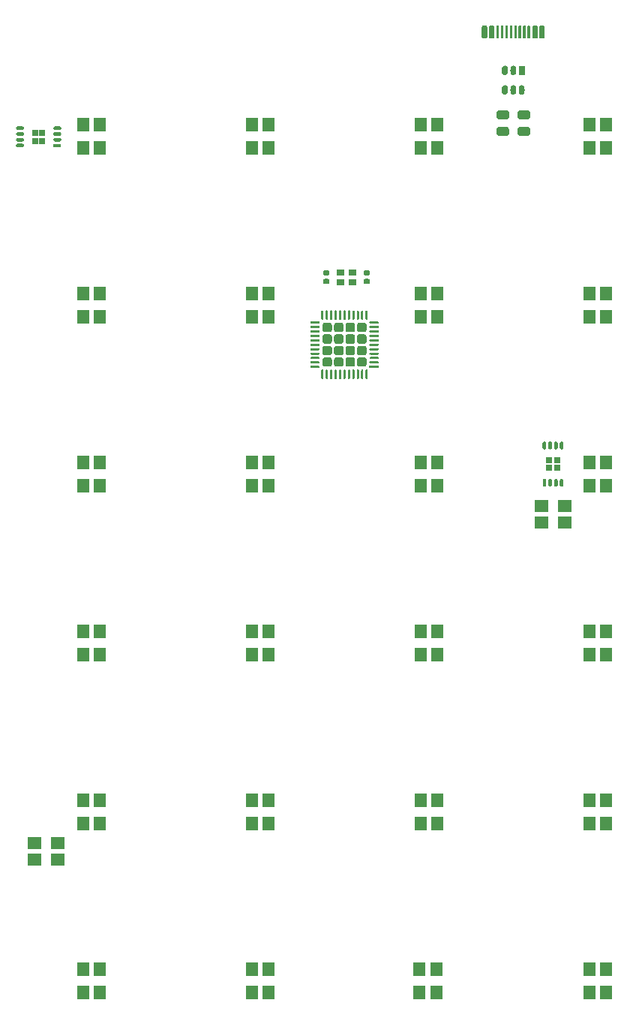
<source format=gbr>
G04 #@! TF.GenerationSoftware,KiCad,Pcbnew,5.1.2*
G04 #@! TF.CreationDate,2019-07-29T09:43:07-03:00*
G04 #@! TF.ProjectId,zeke,7a656b65-2e6b-4696-9361-645f70636258,rev?*
G04 #@! TF.SameCoordinates,Original*
G04 #@! TF.FileFunction,Paste,Top*
G04 #@! TF.FilePolarity,Positive*
%FSLAX46Y46*%
G04 Gerber Fmt 4.6, Leading zero omitted, Abs format (unit mm)*
G04 Created by KiCad (PCBNEW 5.1.2) date 2019-07-29 09:43:07*
%MOMM*%
%LPD*%
G04 APERTURE LIST*
%ADD10R,1.600000X1.400000*%
%ADD11R,1.400000X1.600000*%
%ADD12R,0.760000X0.660000*%
%ADD13C,0.254000*%
%ADD14C,0.420000*%
%ADD15R,0.420000X0.890000*%
%ADD16C,0.975000*%
%ADD17R,0.660000X0.760000*%
%ADD18R,0.890000X0.420000*%
%ADD19C,0.590000*%
%ADD20R,0.900000X0.800000*%
%ADD21C,0.250000*%
%ADD22C,1.050000*%
%ADD23C,0.600000*%
%ADD24C,0.300000*%
%ADD25C,0.650000*%
%ADD26R,0.650000X1.060000*%
G04 APERTURE END LIST*
D10*
X42654690Y-133109730D03*
X40054690Y-133109730D03*
X40054690Y-131209730D03*
X42654690Y-131209730D03*
D11*
X104534690Y-145464730D03*
X104534690Y-148064730D03*
X102634690Y-148064730D03*
X102634690Y-145464730D03*
X85357690Y-145465130D03*
X85357690Y-148065130D03*
X83457690Y-148065130D03*
X83457690Y-145465130D03*
X66434770Y-145465130D03*
X66434770Y-148065130D03*
X64534770Y-148065130D03*
X64534770Y-145465130D03*
X47384690Y-145465130D03*
X47384690Y-148065130D03*
X45484690Y-148065130D03*
X45484690Y-145465130D03*
X104534690Y-126414730D03*
X104534690Y-129014730D03*
X102634690Y-129014730D03*
X102634690Y-126414730D03*
X85484690Y-126414730D03*
X85484690Y-129014730D03*
X83584690Y-129014730D03*
X83584690Y-126414730D03*
X66434770Y-126415050D03*
X66434770Y-129015050D03*
X64534770Y-129015050D03*
X64534770Y-126415050D03*
X47384690Y-126415050D03*
X47384690Y-129015050D03*
X45484690Y-129015050D03*
X45484690Y-126415050D03*
X104534930Y-107364970D03*
X104534930Y-109964970D03*
X102634930Y-109964970D03*
X102634930Y-107364970D03*
X85484850Y-107364970D03*
X85484850Y-109964970D03*
X83584850Y-109964970D03*
X83584850Y-107364970D03*
X66434770Y-107364970D03*
X66434770Y-109964970D03*
X64534770Y-109964970D03*
X64534770Y-107364970D03*
X47384690Y-107364970D03*
X47384690Y-109964970D03*
X45484690Y-109964970D03*
X45484690Y-107364970D03*
X85484850Y-88314890D03*
X85484850Y-90914890D03*
X83584850Y-90914890D03*
X83584850Y-88314890D03*
X66434690Y-88314730D03*
X66434690Y-90914730D03*
X64534690Y-90914730D03*
X64534690Y-88314730D03*
X47384690Y-88314730D03*
X47384690Y-90914730D03*
X45484690Y-90914730D03*
X45484690Y-88314730D03*
X104534930Y-69264810D03*
X104534930Y-71864810D03*
X102634930Y-71864810D03*
X102634930Y-69264810D03*
X85484850Y-69264810D03*
X85484850Y-71864810D03*
X83584850Y-71864810D03*
X83584850Y-69264810D03*
X66434690Y-69264810D03*
X66434690Y-71864810D03*
X64534690Y-71864810D03*
X64534690Y-69264810D03*
X47384690Y-69264730D03*
X47384690Y-71864730D03*
X45484690Y-71864730D03*
X45484690Y-69264730D03*
X104534690Y-50214730D03*
X104534690Y-52814730D03*
X102634690Y-52814730D03*
X102634690Y-50214730D03*
X85484850Y-50214730D03*
X85484850Y-52814730D03*
X83584850Y-52814730D03*
X83584850Y-50214730D03*
X66434770Y-50214730D03*
X66434770Y-52814730D03*
X64534770Y-52814730D03*
X64534770Y-50214730D03*
D12*
X98072690Y-88051730D03*
X98072690Y-88891730D03*
X99012690Y-88891730D03*
X99012690Y-88051730D03*
D13*
G36*
X97588275Y-85922741D02*
G01*
X97608660Y-85925765D01*
X97628651Y-85930773D01*
X97648055Y-85937715D01*
X97666684Y-85946527D01*
X97684361Y-85957121D01*
X97700914Y-85969398D01*
X97716183Y-85983238D01*
X97730023Y-85998507D01*
X97742300Y-86015060D01*
X97752894Y-86032737D01*
X97761706Y-86051366D01*
X97768648Y-86070770D01*
X97773656Y-86090761D01*
X97776680Y-86111146D01*
X97777691Y-86131730D01*
X97777691Y-86601730D01*
X97776680Y-86622314D01*
X97773656Y-86642699D01*
X97768648Y-86662690D01*
X97761706Y-86682094D01*
X97752894Y-86700723D01*
X97742300Y-86718400D01*
X97730023Y-86734953D01*
X97716183Y-86750222D01*
X97700914Y-86764062D01*
X97684361Y-86776339D01*
X97666684Y-86786933D01*
X97648055Y-86795745D01*
X97628651Y-86802687D01*
X97608660Y-86807695D01*
X97588275Y-86810719D01*
X97567691Y-86811730D01*
X97567689Y-86811730D01*
X97547105Y-86810719D01*
X97526720Y-86807695D01*
X97506729Y-86802687D01*
X97487325Y-86795745D01*
X97468696Y-86786933D01*
X97451019Y-86776339D01*
X97434466Y-86764062D01*
X97419197Y-86750222D01*
X97405357Y-86734953D01*
X97393080Y-86718400D01*
X97382486Y-86700723D01*
X97373674Y-86682094D01*
X97366732Y-86662690D01*
X97361724Y-86642699D01*
X97358700Y-86622314D01*
X97357689Y-86601730D01*
X97357689Y-86131730D01*
X97358700Y-86111146D01*
X97361724Y-86090761D01*
X97366732Y-86070770D01*
X97373674Y-86051366D01*
X97382486Y-86032737D01*
X97393080Y-86015060D01*
X97405357Y-85998507D01*
X97419197Y-85983238D01*
X97434466Y-85969398D01*
X97451019Y-85957121D01*
X97468696Y-85946527D01*
X97487325Y-85937715D01*
X97506729Y-85930773D01*
X97526720Y-85925765D01*
X97547105Y-85922741D01*
X97567689Y-85921730D01*
X97567691Y-85921730D01*
X97588275Y-85922741D01*
X97588275Y-85922741D01*
G37*
D14*
X97567690Y-86366730D03*
D13*
G36*
X98238275Y-85922741D02*
G01*
X98258660Y-85925765D01*
X98278651Y-85930773D01*
X98298055Y-85937715D01*
X98316684Y-85946527D01*
X98334361Y-85957121D01*
X98350914Y-85969398D01*
X98366183Y-85983238D01*
X98380023Y-85998507D01*
X98392300Y-86015060D01*
X98402894Y-86032737D01*
X98411706Y-86051366D01*
X98418648Y-86070770D01*
X98423656Y-86090761D01*
X98426680Y-86111146D01*
X98427691Y-86131730D01*
X98427691Y-86601730D01*
X98426680Y-86622314D01*
X98423656Y-86642699D01*
X98418648Y-86662690D01*
X98411706Y-86682094D01*
X98402894Y-86700723D01*
X98392300Y-86718400D01*
X98380023Y-86734953D01*
X98366183Y-86750222D01*
X98350914Y-86764062D01*
X98334361Y-86776339D01*
X98316684Y-86786933D01*
X98298055Y-86795745D01*
X98278651Y-86802687D01*
X98258660Y-86807695D01*
X98238275Y-86810719D01*
X98217691Y-86811730D01*
X98217689Y-86811730D01*
X98197105Y-86810719D01*
X98176720Y-86807695D01*
X98156729Y-86802687D01*
X98137325Y-86795745D01*
X98118696Y-86786933D01*
X98101019Y-86776339D01*
X98084466Y-86764062D01*
X98069197Y-86750222D01*
X98055357Y-86734953D01*
X98043080Y-86718400D01*
X98032486Y-86700723D01*
X98023674Y-86682094D01*
X98016732Y-86662690D01*
X98011724Y-86642699D01*
X98008700Y-86622314D01*
X98007689Y-86601730D01*
X98007689Y-86131730D01*
X98008700Y-86111146D01*
X98011724Y-86090761D01*
X98016732Y-86070770D01*
X98023674Y-86051366D01*
X98032486Y-86032737D01*
X98043080Y-86015060D01*
X98055357Y-85998507D01*
X98069197Y-85983238D01*
X98084466Y-85969398D01*
X98101019Y-85957121D01*
X98118696Y-85946527D01*
X98137325Y-85937715D01*
X98156729Y-85930773D01*
X98176720Y-85925765D01*
X98197105Y-85922741D01*
X98217689Y-85921730D01*
X98217691Y-85921730D01*
X98238275Y-85922741D01*
X98238275Y-85922741D01*
G37*
D14*
X98217690Y-86366730D03*
D13*
G36*
X98888275Y-85922741D02*
G01*
X98908660Y-85925765D01*
X98928651Y-85930773D01*
X98948055Y-85937715D01*
X98966684Y-85946527D01*
X98984361Y-85957121D01*
X99000914Y-85969398D01*
X99016183Y-85983238D01*
X99030023Y-85998507D01*
X99042300Y-86015060D01*
X99052894Y-86032737D01*
X99061706Y-86051366D01*
X99068648Y-86070770D01*
X99073656Y-86090761D01*
X99076680Y-86111146D01*
X99077691Y-86131730D01*
X99077691Y-86601730D01*
X99076680Y-86622314D01*
X99073656Y-86642699D01*
X99068648Y-86662690D01*
X99061706Y-86682094D01*
X99052894Y-86700723D01*
X99042300Y-86718400D01*
X99030023Y-86734953D01*
X99016183Y-86750222D01*
X99000914Y-86764062D01*
X98984361Y-86776339D01*
X98966684Y-86786933D01*
X98948055Y-86795745D01*
X98928651Y-86802687D01*
X98908660Y-86807695D01*
X98888275Y-86810719D01*
X98867691Y-86811730D01*
X98867689Y-86811730D01*
X98847105Y-86810719D01*
X98826720Y-86807695D01*
X98806729Y-86802687D01*
X98787325Y-86795745D01*
X98768696Y-86786933D01*
X98751019Y-86776339D01*
X98734466Y-86764062D01*
X98719197Y-86750222D01*
X98705357Y-86734953D01*
X98693080Y-86718400D01*
X98682486Y-86700723D01*
X98673674Y-86682094D01*
X98666732Y-86662690D01*
X98661724Y-86642699D01*
X98658700Y-86622314D01*
X98657689Y-86601730D01*
X98657689Y-86131730D01*
X98658700Y-86111146D01*
X98661724Y-86090761D01*
X98666732Y-86070770D01*
X98673674Y-86051366D01*
X98682486Y-86032737D01*
X98693080Y-86015060D01*
X98705357Y-85998507D01*
X98719197Y-85983238D01*
X98734466Y-85969398D01*
X98751019Y-85957121D01*
X98768696Y-85946527D01*
X98787325Y-85937715D01*
X98806729Y-85930773D01*
X98826720Y-85925765D01*
X98847105Y-85922741D01*
X98867689Y-85921730D01*
X98867691Y-85921730D01*
X98888275Y-85922741D01*
X98888275Y-85922741D01*
G37*
D14*
X98867690Y-86366730D03*
D13*
G36*
X99538275Y-85922741D02*
G01*
X99558660Y-85925765D01*
X99578651Y-85930773D01*
X99598055Y-85937715D01*
X99616684Y-85946527D01*
X99634361Y-85957121D01*
X99650914Y-85969398D01*
X99666183Y-85983238D01*
X99680023Y-85998507D01*
X99692300Y-86015060D01*
X99702894Y-86032737D01*
X99711706Y-86051366D01*
X99718648Y-86070770D01*
X99723656Y-86090761D01*
X99726680Y-86111146D01*
X99727691Y-86131730D01*
X99727691Y-86601730D01*
X99726680Y-86622314D01*
X99723656Y-86642699D01*
X99718648Y-86662690D01*
X99711706Y-86682094D01*
X99702894Y-86700723D01*
X99692300Y-86718400D01*
X99680023Y-86734953D01*
X99666183Y-86750222D01*
X99650914Y-86764062D01*
X99634361Y-86776339D01*
X99616684Y-86786933D01*
X99598055Y-86795745D01*
X99578651Y-86802687D01*
X99558660Y-86807695D01*
X99538275Y-86810719D01*
X99517691Y-86811730D01*
X99517689Y-86811730D01*
X99497105Y-86810719D01*
X99476720Y-86807695D01*
X99456729Y-86802687D01*
X99437325Y-86795745D01*
X99418696Y-86786933D01*
X99401019Y-86776339D01*
X99384466Y-86764062D01*
X99369197Y-86750222D01*
X99355357Y-86734953D01*
X99343080Y-86718400D01*
X99332486Y-86700723D01*
X99323674Y-86682094D01*
X99316732Y-86662690D01*
X99311724Y-86642699D01*
X99308700Y-86622314D01*
X99307689Y-86601730D01*
X99307689Y-86131730D01*
X99308700Y-86111146D01*
X99311724Y-86090761D01*
X99316732Y-86070770D01*
X99323674Y-86051366D01*
X99332486Y-86032737D01*
X99343080Y-86015060D01*
X99355357Y-85998507D01*
X99369197Y-85983238D01*
X99384466Y-85969398D01*
X99401019Y-85957121D01*
X99418696Y-85946527D01*
X99437325Y-85937715D01*
X99456729Y-85930773D01*
X99476720Y-85925765D01*
X99497105Y-85922741D01*
X99517689Y-85921730D01*
X99517691Y-85921730D01*
X99538275Y-85922741D01*
X99538275Y-85922741D01*
G37*
D14*
X99517690Y-86366730D03*
D13*
G36*
X99538275Y-90132741D02*
G01*
X99558660Y-90135765D01*
X99578651Y-90140773D01*
X99598055Y-90147715D01*
X99616684Y-90156527D01*
X99634361Y-90167121D01*
X99650914Y-90179398D01*
X99666183Y-90193238D01*
X99680023Y-90208507D01*
X99692300Y-90225060D01*
X99702894Y-90242737D01*
X99711706Y-90261366D01*
X99718648Y-90280770D01*
X99723656Y-90300761D01*
X99726680Y-90321146D01*
X99727691Y-90341730D01*
X99727691Y-90811730D01*
X99726680Y-90832314D01*
X99723656Y-90852699D01*
X99718648Y-90872690D01*
X99711706Y-90892094D01*
X99702894Y-90910723D01*
X99692300Y-90928400D01*
X99680023Y-90944953D01*
X99666183Y-90960222D01*
X99650914Y-90974062D01*
X99634361Y-90986339D01*
X99616684Y-90996933D01*
X99598055Y-91005745D01*
X99578651Y-91012687D01*
X99558660Y-91017695D01*
X99538275Y-91020719D01*
X99517691Y-91021730D01*
X99517689Y-91021730D01*
X99497105Y-91020719D01*
X99476720Y-91017695D01*
X99456729Y-91012687D01*
X99437325Y-91005745D01*
X99418696Y-90996933D01*
X99401019Y-90986339D01*
X99384466Y-90974062D01*
X99369197Y-90960222D01*
X99355357Y-90944953D01*
X99343080Y-90928400D01*
X99332486Y-90910723D01*
X99323674Y-90892094D01*
X99316732Y-90872690D01*
X99311724Y-90852699D01*
X99308700Y-90832314D01*
X99307689Y-90811730D01*
X99307689Y-90341730D01*
X99308700Y-90321146D01*
X99311724Y-90300761D01*
X99316732Y-90280770D01*
X99323674Y-90261366D01*
X99332486Y-90242737D01*
X99343080Y-90225060D01*
X99355357Y-90208507D01*
X99369197Y-90193238D01*
X99384466Y-90179398D01*
X99401019Y-90167121D01*
X99418696Y-90156527D01*
X99437325Y-90147715D01*
X99456729Y-90140773D01*
X99476720Y-90135765D01*
X99497105Y-90132741D01*
X99517689Y-90131730D01*
X99517691Y-90131730D01*
X99538275Y-90132741D01*
X99538275Y-90132741D01*
G37*
D14*
X99517690Y-90576730D03*
D13*
G36*
X98888275Y-90132741D02*
G01*
X98908660Y-90135765D01*
X98928651Y-90140773D01*
X98948055Y-90147715D01*
X98966684Y-90156527D01*
X98984361Y-90167121D01*
X99000914Y-90179398D01*
X99016183Y-90193238D01*
X99030023Y-90208507D01*
X99042300Y-90225060D01*
X99052894Y-90242737D01*
X99061706Y-90261366D01*
X99068648Y-90280770D01*
X99073656Y-90300761D01*
X99076680Y-90321146D01*
X99077691Y-90341730D01*
X99077691Y-90811730D01*
X99076680Y-90832314D01*
X99073656Y-90852699D01*
X99068648Y-90872690D01*
X99061706Y-90892094D01*
X99052894Y-90910723D01*
X99042300Y-90928400D01*
X99030023Y-90944953D01*
X99016183Y-90960222D01*
X99000914Y-90974062D01*
X98984361Y-90986339D01*
X98966684Y-90996933D01*
X98948055Y-91005745D01*
X98928651Y-91012687D01*
X98908660Y-91017695D01*
X98888275Y-91020719D01*
X98867691Y-91021730D01*
X98867689Y-91021730D01*
X98847105Y-91020719D01*
X98826720Y-91017695D01*
X98806729Y-91012687D01*
X98787325Y-91005745D01*
X98768696Y-90996933D01*
X98751019Y-90986339D01*
X98734466Y-90974062D01*
X98719197Y-90960222D01*
X98705357Y-90944953D01*
X98693080Y-90928400D01*
X98682486Y-90910723D01*
X98673674Y-90892094D01*
X98666732Y-90872690D01*
X98661724Y-90852699D01*
X98658700Y-90832314D01*
X98657689Y-90811730D01*
X98657689Y-90341730D01*
X98658700Y-90321146D01*
X98661724Y-90300761D01*
X98666732Y-90280770D01*
X98673674Y-90261366D01*
X98682486Y-90242737D01*
X98693080Y-90225060D01*
X98705357Y-90208507D01*
X98719197Y-90193238D01*
X98734466Y-90179398D01*
X98751019Y-90167121D01*
X98768696Y-90156527D01*
X98787325Y-90147715D01*
X98806729Y-90140773D01*
X98826720Y-90135765D01*
X98847105Y-90132741D01*
X98867689Y-90131730D01*
X98867691Y-90131730D01*
X98888275Y-90132741D01*
X98888275Y-90132741D01*
G37*
D14*
X98867690Y-90576730D03*
D13*
G36*
X98238275Y-90132741D02*
G01*
X98258660Y-90135765D01*
X98278651Y-90140773D01*
X98298055Y-90147715D01*
X98316684Y-90156527D01*
X98334361Y-90167121D01*
X98350914Y-90179398D01*
X98366183Y-90193238D01*
X98380023Y-90208507D01*
X98392300Y-90225060D01*
X98402894Y-90242737D01*
X98411706Y-90261366D01*
X98418648Y-90280770D01*
X98423656Y-90300761D01*
X98426680Y-90321146D01*
X98427691Y-90341730D01*
X98427691Y-90811730D01*
X98426680Y-90832314D01*
X98423656Y-90852699D01*
X98418648Y-90872690D01*
X98411706Y-90892094D01*
X98402894Y-90910723D01*
X98392300Y-90928400D01*
X98380023Y-90944953D01*
X98366183Y-90960222D01*
X98350914Y-90974062D01*
X98334361Y-90986339D01*
X98316684Y-90996933D01*
X98298055Y-91005745D01*
X98278651Y-91012687D01*
X98258660Y-91017695D01*
X98238275Y-91020719D01*
X98217691Y-91021730D01*
X98217689Y-91021730D01*
X98197105Y-91020719D01*
X98176720Y-91017695D01*
X98156729Y-91012687D01*
X98137325Y-91005745D01*
X98118696Y-90996933D01*
X98101019Y-90986339D01*
X98084466Y-90974062D01*
X98069197Y-90960222D01*
X98055357Y-90944953D01*
X98043080Y-90928400D01*
X98032486Y-90910723D01*
X98023674Y-90892094D01*
X98016732Y-90872690D01*
X98011724Y-90852699D01*
X98008700Y-90832314D01*
X98007689Y-90811730D01*
X98007689Y-90341730D01*
X98008700Y-90321146D01*
X98011724Y-90300761D01*
X98016732Y-90280770D01*
X98023674Y-90261366D01*
X98032486Y-90242737D01*
X98043080Y-90225060D01*
X98055357Y-90208507D01*
X98069197Y-90193238D01*
X98084466Y-90179398D01*
X98101019Y-90167121D01*
X98118696Y-90156527D01*
X98137325Y-90147715D01*
X98156729Y-90140773D01*
X98176720Y-90135765D01*
X98197105Y-90132741D01*
X98217689Y-90131730D01*
X98217691Y-90131730D01*
X98238275Y-90132741D01*
X98238275Y-90132741D01*
G37*
D14*
X98217690Y-90576730D03*
D15*
X97567690Y-90576730D03*
D10*
X99830090Y-95085930D03*
X97230090Y-95085930D03*
X97230090Y-93185930D03*
X99830090Y-93185930D03*
D11*
X104534930Y-88314890D03*
X104534930Y-90914890D03*
X102634930Y-90914890D03*
X102634930Y-88314890D03*
D13*
G36*
X93349282Y-48582634D02*
G01*
X93372943Y-48586144D01*
X93396147Y-48591956D01*
X93418669Y-48600014D01*
X93440293Y-48610242D01*
X93460810Y-48622539D01*
X93480023Y-48636789D01*
X93497747Y-48652853D01*
X93513811Y-48670577D01*
X93528061Y-48689790D01*
X93540358Y-48710307D01*
X93550586Y-48731931D01*
X93558644Y-48754453D01*
X93564456Y-48777657D01*
X93567966Y-48801318D01*
X93569140Y-48825210D01*
X93569140Y-49312710D01*
X93567966Y-49336602D01*
X93564456Y-49360263D01*
X93558644Y-49383467D01*
X93550586Y-49405989D01*
X93540358Y-49427613D01*
X93528061Y-49448130D01*
X93513811Y-49467343D01*
X93497747Y-49485067D01*
X93480023Y-49501131D01*
X93460810Y-49515381D01*
X93440293Y-49527678D01*
X93418669Y-49537906D01*
X93396147Y-49545964D01*
X93372943Y-49551776D01*
X93349282Y-49555286D01*
X93325390Y-49556460D01*
X92412890Y-49556460D01*
X92388998Y-49555286D01*
X92365337Y-49551776D01*
X92342133Y-49545964D01*
X92319611Y-49537906D01*
X92297987Y-49527678D01*
X92277470Y-49515381D01*
X92258257Y-49501131D01*
X92240533Y-49485067D01*
X92224469Y-49467343D01*
X92210219Y-49448130D01*
X92197922Y-49427613D01*
X92187694Y-49405989D01*
X92179636Y-49383467D01*
X92173824Y-49360263D01*
X92170314Y-49336602D01*
X92169140Y-49312710D01*
X92169140Y-48825210D01*
X92170314Y-48801318D01*
X92173824Y-48777657D01*
X92179636Y-48754453D01*
X92187694Y-48731931D01*
X92197922Y-48710307D01*
X92210219Y-48689790D01*
X92224469Y-48670577D01*
X92240533Y-48652853D01*
X92258257Y-48636789D01*
X92277470Y-48622539D01*
X92297987Y-48610242D01*
X92319611Y-48600014D01*
X92342133Y-48591956D01*
X92365337Y-48586144D01*
X92388998Y-48582634D01*
X92412890Y-48581460D01*
X93325390Y-48581460D01*
X93349282Y-48582634D01*
X93349282Y-48582634D01*
G37*
D16*
X92869140Y-49068960D03*
D13*
G36*
X93349282Y-50457634D02*
G01*
X93372943Y-50461144D01*
X93396147Y-50466956D01*
X93418669Y-50475014D01*
X93440293Y-50485242D01*
X93460810Y-50497539D01*
X93480023Y-50511789D01*
X93497747Y-50527853D01*
X93513811Y-50545577D01*
X93528061Y-50564790D01*
X93540358Y-50585307D01*
X93550586Y-50606931D01*
X93558644Y-50629453D01*
X93564456Y-50652657D01*
X93567966Y-50676318D01*
X93569140Y-50700210D01*
X93569140Y-51187710D01*
X93567966Y-51211602D01*
X93564456Y-51235263D01*
X93558644Y-51258467D01*
X93550586Y-51280989D01*
X93540358Y-51302613D01*
X93528061Y-51323130D01*
X93513811Y-51342343D01*
X93497747Y-51360067D01*
X93480023Y-51376131D01*
X93460810Y-51390381D01*
X93440293Y-51402678D01*
X93418669Y-51412906D01*
X93396147Y-51420964D01*
X93372943Y-51426776D01*
X93349282Y-51430286D01*
X93325390Y-51431460D01*
X92412890Y-51431460D01*
X92388998Y-51430286D01*
X92365337Y-51426776D01*
X92342133Y-51420964D01*
X92319611Y-51412906D01*
X92297987Y-51402678D01*
X92277470Y-51390381D01*
X92258257Y-51376131D01*
X92240533Y-51360067D01*
X92224469Y-51342343D01*
X92210219Y-51323130D01*
X92197922Y-51302613D01*
X92187694Y-51280989D01*
X92179636Y-51258467D01*
X92173824Y-51235263D01*
X92170314Y-51211602D01*
X92169140Y-51187710D01*
X92169140Y-50700210D01*
X92170314Y-50676318D01*
X92173824Y-50652657D01*
X92179636Y-50629453D01*
X92187694Y-50606931D01*
X92197922Y-50585307D01*
X92210219Y-50564790D01*
X92224469Y-50545577D01*
X92240533Y-50527853D01*
X92258257Y-50511789D01*
X92277470Y-50497539D01*
X92297987Y-50485242D01*
X92319611Y-50475014D01*
X92342133Y-50466956D01*
X92365337Y-50461144D01*
X92388998Y-50457634D01*
X92412890Y-50456460D01*
X93325390Y-50456460D01*
X93349282Y-50457634D01*
X93349282Y-50457634D01*
G37*
D16*
X92869140Y-50943960D03*
D13*
G36*
X95730542Y-50457634D02*
G01*
X95754203Y-50461144D01*
X95777407Y-50466956D01*
X95799929Y-50475014D01*
X95821553Y-50485242D01*
X95842070Y-50497539D01*
X95861283Y-50511789D01*
X95879007Y-50527853D01*
X95895071Y-50545577D01*
X95909321Y-50564790D01*
X95921618Y-50585307D01*
X95931846Y-50606931D01*
X95939904Y-50629453D01*
X95945716Y-50652657D01*
X95949226Y-50676318D01*
X95950400Y-50700210D01*
X95950400Y-51187710D01*
X95949226Y-51211602D01*
X95945716Y-51235263D01*
X95939904Y-51258467D01*
X95931846Y-51280989D01*
X95921618Y-51302613D01*
X95909321Y-51323130D01*
X95895071Y-51342343D01*
X95879007Y-51360067D01*
X95861283Y-51376131D01*
X95842070Y-51390381D01*
X95821553Y-51402678D01*
X95799929Y-51412906D01*
X95777407Y-51420964D01*
X95754203Y-51426776D01*
X95730542Y-51430286D01*
X95706650Y-51431460D01*
X94794150Y-51431460D01*
X94770258Y-51430286D01*
X94746597Y-51426776D01*
X94723393Y-51420964D01*
X94700871Y-51412906D01*
X94679247Y-51402678D01*
X94658730Y-51390381D01*
X94639517Y-51376131D01*
X94621793Y-51360067D01*
X94605729Y-51342343D01*
X94591479Y-51323130D01*
X94579182Y-51302613D01*
X94568954Y-51280989D01*
X94560896Y-51258467D01*
X94555084Y-51235263D01*
X94551574Y-51211602D01*
X94550400Y-51187710D01*
X94550400Y-50700210D01*
X94551574Y-50676318D01*
X94555084Y-50652657D01*
X94560896Y-50629453D01*
X94568954Y-50606931D01*
X94579182Y-50585307D01*
X94591479Y-50564790D01*
X94605729Y-50545577D01*
X94621793Y-50527853D01*
X94639517Y-50511789D01*
X94658730Y-50497539D01*
X94679247Y-50485242D01*
X94700871Y-50475014D01*
X94723393Y-50466956D01*
X94746597Y-50461144D01*
X94770258Y-50457634D01*
X94794150Y-50456460D01*
X95706650Y-50456460D01*
X95730542Y-50457634D01*
X95730542Y-50457634D01*
G37*
D16*
X95250400Y-50943960D03*
D13*
G36*
X95730542Y-48582634D02*
G01*
X95754203Y-48586144D01*
X95777407Y-48591956D01*
X95799929Y-48600014D01*
X95821553Y-48610242D01*
X95842070Y-48622539D01*
X95861283Y-48636789D01*
X95879007Y-48652853D01*
X95895071Y-48670577D01*
X95909321Y-48689790D01*
X95921618Y-48710307D01*
X95931846Y-48731931D01*
X95939904Y-48754453D01*
X95945716Y-48777657D01*
X95949226Y-48801318D01*
X95950400Y-48825210D01*
X95950400Y-49312710D01*
X95949226Y-49336602D01*
X95945716Y-49360263D01*
X95939904Y-49383467D01*
X95931846Y-49405989D01*
X95921618Y-49427613D01*
X95909321Y-49448130D01*
X95895071Y-49467343D01*
X95879007Y-49485067D01*
X95861283Y-49501131D01*
X95842070Y-49515381D01*
X95821553Y-49527678D01*
X95799929Y-49537906D01*
X95777407Y-49545964D01*
X95754203Y-49551776D01*
X95730542Y-49555286D01*
X95706650Y-49556460D01*
X94794150Y-49556460D01*
X94770258Y-49555286D01*
X94746597Y-49551776D01*
X94723393Y-49545964D01*
X94700871Y-49537906D01*
X94679247Y-49527678D01*
X94658730Y-49515381D01*
X94639517Y-49501131D01*
X94621793Y-49485067D01*
X94605729Y-49467343D01*
X94591479Y-49448130D01*
X94579182Y-49427613D01*
X94568954Y-49405989D01*
X94560896Y-49383467D01*
X94555084Y-49360263D01*
X94551574Y-49336602D01*
X94550400Y-49312710D01*
X94550400Y-48825210D01*
X94551574Y-48801318D01*
X94555084Y-48777657D01*
X94560896Y-48754453D01*
X94568954Y-48731931D01*
X94579182Y-48710307D01*
X94591479Y-48689790D01*
X94605729Y-48670577D01*
X94621793Y-48652853D01*
X94639517Y-48636789D01*
X94658730Y-48622539D01*
X94679247Y-48610242D01*
X94700871Y-48600014D01*
X94723393Y-48591956D01*
X94746597Y-48586144D01*
X94770258Y-48582634D01*
X94794150Y-48581460D01*
X95706650Y-48581460D01*
X95730542Y-48582634D01*
X95730542Y-48582634D01*
G37*
D16*
X95250400Y-49068960D03*
D17*
X40061420Y-52032000D03*
X40901420Y-52032000D03*
X40901420Y-51092000D03*
X40061420Y-51092000D03*
D13*
G36*
X38632004Y-52328010D02*
G01*
X38652389Y-52331034D01*
X38672380Y-52336042D01*
X38691784Y-52342984D01*
X38710413Y-52351796D01*
X38728090Y-52362390D01*
X38744643Y-52374667D01*
X38759912Y-52388507D01*
X38773752Y-52403776D01*
X38786029Y-52420329D01*
X38796623Y-52438006D01*
X38805435Y-52456635D01*
X38812377Y-52476039D01*
X38817385Y-52496030D01*
X38820409Y-52516415D01*
X38821420Y-52536999D01*
X38821420Y-52537001D01*
X38820409Y-52557585D01*
X38817385Y-52577970D01*
X38812377Y-52597961D01*
X38805435Y-52617365D01*
X38796623Y-52635994D01*
X38786029Y-52653671D01*
X38773752Y-52670224D01*
X38759912Y-52685493D01*
X38744643Y-52699333D01*
X38728090Y-52711610D01*
X38710413Y-52722204D01*
X38691784Y-52731016D01*
X38672380Y-52737958D01*
X38652389Y-52742966D01*
X38632004Y-52745990D01*
X38611420Y-52747001D01*
X38141420Y-52747001D01*
X38120836Y-52745990D01*
X38100451Y-52742966D01*
X38080460Y-52737958D01*
X38061056Y-52731016D01*
X38042427Y-52722204D01*
X38024750Y-52711610D01*
X38008197Y-52699333D01*
X37992928Y-52685493D01*
X37979088Y-52670224D01*
X37966811Y-52653671D01*
X37956217Y-52635994D01*
X37947405Y-52617365D01*
X37940463Y-52597961D01*
X37935455Y-52577970D01*
X37932431Y-52557585D01*
X37931420Y-52537001D01*
X37931420Y-52536999D01*
X37932431Y-52516415D01*
X37935455Y-52496030D01*
X37940463Y-52476039D01*
X37947405Y-52456635D01*
X37956217Y-52438006D01*
X37966811Y-52420329D01*
X37979088Y-52403776D01*
X37992928Y-52388507D01*
X38008197Y-52374667D01*
X38024750Y-52362390D01*
X38042427Y-52351796D01*
X38061056Y-52342984D01*
X38080460Y-52336042D01*
X38100451Y-52331034D01*
X38120836Y-52328010D01*
X38141420Y-52326999D01*
X38611420Y-52326999D01*
X38632004Y-52328010D01*
X38632004Y-52328010D01*
G37*
D14*
X38376420Y-52537000D03*
D13*
G36*
X38632004Y-51678010D02*
G01*
X38652389Y-51681034D01*
X38672380Y-51686042D01*
X38691784Y-51692984D01*
X38710413Y-51701796D01*
X38728090Y-51712390D01*
X38744643Y-51724667D01*
X38759912Y-51738507D01*
X38773752Y-51753776D01*
X38786029Y-51770329D01*
X38796623Y-51788006D01*
X38805435Y-51806635D01*
X38812377Y-51826039D01*
X38817385Y-51846030D01*
X38820409Y-51866415D01*
X38821420Y-51886999D01*
X38821420Y-51887001D01*
X38820409Y-51907585D01*
X38817385Y-51927970D01*
X38812377Y-51947961D01*
X38805435Y-51967365D01*
X38796623Y-51985994D01*
X38786029Y-52003671D01*
X38773752Y-52020224D01*
X38759912Y-52035493D01*
X38744643Y-52049333D01*
X38728090Y-52061610D01*
X38710413Y-52072204D01*
X38691784Y-52081016D01*
X38672380Y-52087958D01*
X38652389Y-52092966D01*
X38632004Y-52095990D01*
X38611420Y-52097001D01*
X38141420Y-52097001D01*
X38120836Y-52095990D01*
X38100451Y-52092966D01*
X38080460Y-52087958D01*
X38061056Y-52081016D01*
X38042427Y-52072204D01*
X38024750Y-52061610D01*
X38008197Y-52049333D01*
X37992928Y-52035493D01*
X37979088Y-52020224D01*
X37966811Y-52003671D01*
X37956217Y-51985994D01*
X37947405Y-51967365D01*
X37940463Y-51947961D01*
X37935455Y-51927970D01*
X37932431Y-51907585D01*
X37931420Y-51887001D01*
X37931420Y-51886999D01*
X37932431Y-51866415D01*
X37935455Y-51846030D01*
X37940463Y-51826039D01*
X37947405Y-51806635D01*
X37956217Y-51788006D01*
X37966811Y-51770329D01*
X37979088Y-51753776D01*
X37992928Y-51738507D01*
X38008197Y-51724667D01*
X38024750Y-51712390D01*
X38042427Y-51701796D01*
X38061056Y-51692984D01*
X38080460Y-51686042D01*
X38100451Y-51681034D01*
X38120836Y-51678010D01*
X38141420Y-51676999D01*
X38611420Y-51676999D01*
X38632004Y-51678010D01*
X38632004Y-51678010D01*
G37*
D14*
X38376420Y-51887000D03*
D13*
G36*
X38632004Y-51028010D02*
G01*
X38652389Y-51031034D01*
X38672380Y-51036042D01*
X38691784Y-51042984D01*
X38710413Y-51051796D01*
X38728090Y-51062390D01*
X38744643Y-51074667D01*
X38759912Y-51088507D01*
X38773752Y-51103776D01*
X38786029Y-51120329D01*
X38796623Y-51138006D01*
X38805435Y-51156635D01*
X38812377Y-51176039D01*
X38817385Y-51196030D01*
X38820409Y-51216415D01*
X38821420Y-51236999D01*
X38821420Y-51237001D01*
X38820409Y-51257585D01*
X38817385Y-51277970D01*
X38812377Y-51297961D01*
X38805435Y-51317365D01*
X38796623Y-51335994D01*
X38786029Y-51353671D01*
X38773752Y-51370224D01*
X38759912Y-51385493D01*
X38744643Y-51399333D01*
X38728090Y-51411610D01*
X38710413Y-51422204D01*
X38691784Y-51431016D01*
X38672380Y-51437958D01*
X38652389Y-51442966D01*
X38632004Y-51445990D01*
X38611420Y-51447001D01*
X38141420Y-51447001D01*
X38120836Y-51445990D01*
X38100451Y-51442966D01*
X38080460Y-51437958D01*
X38061056Y-51431016D01*
X38042427Y-51422204D01*
X38024750Y-51411610D01*
X38008197Y-51399333D01*
X37992928Y-51385493D01*
X37979088Y-51370224D01*
X37966811Y-51353671D01*
X37956217Y-51335994D01*
X37947405Y-51317365D01*
X37940463Y-51297961D01*
X37935455Y-51277970D01*
X37932431Y-51257585D01*
X37931420Y-51237001D01*
X37931420Y-51236999D01*
X37932431Y-51216415D01*
X37935455Y-51196030D01*
X37940463Y-51176039D01*
X37947405Y-51156635D01*
X37956217Y-51138006D01*
X37966811Y-51120329D01*
X37979088Y-51103776D01*
X37992928Y-51088507D01*
X38008197Y-51074667D01*
X38024750Y-51062390D01*
X38042427Y-51051796D01*
X38061056Y-51042984D01*
X38080460Y-51036042D01*
X38100451Y-51031034D01*
X38120836Y-51028010D01*
X38141420Y-51026999D01*
X38611420Y-51026999D01*
X38632004Y-51028010D01*
X38632004Y-51028010D01*
G37*
D14*
X38376420Y-51237000D03*
D13*
G36*
X38632004Y-50378010D02*
G01*
X38652389Y-50381034D01*
X38672380Y-50386042D01*
X38691784Y-50392984D01*
X38710413Y-50401796D01*
X38728090Y-50412390D01*
X38744643Y-50424667D01*
X38759912Y-50438507D01*
X38773752Y-50453776D01*
X38786029Y-50470329D01*
X38796623Y-50488006D01*
X38805435Y-50506635D01*
X38812377Y-50526039D01*
X38817385Y-50546030D01*
X38820409Y-50566415D01*
X38821420Y-50586999D01*
X38821420Y-50587001D01*
X38820409Y-50607585D01*
X38817385Y-50627970D01*
X38812377Y-50647961D01*
X38805435Y-50667365D01*
X38796623Y-50685994D01*
X38786029Y-50703671D01*
X38773752Y-50720224D01*
X38759912Y-50735493D01*
X38744643Y-50749333D01*
X38728090Y-50761610D01*
X38710413Y-50772204D01*
X38691784Y-50781016D01*
X38672380Y-50787958D01*
X38652389Y-50792966D01*
X38632004Y-50795990D01*
X38611420Y-50797001D01*
X38141420Y-50797001D01*
X38120836Y-50795990D01*
X38100451Y-50792966D01*
X38080460Y-50787958D01*
X38061056Y-50781016D01*
X38042427Y-50772204D01*
X38024750Y-50761610D01*
X38008197Y-50749333D01*
X37992928Y-50735493D01*
X37979088Y-50720224D01*
X37966811Y-50703671D01*
X37956217Y-50685994D01*
X37947405Y-50667365D01*
X37940463Y-50647961D01*
X37935455Y-50627970D01*
X37932431Y-50607585D01*
X37931420Y-50587001D01*
X37931420Y-50586999D01*
X37932431Y-50566415D01*
X37935455Y-50546030D01*
X37940463Y-50526039D01*
X37947405Y-50506635D01*
X37956217Y-50488006D01*
X37966811Y-50470329D01*
X37979088Y-50453776D01*
X37992928Y-50438507D01*
X38008197Y-50424667D01*
X38024750Y-50412390D01*
X38042427Y-50401796D01*
X38061056Y-50392984D01*
X38080460Y-50386042D01*
X38100451Y-50381034D01*
X38120836Y-50378010D01*
X38141420Y-50376999D01*
X38611420Y-50376999D01*
X38632004Y-50378010D01*
X38632004Y-50378010D01*
G37*
D14*
X38376420Y-50587000D03*
D13*
G36*
X42842004Y-50378010D02*
G01*
X42862389Y-50381034D01*
X42882380Y-50386042D01*
X42901784Y-50392984D01*
X42920413Y-50401796D01*
X42938090Y-50412390D01*
X42954643Y-50424667D01*
X42969912Y-50438507D01*
X42983752Y-50453776D01*
X42996029Y-50470329D01*
X43006623Y-50488006D01*
X43015435Y-50506635D01*
X43022377Y-50526039D01*
X43027385Y-50546030D01*
X43030409Y-50566415D01*
X43031420Y-50586999D01*
X43031420Y-50587001D01*
X43030409Y-50607585D01*
X43027385Y-50627970D01*
X43022377Y-50647961D01*
X43015435Y-50667365D01*
X43006623Y-50685994D01*
X42996029Y-50703671D01*
X42983752Y-50720224D01*
X42969912Y-50735493D01*
X42954643Y-50749333D01*
X42938090Y-50761610D01*
X42920413Y-50772204D01*
X42901784Y-50781016D01*
X42882380Y-50787958D01*
X42862389Y-50792966D01*
X42842004Y-50795990D01*
X42821420Y-50797001D01*
X42351420Y-50797001D01*
X42330836Y-50795990D01*
X42310451Y-50792966D01*
X42290460Y-50787958D01*
X42271056Y-50781016D01*
X42252427Y-50772204D01*
X42234750Y-50761610D01*
X42218197Y-50749333D01*
X42202928Y-50735493D01*
X42189088Y-50720224D01*
X42176811Y-50703671D01*
X42166217Y-50685994D01*
X42157405Y-50667365D01*
X42150463Y-50647961D01*
X42145455Y-50627970D01*
X42142431Y-50607585D01*
X42141420Y-50587001D01*
X42141420Y-50586999D01*
X42142431Y-50566415D01*
X42145455Y-50546030D01*
X42150463Y-50526039D01*
X42157405Y-50506635D01*
X42166217Y-50488006D01*
X42176811Y-50470329D01*
X42189088Y-50453776D01*
X42202928Y-50438507D01*
X42218197Y-50424667D01*
X42234750Y-50412390D01*
X42252427Y-50401796D01*
X42271056Y-50392984D01*
X42290460Y-50386042D01*
X42310451Y-50381034D01*
X42330836Y-50378010D01*
X42351420Y-50376999D01*
X42821420Y-50376999D01*
X42842004Y-50378010D01*
X42842004Y-50378010D01*
G37*
D14*
X42586420Y-50587000D03*
D13*
G36*
X42842004Y-51028010D02*
G01*
X42862389Y-51031034D01*
X42882380Y-51036042D01*
X42901784Y-51042984D01*
X42920413Y-51051796D01*
X42938090Y-51062390D01*
X42954643Y-51074667D01*
X42969912Y-51088507D01*
X42983752Y-51103776D01*
X42996029Y-51120329D01*
X43006623Y-51138006D01*
X43015435Y-51156635D01*
X43022377Y-51176039D01*
X43027385Y-51196030D01*
X43030409Y-51216415D01*
X43031420Y-51236999D01*
X43031420Y-51237001D01*
X43030409Y-51257585D01*
X43027385Y-51277970D01*
X43022377Y-51297961D01*
X43015435Y-51317365D01*
X43006623Y-51335994D01*
X42996029Y-51353671D01*
X42983752Y-51370224D01*
X42969912Y-51385493D01*
X42954643Y-51399333D01*
X42938090Y-51411610D01*
X42920413Y-51422204D01*
X42901784Y-51431016D01*
X42882380Y-51437958D01*
X42862389Y-51442966D01*
X42842004Y-51445990D01*
X42821420Y-51447001D01*
X42351420Y-51447001D01*
X42330836Y-51445990D01*
X42310451Y-51442966D01*
X42290460Y-51437958D01*
X42271056Y-51431016D01*
X42252427Y-51422204D01*
X42234750Y-51411610D01*
X42218197Y-51399333D01*
X42202928Y-51385493D01*
X42189088Y-51370224D01*
X42176811Y-51353671D01*
X42166217Y-51335994D01*
X42157405Y-51317365D01*
X42150463Y-51297961D01*
X42145455Y-51277970D01*
X42142431Y-51257585D01*
X42141420Y-51237001D01*
X42141420Y-51236999D01*
X42142431Y-51216415D01*
X42145455Y-51196030D01*
X42150463Y-51176039D01*
X42157405Y-51156635D01*
X42166217Y-51138006D01*
X42176811Y-51120329D01*
X42189088Y-51103776D01*
X42202928Y-51088507D01*
X42218197Y-51074667D01*
X42234750Y-51062390D01*
X42252427Y-51051796D01*
X42271056Y-51042984D01*
X42290460Y-51036042D01*
X42310451Y-51031034D01*
X42330836Y-51028010D01*
X42351420Y-51026999D01*
X42821420Y-51026999D01*
X42842004Y-51028010D01*
X42842004Y-51028010D01*
G37*
D14*
X42586420Y-51237000D03*
D13*
G36*
X42842004Y-51678010D02*
G01*
X42862389Y-51681034D01*
X42882380Y-51686042D01*
X42901784Y-51692984D01*
X42920413Y-51701796D01*
X42938090Y-51712390D01*
X42954643Y-51724667D01*
X42969912Y-51738507D01*
X42983752Y-51753776D01*
X42996029Y-51770329D01*
X43006623Y-51788006D01*
X43015435Y-51806635D01*
X43022377Y-51826039D01*
X43027385Y-51846030D01*
X43030409Y-51866415D01*
X43031420Y-51886999D01*
X43031420Y-51887001D01*
X43030409Y-51907585D01*
X43027385Y-51927970D01*
X43022377Y-51947961D01*
X43015435Y-51967365D01*
X43006623Y-51985994D01*
X42996029Y-52003671D01*
X42983752Y-52020224D01*
X42969912Y-52035493D01*
X42954643Y-52049333D01*
X42938090Y-52061610D01*
X42920413Y-52072204D01*
X42901784Y-52081016D01*
X42882380Y-52087958D01*
X42862389Y-52092966D01*
X42842004Y-52095990D01*
X42821420Y-52097001D01*
X42351420Y-52097001D01*
X42330836Y-52095990D01*
X42310451Y-52092966D01*
X42290460Y-52087958D01*
X42271056Y-52081016D01*
X42252427Y-52072204D01*
X42234750Y-52061610D01*
X42218197Y-52049333D01*
X42202928Y-52035493D01*
X42189088Y-52020224D01*
X42176811Y-52003671D01*
X42166217Y-51985994D01*
X42157405Y-51967365D01*
X42150463Y-51947961D01*
X42145455Y-51927970D01*
X42142431Y-51907585D01*
X42141420Y-51887001D01*
X42141420Y-51886999D01*
X42142431Y-51866415D01*
X42145455Y-51846030D01*
X42150463Y-51826039D01*
X42157405Y-51806635D01*
X42166217Y-51788006D01*
X42176811Y-51770329D01*
X42189088Y-51753776D01*
X42202928Y-51738507D01*
X42218197Y-51724667D01*
X42234750Y-51712390D01*
X42252427Y-51701796D01*
X42271056Y-51692984D01*
X42290460Y-51686042D01*
X42310451Y-51681034D01*
X42330836Y-51678010D01*
X42351420Y-51676999D01*
X42821420Y-51676999D01*
X42842004Y-51678010D01*
X42842004Y-51678010D01*
G37*
D14*
X42586420Y-51887000D03*
D18*
X42586420Y-52537000D03*
D11*
X47384690Y-50214730D03*
X47384690Y-52814730D03*
X45484690Y-52814730D03*
X45484690Y-50214730D03*
D13*
G36*
X73139248Y-66610400D02*
G01*
X73153566Y-66612524D01*
X73167607Y-66616041D01*
X73181236Y-66620918D01*
X73194321Y-66627107D01*
X73206737Y-66634548D01*
X73218363Y-66643171D01*
X73229088Y-66652892D01*
X73238809Y-66663617D01*
X73247432Y-66675243D01*
X73254873Y-66687659D01*
X73261062Y-66700744D01*
X73265939Y-66714373D01*
X73269456Y-66728414D01*
X73271580Y-66742732D01*
X73272290Y-66757190D01*
X73272290Y-67052190D01*
X73271580Y-67066648D01*
X73269456Y-67080966D01*
X73265939Y-67095007D01*
X73261062Y-67108636D01*
X73254873Y-67121721D01*
X73247432Y-67134137D01*
X73238809Y-67145763D01*
X73229088Y-67156488D01*
X73218363Y-67166209D01*
X73206737Y-67174832D01*
X73194321Y-67182273D01*
X73181236Y-67188462D01*
X73167607Y-67193339D01*
X73153566Y-67196856D01*
X73139248Y-67198980D01*
X73124790Y-67199690D01*
X72779790Y-67199690D01*
X72765332Y-67198980D01*
X72751014Y-67196856D01*
X72736973Y-67193339D01*
X72723344Y-67188462D01*
X72710259Y-67182273D01*
X72697843Y-67174832D01*
X72686217Y-67166209D01*
X72675492Y-67156488D01*
X72665771Y-67145763D01*
X72657148Y-67134137D01*
X72649707Y-67121721D01*
X72643518Y-67108636D01*
X72638641Y-67095007D01*
X72635124Y-67080966D01*
X72633000Y-67066648D01*
X72632290Y-67052190D01*
X72632290Y-66757190D01*
X72633000Y-66742732D01*
X72635124Y-66728414D01*
X72638641Y-66714373D01*
X72643518Y-66700744D01*
X72649707Y-66687659D01*
X72657148Y-66675243D01*
X72665771Y-66663617D01*
X72675492Y-66652892D01*
X72686217Y-66643171D01*
X72697843Y-66634548D01*
X72710259Y-66627107D01*
X72723344Y-66620918D01*
X72736973Y-66616041D01*
X72751014Y-66612524D01*
X72765332Y-66610400D01*
X72779790Y-66609690D01*
X73124790Y-66609690D01*
X73139248Y-66610400D01*
X73139248Y-66610400D01*
G37*
D19*
X72952290Y-66904690D03*
D13*
G36*
X73139248Y-67580400D02*
G01*
X73153566Y-67582524D01*
X73167607Y-67586041D01*
X73181236Y-67590918D01*
X73194321Y-67597107D01*
X73206737Y-67604548D01*
X73218363Y-67613171D01*
X73229088Y-67622892D01*
X73238809Y-67633617D01*
X73247432Y-67645243D01*
X73254873Y-67657659D01*
X73261062Y-67670744D01*
X73265939Y-67684373D01*
X73269456Y-67698414D01*
X73271580Y-67712732D01*
X73272290Y-67727190D01*
X73272290Y-68022190D01*
X73271580Y-68036648D01*
X73269456Y-68050966D01*
X73265939Y-68065007D01*
X73261062Y-68078636D01*
X73254873Y-68091721D01*
X73247432Y-68104137D01*
X73238809Y-68115763D01*
X73229088Y-68126488D01*
X73218363Y-68136209D01*
X73206737Y-68144832D01*
X73194321Y-68152273D01*
X73181236Y-68158462D01*
X73167607Y-68163339D01*
X73153566Y-68166856D01*
X73139248Y-68168980D01*
X73124790Y-68169690D01*
X72779790Y-68169690D01*
X72765332Y-68168980D01*
X72751014Y-68166856D01*
X72736973Y-68163339D01*
X72723344Y-68158462D01*
X72710259Y-68152273D01*
X72697843Y-68144832D01*
X72686217Y-68136209D01*
X72675492Y-68126488D01*
X72665771Y-68115763D01*
X72657148Y-68104137D01*
X72649707Y-68091721D01*
X72643518Y-68078636D01*
X72638641Y-68065007D01*
X72635124Y-68050966D01*
X72633000Y-68036648D01*
X72632290Y-68022190D01*
X72632290Y-67727190D01*
X72633000Y-67712732D01*
X72635124Y-67698414D01*
X72638641Y-67684373D01*
X72643518Y-67670744D01*
X72649707Y-67657659D01*
X72657148Y-67645243D01*
X72665771Y-67633617D01*
X72675492Y-67622892D01*
X72686217Y-67613171D01*
X72697843Y-67604548D01*
X72710259Y-67597107D01*
X72723344Y-67590918D01*
X72736973Y-67586041D01*
X72751014Y-67582524D01*
X72765332Y-67580400D01*
X72779790Y-67579690D01*
X73124790Y-67579690D01*
X73139248Y-67580400D01*
X73139248Y-67580400D01*
G37*
D19*
X72952290Y-67874690D03*
D13*
G36*
X77711248Y-66610400D02*
G01*
X77725566Y-66612524D01*
X77739607Y-66616041D01*
X77753236Y-66620918D01*
X77766321Y-66627107D01*
X77778737Y-66634548D01*
X77790363Y-66643171D01*
X77801088Y-66652892D01*
X77810809Y-66663617D01*
X77819432Y-66675243D01*
X77826873Y-66687659D01*
X77833062Y-66700744D01*
X77837939Y-66714373D01*
X77841456Y-66728414D01*
X77843580Y-66742732D01*
X77844290Y-66757190D01*
X77844290Y-67052190D01*
X77843580Y-67066648D01*
X77841456Y-67080966D01*
X77837939Y-67095007D01*
X77833062Y-67108636D01*
X77826873Y-67121721D01*
X77819432Y-67134137D01*
X77810809Y-67145763D01*
X77801088Y-67156488D01*
X77790363Y-67166209D01*
X77778737Y-67174832D01*
X77766321Y-67182273D01*
X77753236Y-67188462D01*
X77739607Y-67193339D01*
X77725566Y-67196856D01*
X77711248Y-67198980D01*
X77696790Y-67199690D01*
X77351790Y-67199690D01*
X77337332Y-67198980D01*
X77323014Y-67196856D01*
X77308973Y-67193339D01*
X77295344Y-67188462D01*
X77282259Y-67182273D01*
X77269843Y-67174832D01*
X77258217Y-67166209D01*
X77247492Y-67156488D01*
X77237771Y-67145763D01*
X77229148Y-67134137D01*
X77221707Y-67121721D01*
X77215518Y-67108636D01*
X77210641Y-67095007D01*
X77207124Y-67080966D01*
X77205000Y-67066648D01*
X77204290Y-67052190D01*
X77204290Y-66757190D01*
X77205000Y-66742732D01*
X77207124Y-66728414D01*
X77210641Y-66714373D01*
X77215518Y-66700744D01*
X77221707Y-66687659D01*
X77229148Y-66675243D01*
X77237771Y-66663617D01*
X77247492Y-66652892D01*
X77258217Y-66643171D01*
X77269843Y-66634548D01*
X77282259Y-66627107D01*
X77295344Y-66620918D01*
X77308973Y-66616041D01*
X77323014Y-66612524D01*
X77337332Y-66610400D01*
X77351790Y-66609690D01*
X77696790Y-66609690D01*
X77711248Y-66610400D01*
X77711248Y-66610400D01*
G37*
D19*
X77524290Y-66904690D03*
D13*
G36*
X77711248Y-67580400D02*
G01*
X77725566Y-67582524D01*
X77739607Y-67586041D01*
X77753236Y-67590918D01*
X77766321Y-67597107D01*
X77778737Y-67604548D01*
X77790363Y-67613171D01*
X77801088Y-67622892D01*
X77810809Y-67633617D01*
X77819432Y-67645243D01*
X77826873Y-67657659D01*
X77833062Y-67670744D01*
X77837939Y-67684373D01*
X77841456Y-67698414D01*
X77843580Y-67712732D01*
X77844290Y-67727190D01*
X77844290Y-68022190D01*
X77843580Y-68036648D01*
X77841456Y-68050966D01*
X77837939Y-68065007D01*
X77833062Y-68078636D01*
X77826873Y-68091721D01*
X77819432Y-68104137D01*
X77810809Y-68115763D01*
X77801088Y-68126488D01*
X77790363Y-68136209D01*
X77778737Y-68144832D01*
X77766321Y-68152273D01*
X77753236Y-68158462D01*
X77739607Y-68163339D01*
X77725566Y-68166856D01*
X77711248Y-68168980D01*
X77696790Y-68169690D01*
X77351790Y-68169690D01*
X77337332Y-68168980D01*
X77323014Y-68166856D01*
X77308973Y-68163339D01*
X77295344Y-68158462D01*
X77282259Y-68152273D01*
X77269843Y-68144832D01*
X77258217Y-68136209D01*
X77247492Y-68126488D01*
X77237771Y-68115763D01*
X77229148Y-68104137D01*
X77221707Y-68091721D01*
X77215518Y-68078636D01*
X77210641Y-68065007D01*
X77207124Y-68050966D01*
X77205000Y-68036648D01*
X77204290Y-68022190D01*
X77204290Y-67727190D01*
X77205000Y-67712732D01*
X77207124Y-67698414D01*
X77210641Y-67684373D01*
X77215518Y-67670744D01*
X77221707Y-67657659D01*
X77229148Y-67645243D01*
X77237771Y-67633617D01*
X77247492Y-67622892D01*
X77258217Y-67613171D01*
X77269843Y-67604548D01*
X77282259Y-67597107D01*
X77295344Y-67590918D01*
X77308973Y-67586041D01*
X77323014Y-67582524D01*
X77337332Y-67580400D01*
X77351790Y-67579690D01*
X77696790Y-67579690D01*
X77711248Y-67580400D01*
X77711248Y-67580400D01*
G37*
D19*
X77524290Y-67874690D03*
D20*
X74538370Y-66839730D03*
X75938370Y-66839730D03*
X75938370Y-67939730D03*
X74538370Y-67939730D03*
D13*
G36*
X77521943Y-77810292D02*
G01*
X77534077Y-77812092D01*
X77545977Y-77815072D01*
X77557526Y-77819205D01*
X77568616Y-77824450D01*
X77579137Y-77830756D01*
X77588990Y-77838064D01*
X77598079Y-77846302D01*
X77606317Y-77855391D01*
X77613625Y-77865244D01*
X77619931Y-77875765D01*
X77625176Y-77886855D01*
X77629309Y-77898404D01*
X77632289Y-77910304D01*
X77634089Y-77922438D01*
X77634691Y-77934690D01*
X77634691Y-78759690D01*
X77634089Y-78771942D01*
X77632289Y-78784076D01*
X77629309Y-78795976D01*
X77625176Y-78807525D01*
X77619931Y-78818615D01*
X77613625Y-78829136D01*
X77606317Y-78838989D01*
X77598079Y-78848078D01*
X77588990Y-78856316D01*
X77579137Y-78863624D01*
X77568616Y-78869930D01*
X77557526Y-78875175D01*
X77545977Y-78879308D01*
X77534077Y-78882288D01*
X77521943Y-78884088D01*
X77509691Y-78884690D01*
X77509689Y-78884690D01*
X77497437Y-78884088D01*
X77485303Y-78882288D01*
X77473403Y-78879308D01*
X77461854Y-78875175D01*
X77450764Y-78869930D01*
X77440243Y-78863624D01*
X77430390Y-78856316D01*
X77421301Y-78848078D01*
X77413063Y-78838989D01*
X77405755Y-78829136D01*
X77399449Y-78818615D01*
X77394204Y-78807525D01*
X77390071Y-78795976D01*
X77387091Y-78784076D01*
X77385291Y-78771942D01*
X77384689Y-78759690D01*
X77384689Y-77934690D01*
X77385291Y-77922438D01*
X77387091Y-77910304D01*
X77390071Y-77898404D01*
X77394204Y-77886855D01*
X77399449Y-77875765D01*
X77405755Y-77865244D01*
X77413063Y-77855391D01*
X77421301Y-77846302D01*
X77430390Y-77838064D01*
X77440243Y-77830756D01*
X77450764Y-77824450D01*
X77461854Y-77819205D01*
X77473403Y-77815072D01*
X77485303Y-77812092D01*
X77497437Y-77810292D01*
X77509689Y-77809690D01*
X77509691Y-77809690D01*
X77521943Y-77810292D01*
X77521943Y-77810292D01*
G37*
D21*
X77509690Y-78347190D03*
D13*
G36*
X77021943Y-77810292D02*
G01*
X77034077Y-77812092D01*
X77045977Y-77815072D01*
X77057526Y-77819205D01*
X77068616Y-77824450D01*
X77079137Y-77830756D01*
X77088990Y-77838064D01*
X77098079Y-77846302D01*
X77106317Y-77855391D01*
X77113625Y-77865244D01*
X77119931Y-77875765D01*
X77125176Y-77886855D01*
X77129309Y-77898404D01*
X77132289Y-77910304D01*
X77134089Y-77922438D01*
X77134691Y-77934690D01*
X77134691Y-78759690D01*
X77134089Y-78771942D01*
X77132289Y-78784076D01*
X77129309Y-78795976D01*
X77125176Y-78807525D01*
X77119931Y-78818615D01*
X77113625Y-78829136D01*
X77106317Y-78838989D01*
X77098079Y-78848078D01*
X77088990Y-78856316D01*
X77079137Y-78863624D01*
X77068616Y-78869930D01*
X77057526Y-78875175D01*
X77045977Y-78879308D01*
X77034077Y-78882288D01*
X77021943Y-78884088D01*
X77009691Y-78884690D01*
X77009689Y-78884690D01*
X76997437Y-78884088D01*
X76985303Y-78882288D01*
X76973403Y-78879308D01*
X76961854Y-78875175D01*
X76950764Y-78869930D01*
X76940243Y-78863624D01*
X76930390Y-78856316D01*
X76921301Y-78848078D01*
X76913063Y-78838989D01*
X76905755Y-78829136D01*
X76899449Y-78818615D01*
X76894204Y-78807525D01*
X76890071Y-78795976D01*
X76887091Y-78784076D01*
X76885291Y-78771942D01*
X76884689Y-78759690D01*
X76884689Y-77934690D01*
X76885291Y-77922438D01*
X76887091Y-77910304D01*
X76890071Y-77898404D01*
X76894204Y-77886855D01*
X76899449Y-77875765D01*
X76905755Y-77865244D01*
X76913063Y-77855391D01*
X76921301Y-77846302D01*
X76930390Y-77838064D01*
X76940243Y-77830756D01*
X76950764Y-77824450D01*
X76961854Y-77819205D01*
X76973403Y-77815072D01*
X76985303Y-77812092D01*
X76997437Y-77810292D01*
X77009689Y-77809690D01*
X77009691Y-77809690D01*
X77021943Y-77810292D01*
X77021943Y-77810292D01*
G37*
D21*
X77009690Y-78347190D03*
D13*
G36*
X76521943Y-77810292D02*
G01*
X76534077Y-77812092D01*
X76545977Y-77815072D01*
X76557526Y-77819205D01*
X76568616Y-77824450D01*
X76579137Y-77830756D01*
X76588990Y-77838064D01*
X76598079Y-77846302D01*
X76606317Y-77855391D01*
X76613625Y-77865244D01*
X76619931Y-77875765D01*
X76625176Y-77886855D01*
X76629309Y-77898404D01*
X76632289Y-77910304D01*
X76634089Y-77922438D01*
X76634691Y-77934690D01*
X76634691Y-78759690D01*
X76634089Y-78771942D01*
X76632289Y-78784076D01*
X76629309Y-78795976D01*
X76625176Y-78807525D01*
X76619931Y-78818615D01*
X76613625Y-78829136D01*
X76606317Y-78838989D01*
X76598079Y-78848078D01*
X76588990Y-78856316D01*
X76579137Y-78863624D01*
X76568616Y-78869930D01*
X76557526Y-78875175D01*
X76545977Y-78879308D01*
X76534077Y-78882288D01*
X76521943Y-78884088D01*
X76509691Y-78884690D01*
X76509689Y-78884690D01*
X76497437Y-78884088D01*
X76485303Y-78882288D01*
X76473403Y-78879308D01*
X76461854Y-78875175D01*
X76450764Y-78869930D01*
X76440243Y-78863624D01*
X76430390Y-78856316D01*
X76421301Y-78848078D01*
X76413063Y-78838989D01*
X76405755Y-78829136D01*
X76399449Y-78818615D01*
X76394204Y-78807525D01*
X76390071Y-78795976D01*
X76387091Y-78784076D01*
X76385291Y-78771942D01*
X76384689Y-78759690D01*
X76384689Y-77934690D01*
X76385291Y-77922438D01*
X76387091Y-77910304D01*
X76390071Y-77898404D01*
X76394204Y-77886855D01*
X76399449Y-77875765D01*
X76405755Y-77865244D01*
X76413063Y-77855391D01*
X76421301Y-77846302D01*
X76430390Y-77838064D01*
X76440243Y-77830756D01*
X76450764Y-77824450D01*
X76461854Y-77819205D01*
X76473403Y-77815072D01*
X76485303Y-77812092D01*
X76497437Y-77810292D01*
X76509689Y-77809690D01*
X76509691Y-77809690D01*
X76521943Y-77810292D01*
X76521943Y-77810292D01*
G37*
D21*
X76509690Y-78347190D03*
D13*
G36*
X76021943Y-77810292D02*
G01*
X76034077Y-77812092D01*
X76045977Y-77815072D01*
X76057526Y-77819205D01*
X76068616Y-77824450D01*
X76079137Y-77830756D01*
X76088990Y-77838064D01*
X76098079Y-77846302D01*
X76106317Y-77855391D01*
X76113625Y-77865244D01*
X76119931Y-77875765D01*
X76125176Y-77886855D01*
X76129309Y-77898404D01*
X76132289Y-77910304D01*
X76134089Y-77922438D01*
X76134691Y-77934690D01*
X76134691Y-78759690D01*
X76134089Y-78771942D01*
X76132289Y-78784076D01*
X76129309Y-78795976D01*
X76125176Y-78807525D01*
X76119931Y-78818615D01*
X76113625Y-78829136D01*
X76106317Y-78838989D01*
X76098079Y-78848078D01*
X76088990Y-78856316D01*
X76079137Y-78863624D01*
X76068616Y-78869930D01*
X76057526Y-78875175D01*
X76045977Y-78879308D01*
X76034077Y-78882288D01*
X76021943Y-78884088D01*
X76009691Y-78884690D01*
X76009689Y-78884690D01*
X75997437Y-78884088D01*
X75985303Y-78882288D01*
X75973403Y-78879308D01*
X75961854Y-78875175D01*
X75950764Y-78869930D01*
X75940243Y-78863624D01*
X75930390Y-78856316D01*
X75921301Y-78848078D01*
X75913063Y-78838989D01*
X75905755Y-78829136D01*
X75899449Y-78818615D01*
X75894204Y-78807525D01*
X75890071Y-78795976D01*
X75887091Y-78784076D01*
X75885291Y-78771942D01*
X75884689Y-78759690D01*
X75884689Y-77934690D01*
X75885291Y-77922438D01*
X75887091Y-77910304D01*
X75890071Y-77898404D01*
X75894204Y-77886855D01*
X75899449Y-77875765D01*
X75905755Y-77865244D01*
X75913063Y-77855391D01*
X75921301Y-77846302D01*
X75930390Y-77838064D01*
X75940243Y-77830756D01*
X75950764Y-77824450D01*
X75961854Y-77819205D01*
X75973403Y-77815072D01*
X75985303Y-77812092D01*
X75997437Y-77810292D01*
X76009689Y-77809690D01*
X76009691Y-77809690D01*
X76021943Y-77810292D01*
X76021943Y-77810292D01*
G37*
D21*
X76009690Y-78347190D03*
D13*
G36*
X75521943Y-77810292D02*
G01*
X75534077Y-77812092D01*
X75545977Y-77815072D01*
X75557526Y-77819205D01*
X75568616Y-77824450D01*
X75579137Y-77830756D01*
X75588990Y-77838064D01*
X75598079Y-77846302D01*
X75606317Y-77855391D01*
X75613625Y-77865244D01*
X75619931Y-77875765D01*
X75625176Y-77886855D01*
X75629309Y-77898404D01*
X75632289Y-77910304D01*
X75634089Y-77922438D01*
X75634691Y-77934690D01*
X75634691Y-78759690D01*
X75634089Y-78771942D01*
X75632289Y-78784076D01*
X75629309Y-78795976D01*
X75625176Y-78807525D01*
X75619931Y-78818615D01*
X75613625Y-78829136D01*
X75606317Y-78838989D01*
X75598079Y-78848078D01*
X75588990Y-78856316D01*
X75579137Y-78863624D01*
X75568616Y-78869930D01*
X75557526Y-78875175D01*
X75545977Y-78879308D01*
X75534077Y-78882288D01*
X75521943Y-78884088D01*
X75509691Y-78884690D01*
X75509689Y-78884690D01*
X75497437Y-78884088D01*
X75485303Y-78882288D01*
X75473403Y-78879308D01*
X75461854Y-78875175D01*
X75450764Y-78869930D01*
X75440243Y-78863624D01*
X75430390Y-78856316D01*
X75421301Y-78848078D01*
X75413063Y-78838989D01*
X75405755Y-78829136D01*
X75399449Y-78818615D01*
X75394204Y-78807525D01*
X75390071Y-78795976D01*
X75387091Y-78784076D01*
X75385291Y-78771942D01*
X75384689Y-78759690D01*
X75384689Y-77934690D01*
X75385291Y-77922438D01*
X75387091Y-77910304D01*
X75390071Y-77898404D01*
X75394204Y-77886855D01*
X75399449Y-77875765D01*
X75405755Y-77865244D01*
X75413063Y-77855391D01*
X75421301Y-77846302D01*
X75430390Y-77838064D01*
X75440243Y-77830756D01*
X75450764Y-77824450D01*
X75461854Y-77819205D01*
X75473403Y-77815072D01*
X75485303Y-77812092D01*
X75497437Y-77810292D01*
X75509689Y-77809690D01*
X75509691Y-77809690D01*
X75521943Y-77810292D01*
X75521943Y-77810292D01*
G37*
D21*
X75509690Y-78347190D03*
D13*
G36*
X75021943Y-77810292D02*
G01*
X75034077Y-77812092D01*
X75045977Y-77815072D01*
X75057526Y-77819205D01*
X75068616Y-77824450D01*
X75079137Y-77830756D01*
X75088990Y-77838064D01*
X75098079Y-77846302D01*
X75106317Y-77855391D01*
X75113625Y-77865244D01*
X75119931Y-77875765D01*
X75125176Y-77886855D01*
X75129309Y-77898404D01*
X75132289Y-77910304D01*
X75134089Y-77922438D01*
X75134691Y-77934690D01*
X75134691Y-78759690D01*
X75134089Y-78771942D01*
X75132289Y-78784076D01*
X75129309Y-78795976D01*
X75125176Y-78807525D01*
X75119931Y-78818615D01*
X75113625Y-78829136D01*
X75106317Y-78838989D01*
X75098079Y-78848078D01*
X75088990Y-78856316D01*
X75079137Y-78863624D01*
X75068616Y-78869930D01*
X75057526Y-78875175D01*
X75045977Y-78879308D01*
X75034077Y-78882288D01*
X75021943Y-78884088D01*
X75009691Y-78884690D01*
X75009689Y-78884690D01*
X74997437Y-78884088D01*
X74985303Y-78882288D01*
X74973403Y-78879308D01*
X74961854Y-78875175D01*
X74950764Y-78869930D01*
X74940243Y-78863624D01*
X74930390Y-78856316D01*
X74921301Y-78848078D01*
X74913063Y-78838989D01*
X74905755Y-78829136D01*
X74899449Y-78818615D01*
X74894204Y-78807525D01*
X74890071Y-78795976D01*
X74887091Y-78784076D01*
X74885291Y-78771942D01*
X74884689Y-78759690D01*
X74884689Y-77934690D01*
X74885291Y-77922438D01*
X74887091Y-77910304D01*
X74890071Y-77898404D01*
X74894204Y-77886855D01*
X74899449Y-77875765D01*
X74905755Y-77865244D01*
X74913063Y-77855391D01*
X74921301Y-77846302D01*
X74930390Y-77838064D01*
X74940243Y-77830756D01*
X74950764Y-77824450D01*
X74961854Y-77819205D01*
X74973403Y-77815072D01*
X74985303Y-77812092D01*
X74997437Y-77810292D01*
X75009689Y-77809690D01*
X75009691Y-77809690D01*
X75021943Y-77810292D01*
X75021943Y-77810292D01*
G37*
D21*
X75009690Y-78347190D03*
D13*
G36*
X74521943Y-77810292D02*
G01*
X74534077Y-77812092D01*
X74545977Y-77815072D01*
X74557526Y-77819205D01*
X74568616Y-77824450D01*
X74579137Y-77830756D01*
X74588990Y-77838064D01*
X74598079Y-77846302D01*
X74606317Y-77855391D01*
X74613625Y-77865244D01*
X74619931Y-77875765D01*
X74625176Y-77886855D01*
X74629309Y-77898404D01*
X74632289Y-77910304D01*
X74634089Y-77922438D01*
X74634691Y-77934690D01*
X74634691Y-78759690D01*
X74634089Y-78771942D01*
X74632289Y-78784076D01*
X74629309Y-78795976D01*
X74625176Y-78807525D01*
X74619931Y-78818615D01*
X74613625Y-78829136D01*
X74606317Y-78838989D01*
X74598079Y-78848078D01*
X74588990Y-78856316D01*
X74579137Y-78863624D01*
X74568616Y-78869930D01*
X74557526Y-78875175D01*
X74545977Y-78879308D01*
X74534077Y-78882288D01*
X74521943Y-78884088D01*
X74509691Y-78884690D01*
X74509689Y-78884690D01*
X74497437Y-78884088D01*
X74485303Y-78882288D01*
X74473403Y-78879308D01*
X74461854Y-78875175D01*
X74450764Y-78869930D01*
X74440243Y-78863624D01*
X74430390Y-78856316D01*
X74421301Y-78848078D01*
X74413063Y-78838989D01*
X74405755Y-78829136D01*
X74399449Y-78818615D01*
X74394204Y-78807525D01*
X74390071Y-78795976D01*
X74387091Y-78784076D01*
X74385291Y-78771942D01*
X74384689Y-78759690D01*
X74384689Y-77934690D01*
X74385291Y-77922438D01*
X74387091Y-77910304D01*
X74390071Y-77898404D01*
X74394204Y-77886855D01*
X74399449Y-77875765D01*
X74405755Y-77865244D01*
X74413063Y-77855391D01*
X74421301Y-77846302D01*
X74430390Y-77838064D01*
X74440243Y-77830756D01*
X74450764Y-77824450D01*
X74461854Y-77819205D01*
X74473403Y-77815072D01*
X74485303Y-77812092D01*
X74497437Y-77810292D01*
X74509689Y-77809690D01*
X74509691Y-77809690D01*
X74521943Y-77810292D01*
X74521943Y-77810292D01*
G37*
D21*
X74509690Y-78347190D03*
D13*
G36*
X74021943Y-77810292D02*
G01*
X74034077Y-77812092D01*
X74045977Y-77815072D01*
X74057526Y-77819205D01*
X74068616Y-77824450D01*
X74079137Y-77830756D01*
X74088990Y-77838064D01*
X74098079Y-77846302D01*
X74106317Y-77855391D01*
X74113625Y-77865244D01*
X74119931Y-77875765D01*
X74125176Y-77886855D01*
X74129309Y-77898404D01*
X74132289Y-77910304D01*
X74134089Y-77922438D01*
X74134691Y-77934690D01*
X74134691Y-78759690D01*
X74134089Y-78771942D01*
X74132289Y-78784076D01*
X74129309Y-78795976D01*
X74125176Y-78807525D01*
X74119931Y-78818615D01*
X74113625Y-78829136D01*
X74106317Y-78838989D01*
X74098079Y-78848078D01*
X74088990Y-78856316D01*
X74079137Y-78863624D01*
X74068616Y-78869930D01*
X74057526Y-78875175D01*
X74045977Y-78879308D01*
X74034077Y-78882288D01*
X74021943Y-78884088D01*
X74009691Y-78884690D01*
X74009689Y-78884690D01*
X73997437Y-78884088D01*
X73985303Y-78882288D01*
X73973403Y-78879308D01*
X73961854Y-78875175D01*
X73950764Y-78869930D01*
X73940243Y-78863624D01*
X73930390Y-78856316D01*
X73921301Y-78848078D01*
X73913063Y-78838989D01*
X73905755Y-78829136D01*
X73899449Y-78818615D01*
X73894204Y-78807525D01*
X73890071Y-78795976D01*
X73887091Y-78784076D01*
X73885291Y-78771942D01*
X73884689Y-78759690D01*
X73884689Y-77934690D01*
X73885291Y-77922438D01*
X73887091Y-77910304D01*
X73890071Y-77898404D01*
X73894204Y-77886855D01*
X73899449Y-77875765D01*
X73905755Y-77865244D01*
X73913063Y-77855391D01*
X73921301Y-77846302D01*
X73930390Y-77838064D01*
X73940243Y-77830756D01*
X73950764Y-77824450D01*
X73961854Y-77819205D01*
X73973403Y-77815072D01*
X73985303Y-77812092D01*
X73997437Y-77810292D01*
X74009689Y-77809690D01*
X74009691Y-77809690D01*
X74021943Y-77810292D01*
X74021943Y-77810292D01*
G37*
D21*
X74009690Y-78347190D03*
D13*
G36*
X73521943Y-77810292D02*
G01*
X73534077Y-77812092D01*
X73545977Y-77815072D01*
X73557526Y-77819205D01*
X73568616Y-77824450D01*
X73579137Y-77830756D01*
X73588990Y-77838064D01*
X73598079Y-77846302D01*
X73606317Y-77855391D01*
X73613625Y-77865244D01*
X73619931Y-77875765D01*
X73625176Y-77886855D01*
X73629309Y-77898404D01*
X73632289Y-77910304D01*
X73634089Y-77922438D01*
X73634691Y-77934690D01*
X73634691Y-78759690D01*
X73634089Y-78771942D01*
X73632289Y-78784076D01*
X73629309Y-78795976D01*
X73625176Y-78807525D01*
X73619931Y-78818615D01*
X73613625Y-78829136D01*
X73606317Y-78838989D01*
X73598079Y-78848078D01*
X73588990Y-78856316D01*
X73579137Y-78863624D01*
X73568616Y-78869930D01*
X73557526Y-78875175D01*
X73545977Y-78879308D01*
X73534077Y-78882288D01*
X73521943Y-78884088D01*
X73509691Y-78884690D01*
X73509689Y-78884690D01*
X73497437Y-78884088D01*
X73485303Y-78882288D01*
X73473403Y-78879308D01*
X73461854Y-78875175D01*
X73450764Y-78869930D01*
X73440243Y-78863624D01*
X73430390Y-78856316D01*
X73421301Y-78848078D01*
X73413063Y-78838989D01*
X73405755Y-78829136D01*
X73399449Y-78818615D01*
X73394204Y-78807525D01*
X73390071Y-78795976D01*
X73387091Y-78784076D01*
X73385291Y-78771942D01*
X73384689Y-78759690D01*
X73384689Y-77934690D01*
X73385291Y-77922438D01*
X73387091Y-77910304D01*
X73390071Y-77898404D01*
X73394204Y-77886855D01*
X73399449Y-77875765D01*
X73405755Y-77865244D01*
X73413063Y-77855391D01*
X73421301Y-77846302D01*
X73430390Y-77838064D01*
X73440243Y-77830756D01*
X73450764Y-77824450D01*
X73461854Y-77819205D01*
X73473403Y-77815072D01*
X73485303Y-77812092D01*
X73497437Y-77810292D01*
X73509689Y-77809690D01*
X73509691Y-77809690D01*
X73521943Y-77810292D01*
X73521943Y-77810292D01*
G37*
D21*
X73509690Y-78347190D03*
D13*
G36*
X73021943Y-77810292D02*
G01*
X73034077Y-77812092D01*
X73045977Y-77815072D01*
X73057526Y-77819205D01*
X73068616Y-77824450D01*
X73079137Y-77830756D01*
X73088990Y-77838064D01*
X73098079Y-77846302D01*
X73106317Y-77855391D01*
X73113625Y-77865244D01*
X73119931Y-77875765D01*
X73125176Y-77886855D01*
X73129309Y-77898404D01*
X73132289Y-77910304D01*
X73134089Y-77922438D01*
X73134691Y-77934690D01*
X73134691Y-78759690D01*
X73134089Y-78771942D01*
X73132289Y-78784076D01*
X73129309Y-78795976D01*
X73125176Y-78807525D01*
X73119931Y-78818615D01*
X73113625Y-78829136D01*
X73106317Y-78838989D01*
X73098079Y-78848078D01*
X73088990Y-78856316D01*
X73079137Y-78863624D01*
X73068616Y-78869930D01*
X73057526Y-78875175D01*
X73045977Y-78879308D01*
X73034077Y-78882288D01*
X73021943Y-78884088D01*
X73009691Y-78884690D01*
X73009689Y-78884690D01*
X72997437Y-78884088D01*
X72985303Y-78882288D01*
X72973403Y-78879308D01*
X72961854Y-78875175D01*
X72950764Y-78869930D01*
X72940243Y-78863624D01*
X72930390Y-78856316D01*
X72921301Y-78848078D01*
X72913063Y-78838989D01*
X72905755Y-78829136D01*
X72899449Y-78818615D01*
X72894204Y-78807525D01*
X72890071Y-78795976D01*
X72887091Y-78784076D01*
X72885291Y-78771942D01*
X72884689Y-78759690D01*
X72884689Y-77934690D01*
X72885291Y-77922438D01*
X72887091Y-77910304D01*
X72890071Y-77898404D01*
X72894204Y-77886855D01*
X72899449Y-77875765D01*
X72905755Y-77865244D01*
X72913063Y-77855391D01*
X72921301Y-77846302D01*
X72930390Y-77838064D01*
X72940243Y-77830756D01*
X72950764Y-77824450D01*
X72961854Y-77819205D01*
X72973403Y-77815072D01*
X72985303Y-77812092D01*
X72997437Y-77810292D01*
X73009689Y-77809690D01*
X73009691Y-77809690D01*
X73021943Y-77810292D01*
X73021943Y-77810292D01*
G37*
D21*
X73009690Y-78347190D03*
D13*
G36*
X72521943Y-77810292D02*
G01*
X72534077Y-77812092D01*
X72545977Y-77815072D01*
X72557526Y-77819205D01*
X72568616Y-77824450D01*
X72579137Y-77830756D01*
X72588990Y-77838064D01*
X72598079Y-77846302D01*
X72606317Y-77855391D01*
X72613625Y-77865244D01*
X72619931Y-77875765D01*
X72625176Y-77886855D01*
X72629309Y-77898404D01*
X72632289Y-77910304D01*
X72634089Y-77922438D01*
X72634691Y-77934690D01*
X72634691Y-78759690D01*
X72634089Y-78771942D01*
X72632289Y-78784076D01*
X72629309Y-78795976D01*
X72625176Y-78807525D01*
X72619931Y-78818615D01*
X72613625Y-78829136D01*
X72606317Y-78838989D01*
X72598079Y-78848078D01*
X72588990Y-78856316D01*
X72579137Y-78863624D01*
X72568616Y-78869930D01*
X72557526Y-78875175D01*
X72545977Y-78879308D01*
X72534077Y-78882288D01*
X72521943Y-78884088D01*
X72509691Y-78884690D01*
X72509689Y-78884690D01*
X72497437Y-78884088D01*
X72485303Y-78882288D01*
X72473403Y-78879308D01*
X72461854Y-78875175D01*
X72450764Y-78869930D01*
X72440243Y-78863624D01*
X72430390Y-78856316D01*
X72421301Y-78848078D01*
X72413063Y-78838989D01*
X72405755Y-78829136D01*
X72399449Y-78818615D01*
X72394204Y-78807525D01*
X72390071Y-78795976D01*
X72387091Y-78784076D01*
X72385291Y-78771942D01*
X72384689Y-78759690D01*
X72384689Y-77934690D01*
X72385291Y-77922438D01*
X72387091Y-77910304D01*
X72390071Y-77898404D01*
X72394204Y-77886855D01*
X72399449Y-77875765D01*
X72405755Y-77865244D01*
X72413063Y-77855391D01*
X72421301Y-77846302D01*
X72430390Y-77838064D01*
X72440243Y-77830756D01*
X72450764Y-77824450D01*
X72461854Y-77819205D01*
X72473403Y-77815072D01*
X72485303Y-77812092D01*
X72497437Y-77810292D01*
X72509689Y-77809690D01*
X72509691Y-77809690D01*
X72521943Y-77810292D01*
X72521943Y-77810292D01*
G37*
D21*
X72509690Y-78347190D03*
D13*
G36*
X72096942Y-77385291D02*
G01*
X72109076Y-77387091D01*
X72120976Y-77390071D01*
X72132525Y-77394204D01*
X72143615Y-77399449D01*
X72154136Y-77405755D01*
X72163989Y-77413063D01*
X72173078Y-77421301D01*
X72181316Y-77430390D01*
X72188624Y-77440243D01*
X72194930Y-77450764D01*
X72200175Y-77461854D01*
X72204308Y-77473403D01*
X72207288Y-77485303D01*
X72209088Y-77497437D01*
X72209690Y-77509689D01*
X72209690Y-77509691D01*
X72209088Y-77521943D01*
X72207288Y-77534077D01*
X72204308Y-77545977D01*
X72200175Y-77557526D01*
X72194930Y-77568616D01*
X72188624Y-77579137D01*
X72181316Y-77588990D01*
X72173078Y-77598079D01*
X72163989Y-77606317D01*
X72154136Y-77613625D01*
X72143615Y-77619931D01*
X72132525Y-77625176D01*
X72120976Y-77629309D01*
X72109076Y-77632289D01*
X72096942Y-77634089D01*
X72084690Y-77634691D01*
X71259690Y-77634691D01*
X71247438Y-77634089D01*
X71235304Y-77632289D01*
X71223404Y-77629309D01*
X71211855Y-77625176D01*
X71200765Y-77619931D01*
X71190244Y-77613625D01*
X71180391Y-77606317D01*
X71171302Y-77598079D01*
X71163064Y-77588990D01*
X71155756Y-77579137D01*
X71149450Y-77568616D01*
X71144205Y-77557526D01*
X71140072Y-77545977D01*
X71137092Y-77534077D01*
X71135292Y-77521943D01*
X71134690Y-77509691D01*
X71134690Y-77509689D01*
X71135292Y-77497437D01*
X71137092Y-77485303D01*
X71140072Y-77473403D01*
X71144205Y-77461854D01*
X71149450Y-77450764D01*
X71155756Y-77440243D01*
X71163064Y-77430390D01*
X71171302Y-77421301D01*
X71180391Y-77413063D01*
X71190244Y-77405755D01*
X71200765Y-77399449D01*
X71211855Y-77394204D01*
X71223404Y-77390071D01*
X71235304Y-77387091D01*
X71247438Y-77385291D01*
X71259690Y-77384689D01*
X72084690Y-77384689D01*
X72096942Y-77385291D01*
X72096942Y-77385291D01*
G37*
D21*
X71672190Y-77509690D03*
D13*
G36*
X72096942Y-76885291D02*
G01*
X72109076Y-76887091D01*
X72120976Y-76890071D01*
X72132525Y-76894204D01*
X72143615Y-76899449D01*
X72154136Y-76905755D01*
X72163989Y-76913063D01*
X72173078Y-76921301D01*
X72181316Y-76930390D01*
X72188624Y-76940243D01*
X72194930Y-76950764D01*
X72200175Y-76961854D01*
X72204308Y-76973403D01*
X72207288Y-76985303D01*
X72209088Y-76997437D01*
X72209690Y-77009689D01*
X72209690Y-77009691D01*
X72209088Y-77021943D01*
X72207288Y-77034077D01*
X72204308Y-77045977D01*
X72200175Y-77057526D01*
X72194930Y-77068616D01*
X72188624Y-77079137D01*
X72181316Y-77088990D01*
X72173078Y-77098079D01*
X72163989Y-77106317D01*
X72154136Y-77113625D01*
X72143615Y-77119931D01*
X72132525Y-77125176D01*
X72120976Y-77129309D01*
X72109076Y-77132289D01*
X72096942Y-77134089D01*
X72084690Y-77134691D01*
X71259690Y-77134691D01*
X71247438Y-77134089D01*
X71235304Y-77132289D01*
X71223404Y-77129309D01*
X71211855Y-77125176D01*
X71200765Y-77119931D01*
X71190244Y-77113625D01*
X71180391Y-77106317D01*
X71171302Y-77098079D01*
X71163064Y-77088990D01*
X71155756Y-77079137D01*
X71149450Y-77068616D01*
X71144205Y-77057526D01*
X71140072Y-77045977D01*
X71137092Y-77034077D01*
X71135292Y-77021943D01*
X71134690Y-77009691D01*
X71134690Y-77009689D01*
X71135292Y-76997437D01*
X71137092Y-76985303D01*
X71140072Y-76973403D01*
X71144205Y-76961854D01*
X71149450Y-76950764D01*
X71155756Y-76940243D01*
X71163064Y-76930390D01*
X71171302Y-76921301D01*
X71180391Y-76913063D01*
X71190244Y-76905755D01*
X71200765Y-76899449D01*
X71211855Y-76894204D01*
X71223404Y-76890071D01*
X71235304Y-76887091D01*
X71247438Y-76885291D01*
X71259690Y-76884689D01*
X72084690Y-76884689D01*
X72096942Y-76885291D01*
X72096942Y-76885291D01*
G37*
D21*
X71672190Y-77009690D03*
D13*
G36*
X72096942Y-76385291D02*
G01*
X72109076Y-76387091D01*
X72120976Y-76390071D01*
X72132525Y-76394204D01*
X72143615Y-76399449D01*
X72154136Y-76405755D01*
X72163989Y-76413063D01*
X72173078Y-76421301D01*
X72181316Y-76430390D01*
X72188624Y-76440243D01*
X72194930Y-76450764D01*
X72200175Y-76461854D01*
X72204308Y-76473403D01*
X72207288Y-76485303D01*
X72209088Y-76497437D01*
X72209690Y-76509689D01*
X72209690Y-76509691D01*
X72209088Y-76521943D01*
X72207288Y-76534077D01*
X72204308Y-76545977D01*
X72200175Y-76557526D01*
X72194930Y-76568616D01*
X72188624Y-76579137D01*
X72181316Y-76588990D01*
X72173078Y-76598079D01*
X72163989Y-76606317D01*
X72154136Y-76613625D01*
X72143615Y-76619931D01*
X72132525Y-76625176D01*
X72120976Y-76629309D01*
X72109076Y-76632289D01*
X72096942Y-76634089D01*
X72084690Y-76634691D01*
X71259690Y-76634691D01*
X71247438Y-76634089D01*
X71235304Y-76632289D01*
X71223404Y-76629309D01*
X71211855Y-76625176D01*
X71200765Y-76619931D01*
X71190244Y-76613625D01*
X71180391Y-76606317D01*
X71171302Y-76598079D01*
X71163064Y-76588990D01*
X71155756Y-76579137D01*
X71149450Y-76568616D01*
X71144205Y-76557526D01*
X71140072Y-76545977D01*
X71137092Y-76534077D01*
X71135292Y-76521943D01*
X71134690Y-76509691D01*
X71134690Y-76509689D01*
X71135292Y-76497437D01*
X71137092Y-76485303D01*
X71140072Y-76473403D01*
X71144205Y-76461854D01*
X71149450Y-76450764D01*
X71155756Y-76440243D01*
X71163064Y-76430390D01*
X71171302Y-76421301D01*
X71180391Y-76413063D01*
X71190244Y-76405755D01*
X71200765Y-76399449D01*
X71211855Y-76394204D01*
X71223404Y-76390071D01*
X71235304Y-76387091D01*
X71247438Y-76385291D01*
X71259690Y-76384689D01*
X72084690Y-76384689D01*
X72096942Y-76385291D01*
X72096942Y-76385291D01*
G37*
D21*
X71672190Y-76509690D03*
D13*
G36*
X72096942Y-75885291D02*
G01*
X72109076Y-75887091D01*
X72120976Y-75890071D01*
X72132525Y-75894204D01*
X72143615Y-75899449D01*
X72154136Y-75905755D01*
X72163989Y-75913063D01*
X72173078Y-75921301D01*
X72181316Y-75930390D01*
X72188624Y-75940243D01*
X72194930Y-75950764D01*
X72200175Y-75961854D01*
X72204308Y-75973403D01*
X72207288Y-75985303D01*
X72209088Y-75997437D01*
X72209690Y-76009689D01*
X72209690Y-76009691D01*
X72209088Y-76021943D01*
X72207288Y-76034077D01*
X72204308Y-76045977D01*
X72200175Y-76057526D01*
X72194930Y-76068616D01*
X72188624Y-76079137D01*
X72181316Y-76088990D01*
X72173078Y-76098079D01*
X72163989Y-76106317D01*
X72154136Y-76113625D01*
X72143615Y-76119931D01*
X72132525Y-76125176D01*
X72120976Y-76129309D01*
X72109076Y-76132289D01*
X72096942Y-76134089D01*
X72084690Y-76134691D01*
X71259690Y-76134691D01*
X71247438Y-76134089D01*
X71235304Y-76132289D01*
X71223404Y-76129309D01*
X71211855Y-76125176D01*
X71200765Y-76119931D01*
X71190244Y-76113625D01*
X71180391Y-76106317D01*
X71171302Y-76098079D01*
X71163064Y-76088990D01*
X71155756Y-76079137D01*
X71149450Y-76068616D01*
X71144205Y-76057526D01*
X71140072Y-76045977D01*
X71137092Y-76034077D01*
X71135292Y-76021943D01*
X71134690Y-76009691D01*
X71134690Y-76009689D01*
X71135292Y-75997437D01*
X71137092Y-75985303D01*
X71140072Y-75973403D01*
X71144205Y-75961854D01*
X71149450Y-75950764D01*
X71155756Y-75940243D01*
X71163064Y-75930390D01*
X71171302Y-75921301D01*
X71180391Y-75913063D01*
X71190244Y-75905755D01*
X71200765Y-75899449D01*
X71211855Y-75894204D01*
X71223404Y-75890071D01*
X71235304Y-75887091D01*
X71247438Y-75885291D01*
X71259690Y-75884689D01*
X72084690Y-75884689D01*
X72096942Y-75885291D01*
X72096942Y-75885291D01*
G37*
D21*
X71672190Y-76009690D03*
D13*
G36*
X72096942Y-75385291D02*
G01*
X72109076Y-75387091D01*
X72120976Y-75390071D01*
X72132525Y-75394204D01*
X72143615Y-75399449D01*
X72154136Y-75405755D01*
X72163989Y-75413063D01*
X72173078Y-75421301D01*
X72181316Y-75430390D01*
X72188624Y-75440243D01*
X72194930Y-75450764D01*
X72200175Y-75461854D01*
X72204308Y-75473403D01*
X72207288Y-75485303D01*
X72209088Y-75497437D01*
X72209690Y-75509689D01*
X72209690Y-75509691D01*
X72209088Y-75521943D01*
X72207288Y-75534077D01*
X72204308Y-75545977D01*
X72200175Y-75557526D01*
X72194930Y-75568616D01*
X72188624Y-75579137D01*
X72181316Y-75588990D01*
X72173078Y-75598079D01*
X72163989Y-75606317D01*
X72154136Y-75613625D01*
X72143615Y-75619931D01*
X72132525Y-75625176D01*
X72120976Y-75629309D01*
X72109076Y-75632289D01*
X72096942Y-75634089D01*
X72084690Y-75634691D01*
X71259690Y-75634691D01*
X71247438Y-75634089D01*
X71235304Y-75632289D01*
X71223404Y-75629309D01*
X71211855Y-75625176D01*
X71200765Y-75619931D01*
X71190244Y-75613625D01*
X71180391Y-75606317D01*
X71171302Y-75598079D01*
X71163064Y-75588990D01*
X71155756Y-75579137D01*
X71149450Y-75568616D01*
X71144205Y-75557526D01*
X71140072Y-75545977D01*
X71137092Y-75534077D01*
X71135292Y-75521943D01*
X71134690Y-75509691D01*
X71134690Y-75509689D01*
X71135292Y-75497437D01*
X71137092Y-75485303D01*
X71140072Y-75473403D01*
X71144205Y-75461854D01*
X71149450Y-75450764D01*
X71155756Y-75440243D01*
X71163064Y-75430390D01*
X71171302Y-75421301D01*
X71180391Y-75413063D01*
X71190244Y-75405755D01*
X71200765Y-75399449D01*
X71211855Y-75394204D01*
X71223404Y-75390071D01*
X71235304Y-75387091D01*
X71247438Y-75385291D01*
X71259690Y-75384689D01*
X72084690Y-75384689D01*
X72096942Y-75385291D01*
X72096942Y-75385291D01*
G37*
D21*
X71672190Y-75509690D03*
D13*
G36*
X72096942Y-74885291D02*
G01*
X72109076Y-74887091D01*
X72120976Y-74890071D01*
X72132525Y-74894204D01*
X72143615Y-74899449D01*
X72154136Y-74905755D01*
X72163989Y-74913063D01*
X72173078Y-74921301D01*
X72181316Y-74930390D01*
X72188624Y-74940243D01*
X72194930Y-74950764D01*
X72200175Y-74961854D01*
X72204308Y-74973403D01*
X72207288Y-74985303D01*
X72209088Y-74997437D01*
X72209690Y-75009689D01*
X72209690Y-75009691D01*
X72209088Y-75021943D01*
X72207288Y-75034077D01*
X72204308Y-75045977D01*
X72200175Y-75057526D01*
X72194930Y-75068616D01*
X72188624Y-75079137D01*
X72181316Y-75088990D01*
X72173078Y-75098079D01*
X72163989Y-75106317D01*
X72154136Y-75113625D01*
X72143615Y-75119931D01*
X72132525Y-75125176D01*
X72120976Y-75129309D01*
X72109076Y-75132289D01*
X72096942Y-75134089D01*
X72084690Y-75134691D01*
X71259690Y-75134691D01*
X71247438Y-75134089D01*
X71235304Y-75132289D01*
X71223404Y-75129309D01*
X71211855Y-75125176D01*
X71200765Y-75119931D01*
X71190244Y-75113625D01*
X71180391Y-75106317D01*
X71171302Y-75098079D01*
X71163064Y-75088990D01*
X71155756Y-75079137D01*
X71149450Y-75068616D01*
X71144205Y-75057526D01*
X71140072Y-75045977D01*
X71137092Y-75034077D01*
X71135292Y-75021943D01*
X71134690Y-75009691D01*
X71134690Y-75009689D01*
X71135292Y-74997437D01*
X71137092Y-74985303D01*
X71140072Y-74973403D01*
X71144205Y-74961854D01*
X71149450Y-74950764D01*
X71155756Y-74940243D01*
X71163064Y-74930390D01*
X71171302Y-74921301D01*
X71180391Y-74913063D01*
X71190244Y-74905755D01*
X71200765Y-74899449D01*
X71211855Y-74894204D01*
X71223404Y-74890071D01*
X71235304Y-74887091D01*
X71247438Y-74885291D01*
X71259690Y-74884689D01*
X72084690Y-74884689D01*
X72096942Y-74885291D01*
X72096942Y-74885291D01*
G37*
D21*
X71672190Y-75009690D03*
D13*
G36*
X72096942Y-74385291D02*
G01*
X72109076Y-74387091D01*
X72120976Y-74390071D01*
X72132525Y-74394204D01*
X72143615Y-74399449D01*
X72154136Y-74405755D01*
X72163989Y-74413063D01*
X72173078Y-74421301D01*
X72181316Y-74430390D01*
X72188624Y-74440243D01*
X72194930Y-74450764D01*
X72200175Y-74461854D01*
X72204308Y-74473403D01*
X72207288Y-74485303D01*
X72209088Y-74497437D01*
X72209690Y-74509689D01*
X72209690Y-74509691D01*
X72209088Y-74521943D01*
X72207288Y-74534077D01*
X72204308Y-74545977D01*
X72200175Y-74557526D01*
X72194930Y-74568616D01*
X72188624Y-74579137D01*
X72181316Y-74588990D01*
X72173078Y-74598079D01*
X72163989Y-74606317D01*
X72154136Y-74613625D01*
X72143615Y-74619931D01*
X72132525Y-74625176D01*
X72120976Y-74629309D01*
X72109076Y-74632289D01*
X72096942Y-74634089D01*
X72084690Y-74634691D01*
X71259690Y-74634691D01*
X71247438Y-74634089D01*
X71235304Y-74632289D01*
X71223404Y-74629309D01*
X71211855Y-74625176D01*
X71200765Y-74619931D01*
X71190244Y-74613625D01*
X71180391Y-74606317D01*
X71171302Y-74598079D01*
X71163064Y-74588990D01*
X71155756Y-74579137D01*
X71149450Y-74568616D01*
X71144205Y-74557526D01*
X71140072Y-74545977D01*
X71137092Y-74534077D01*
X71135292Y-74521943D01*
X71134690Y-74509691D01*
X71134690Y-74509689D01*
X71135292Y-74497437D01*
X71137092Y-74485303D01*
X71140072Y-74473403D01*
X71144205Y-74461854D01*
X71149450Y-74450764D01*
X71155756Y-74440243D01*
X71163064Y-74430390D01*
X71171302Y-74421301D01*
X71180391Y-74413063D01*
X71190244Y-74405755D01*
X71200765Y-74399449D01*
X71211855Y-74394204D01*
X71223404Y-74390071D01*
X71235304Y-74387091D01*
X71247438Y-74385291D01*
X71259690Y-74384689D01*
X72084690Y-74384689D01*
X72096942Y-74385291D01*
X72096942Y-74385291D01*
G37*
D21*
X71672190Y-74509690D03*
D13*
G36*
X72096942Y-73885291D02*
G01*
X72109076Y-73887091D01*
X72120976Y-73890071D01*
X72132525Y-73894204D01*
X72143615Y-73899449D01*
X72154136Y-73905755D01*
X72163989Y-73913063D01*
X72173078Y-73921301D01*
X72181316Y-73930390D01*
X72188624Y-73940243D01*
X72194930Y-73950764D01*
X72200175Y-73961854D01*
X72204308Y-73973403D01*
X72207288Y-73985303D01*
X72209088Y-73997437D01*
X72209690Y-74009689D01*
X72209690Y-74009691D01*
X72209088Y-74021943D01*
X72207288Y-74034077D01*
X72204308Y-74045977D01*
X72200175Y-74057526D01*
X72194930Y-74068616D01*
X72188624Y-74079137D01*
X72181316Y-74088990D01*
X72173078Y-74098079D01*
X72163989Y-74106317D01*
X72154136Y-74113625D01*
X72143615Y-74119931D01*
X72132525Y-74125176D01*
X72120976Y-74129309D01*
X72109076Y-74132289D01*
X72096942Y-74134089D01*
X72084690Y-74134691D01*
X71259690Y-74134691D01*
X71247438Y-74134089D01*
X71235304Y-74132289D01*
X71223404Y-74129309D01*
X71211855Y-74125176D01*
X71200765Y-74119931D01*
X71190244Y-74113625D01*
X71180391Y-74106317D01*
X71171302Y-74098079D01*
X71163064Y-74088990D01*
X71155756Y-74079137D01*
X71149450Y-74068616D01*
X71144205Y-74057526D01*
X71140072Y-74045977D01*
X71137092Y-74034077D01*
X71135292Y-74021943D01*
X71134690Y-74009691D01*
X71134690Y-74009689D01*
X71135292Y-73997437D01*
X71137092Y-73985303D01*
X71140072Y-73973403D01*
X71144205Y-73961854D01*
X71149450Y-73950764D01*
X71155756Y-73940243D01*
X71163064Y-73930390D01*
X71171302Y-73921301D01*
X71180391Y-73913063D01*
X71190244Y-73905755D01*
X71200765Y-73899449D01*
X71211855Y-73894204D01*
X71223404Y-73890071D01*
X71235304Y-73887091D01*
X71247438Y-73885291D01*
X71259690Y-73884689D01*
X72084690Y-73884689D01*
X72096942Y-73885291D01*
X72096942Y-73885291D01*
G37*
D21*
X71672190Y-74009690D03*
D13*
G36*
X72096942Y-73385291D02*
G01*
X72109076Y-73387091D01*
X72120976Y-73390071D01*
X72132525Y-73394204D01*
X72143615Y-73399449D01*
X72154136Y-73405755D01*
X72163989Y-73413063D01*
X72173078Y-73421301D01*
X72181316Y-73430390D01*
X72188624Y-73440243D01*
X72194930Y-73450764D01*
X72200175Y-73461854D01*
X72204308Y-73473403D01*
X72207288Y-73485303D01*
X72209088Y-73497437D01*
X72209690Y-73509689D01*
X72209690Y-73509691D01*
X72209088Y-73521943D01*
X72207288Y-73534077D01*
X72204308Y-73545977D01*
X72200175Y-73557526D01*
X72194930Y-73568616D01*
X72188624Y-73579137D01*
X72181316Y-73588990D01*
X72173078Y-73598079D01*
X72163989Y-73606317D01*
X72154136Y-73613625D01*
X72143615Y-73619931D01*
X72132525Y-73625176D01*
X72120976Y-73629309D01*
X72109076Y-73632289D01*
X72096942Y-73634089D01*
X72084690Y-73634691D01*
X71259690Y-73634691D01*
X71247438Y-73634089D01*
X71235304Y-73632289D01*
X71223404Y-73629309D01*
X71211855Y-73625176D01*
X71200765Y-73619931D01*
X71190244Y-73613625D01*
X71180391Y-73606317D01*
X71171302Y-73598079D01*
X71163064Y-73588990D01*
X71155756Y-73579137D01*
X71149450Y-73568616D01*
X71144205Y-73557526D01*
X71140072Y-73545977D01*
X71137092Y-73534077D01*
X71135292Y-73521943D01*
X71134690Y-73509691D01*
X71134690Y-73509689D01*
X71135292Y-73497437D01*
X71137092Y-73485303D01*
X71140072Y-73473403D01*
X71144205Y-73461854D01*
X71149450Y-73450764D01*
X71155756Y-73440243D01*
X71163064Y-73430390D01*
X71171302Y-73421301D01*
X71180391Y-73413063D01*
X71190244Y-73405755D01*
X71200765Y-73399449D01*
X71211855Y-73394204D01*
X71223404Y-73390071D01*
X71235304Y-73387091D01*
X71247438Y-73385291D01*
X71259690Y-73384689D01*
X72084690Y-73384689D01*
X72096942Y-73385291D01*
X72096942Y-73385291D01*
G37*
D21*
X71672190Y-73509690D03*
D13*
G36*
X72096942Y-72885291D02*
G01*
X72109076Y-72887091D01*
X72120976Y-72890071D01*
X72132525Y-72894204D01*
X72143615Y-72899449D01*
X72154136Y-72905755D01*
X72163989Y-72913063D01*
X72173078Y-72921301D01*
X72181316Y-72930390D01*
X72188624Y-72940243D01*
X72194930Y-72950764D01*
X72200175Y-72961854D01*
X72204308Y-72973403D01*
X72207288Y-72985303D01*
X72209088Y-72997437D01*
X72209690Y-73009689D01*
X72209690Y-73009691D01*
X72209088Y-73021943D01*
X72207288Y-73034077D01*
X72204308Y-73045977D01*
X72200175Y-73057526D01*
X72194930Y-73068616D01*
X72188624Y-73079137D01*
X72181316Y-73088990D01*
X72173078Y-73098079D01*
X72163989Y-73106317D01*
X72154136Y-73113625D01*
X72143615Y-73119931D01*
X72132525Y-73125176D01*
X72120976Y-73129309D01*
X72109076Y-73132289D01*
X72096942Y-73134089D01*
X72084690Y-73134691D01*
X71259690Y-73134691D01*
X71247438Y-73134089D01*
X71235304Y-73132289D01*
X71223404Y-73129309D01*
X71211855Y-73125176D01*
X71200765Y-73119931D01*
X71190244Y-73113625D01*
X71180391Y-73106317D01*
X71171302Y-73098079D01*
X71163064Y-73088990D01*
X71155756Y-73079137D01*
X71149450Y-73068616D01*
X71144205Y-73057526D01*
X71140072Y-73045977D01*
X71137092Y-73034077D01*
X71135292Y-73021943D01*
X71134690Y-73009691D01*
X71134690Y-73009689D01*
X71135292Y-72997437D01*
X71137092Y-72985303D01*
X71140072Y-72973403D01*
X71144205Y-72961854D01*
X71149450Y-72950764D01*
X71155756Y-72940243D01*
X71163064Y-72930390D01*
X71171302Y-72921301D01*
X71180391Y-72913063D01*
X71190244Y-72905755D01*
X71200765Y-72899449D01*
X71211855Y-72894204D01*
X71223404Y-72890071D01*
X71235304Y-72887091D01*
X71247438Y-72885291D01*
X71259690Y-72884689D01*
X72084690Y-72884689D01*
X72096942Y-72885291D01*
X72096942Y-72885291D01*
G37*
D21*
X71672190Y-73009690D03*
D13*
G36*
X72096942Y-72385291D02*
G01*
X72109076Y-72387091D01*
X72120976Y-72390071D01*
X72132525Y-72394204D01*
X72143615Y-72399449D01*
X72154136Y-72405755D01*
X72163989Y-72413063D01*
X72173078Y-72421301D01*
X72181316Y-72430390D01*
X72188624Y-72440243D01*
X72194930Y-72450764D01*
X72200175Y-72461854D01*
X72204308Y-72473403D01*
X72207288Y-72485303D01*
X72209088Y-72497437D01*
X72209690Y-72509689D01*
X72209690Y-72509691D01*
X72209088Y-72521943D01*
X72207288Y-72534077D01*
X72204308Y-72545977D01*
X72200175Y-72557526D01*
X72194930Y-72568616D01*
X72188624Y-72579137D01*
X72181316Y-72588990D01*
X72173078Y-72598079D01*
X72163989Y-72606317D01*
X72154136Y-72613625D01*
X72143615Y-72619931D01*
X72132525Y-72625176D01*
X72120976Y-72629309D01*
X72109076Y-72632289D01*
X72096942Y-72634089D01*
X72084690Y-72634691D01*
X71259690Y-72634691D01*
X71247438Y-72634089D01*
X71235304Y-72632289D01*
X71223404Y-72629309D01*
X71211855Y-72625176D01*
X71200765Y-72619931D01*
X71190244Y-72613625D01*
X71180391Y-72606317D01*
X71171302Y-72598079D01*
X71163064Y-72588990D01*
X71155756Y-72579137D01*
X71149450Y-72568616D01*
X71144205Y-72557526D01*
X71140072Y-72545977D01*
X71137092Y-72534077D01*
X71135292Y-72521943D01*
X71134690Y-72509691D01*
X71134690Y-72509689D01*
X71135292Y-72497437D01*
X71137092Y-72485303D01*
X71140072Y-72473403D01*
X71144205Y-72461854D01*
X71149450Y-72450764D01*
X71155756Y-72440243D01*
X71163064Y-72430390D01*
X71171302Y-72421301D01*
X71180391Y-72413063D01*
X71190244Y-72405755D01*
X71200765Y-72399449D01*
X71211855Y-72394204D01*
X71223404Y-72390071D01*
X71235304Y-72387091D01*
X71247438Y-72385291D01*
X71259690Y-72384689D01*
X72084690Y-72384689D01*
X72096942Y-72385291D01*
X72096942Y-72385291D01*
G37*
D21*
X71672190Y-72509690D03*
D13*
G36*
X72521943Y-71135292D02*
G01*
X72534077Y-71137092D01*
X72545977Y-71140072D01*
X72557526Y-71144205D01*
X72568616Y-71149450D01*
X72579137Y-71155756D01*
X72588990Y-71163064D01*
X72598079Y-71171302D01*
X72606317Y-71180391D01*
X72613625Y-71190244D01*
X72619931Y-71200765D01*
X72625176Y-71211855D01*
X72629309Y-71223404D01*
X72632289Y-71235304D01*
X72634089Y-71247438D01*
X72634691Y-71259690D01*
X72634691Y-72084690D01*
X72634089Y-72096942D01*
X72632289Y-72109076D01*
X72629309Y-72120976D01*
X72625176Y-72132525D01*
X72619931Y-72143615D01*
X72613625Y-72154136D01*
X72606317Y-72163989D01*
X72598079Y-72173078D01*
X72588990Y-72181316D01*
X72579137Y-72188624D01*
X72568616Y-72194930D01*
X72557526Y-72200175D01*
X72545977Y-72204308D01*
X72534077Y-72207288D01*
X72521943Y-72209088D01*
X72509691Y-72209690D01*
X72509689Y-72209690D01*
X72497437Y-72209088D01*
X72485303Y-72207288D01*
X72473403Y-72204308D01*
X72461854Y-72200175D01*
X72450764Y-72194930D01*
X72440243Y-72188624D01*
X72430390Y-72181316D01*
X72421301Y-72173078D01*
X72413063Y-72163989D01*
X72405755Y-72154136D01*
X72399449Y-72143615D01*
X72394204Y-72132525D01*
X72390071Y-72120976D01*
X72387091Y-72109076D01*
X72385291Y-72096942D01*
X72384689Y-72084690D01*
X72384689Y-71259690D01*
X72385291Y-71247438D01*
X72387091Y-71235304D01*
X72390071Y-71223404D01*
X72394204Y-71211855D01*
X72399449Y-71200765D01*
X72405755Y-71190244D01*
X72413063Y-71180391D01*
X72421301Y-71171302D01*
X72430390Y-71163064D01*
X72440243Y-71155756D01*
X72450764Y-71149450D01*
X72461854Y-71144205D01*
X72473403Y-71140072D01*
X72485303Y-71137092D01*
X72497437Y-71135292D01*
X72509689Y-71134690D01*
X72509691Y-71134690D01*
X72521943Y-71135292D01*
X72521943Y-71135292D01*
G37*
D21*
X72509690Y-71672190D03*
D13*
G36*
X73021943Y-71135292D02*
G01*
X73034077Y-71137092D01*
X73045977Y-71140072D01*
X73057526Y-71144205D01*
X73068616Y-71149450D01*
X73079137Y-71155756D01*
X73088990Y-71163064D01*
X73098079Y-71171302D01*
X73106317Y-71180391D01*
X73113625Y-71190244D01*
X73119931Y-71200765D01*
X73125176Y-71211855D01*
X73129309Y-71223404D01*
X73132289Y-71235304D01*
X73134089Y-71247438D01*
X73134691Y-71259690D01*
X73134691Y-72084690D01*
X73134089Y-72096942D01*
X73132289Y-72109076D01*
X73129309Y-72120976D01*
X73125176Y-72132525D01*
X73119931Y-72143615D01*
X73113625Y-72154136D01*
X73106317Y-72163989D01*
X73098079Y-72173078D01*
X73088990Y-72181316D01*
X73079137Y-72188624D01*
X73068616Y-72194930D01*
X73057526Y-72200175D01*
X73045977Y-72204308D01*
X73034077Y-72207288D01*
X73021943Y-72209088D01*
X73009691Y-72209690D01*
X73009689Y-72209690D01*
X72997437Y-72209088D01*
X72985303Y-72207288D01*
X72973403Y-72204308D01*
X72961854Y-72200175D01*
X72950764Y-72194930D01*
X72940243Y-72188624D01*
X72930390Y-72181316D01*
X72921301Y-72173078D01*
X72913063Y-72163989D01*
X72905755Y-72154136D01*
X72899449Y-72143615D01*
X72894204Y-72132525D01*
X72890071Y-72120976D01*
X72887091Y-72109076D01*
X72885291Y-72096942D01*
X72884689Y-72084690D01*
X72884689Y-71259690D01*
X72885291Y-71247438D01*
X72887091Y-71235304D01*
X72890071Y-71223404D01*
X72894204Y-71211855D01*
X72899449Y-71200765D01*
X72905755Y-71190244D01*
X72913063Y-71180391D01*
X72921301Y-71171302D01*
X72930390Y-71163064D01*
X72940243Y-71155756D01*
X72950764Y-71149450D01*
X72961854Y-71144205D01*
X72973403Y-71140072D01*
X72985303Y-71137092D01*
X72997437Y-71135292D01*
X73009689Y-71134690D01*
X73009691Y-71134690D01*
X73021943Y-71135292D01*
X73021943Y-71135292D01*
G37*
D21*
X73009690Y-71672190D03*
D13*
G36*
X73521943Y-71135292D02*
G01*
X73534077Y-71137092D01*
X73545977Y-71140072D01*
X73557526Y-71144205D01*
X73568616Y-71149450D01*
X73579137Y-71155756D01*
X73588990Y-71163064D01*
X73598079Y-71171302D01*
X73606317Y-71180391D01*
X73613625Y-71190244D01*
X73619931Y-71200765D01*
X73625176Y-71211855D01*
X73629309Y-71223404D01*
X73632289Y-71235304D01*
X73634089Y-71247438D01*
X73634691Y-71259690D01*
X73634691Y-72084690D01*
X73634089Y-72096942D01*
X73632289Y-72109076D01*
X73629309Y-72120976D01*
X73625176Y-72132525D01*
X73619931Y-72143615D01*
X73613625Y-72154136D01*
X73606317Y-72163989D01*
X73598079Y-72173078D01*
X73588990Y-72181316D01*
X73579137Y-72188624D01*
X73568616Y-72194930D01*
X73557526Y-72200175D01*
X73545977Y-72204308D01*
X73534077Y-72207288D01*
X73521943Y-72209088D01*
X73509691Y-72209690D01*
X73509689Y-72209690D01*
X73497437Y-72209088D01*
X73485303Y-72207288D01*
X73473403Y-72204308D01*
X73461854Y-72200175D01*
X73450764Y-72194930D01*
X73440243Y-72188624D01*
X73430390Y-72181316D01*
X73421301Y-72173078D01*
X73413063Y-72163989D01*
X73405755Y-72154136D01*
X73399449Y-72143615D01*
X73394204Y-72132525D01*
X73390071Y-72120976D01*
X73387091Y-72109076D01*
X73385291Y-72096942D01*
X73384689Y-72084690D01*
X73384689Y-71259690D01*
X73385291Y-71247438D01*
X73387091Y-71235304D01*
X73390071Y-71223404D01*
X73394204Y-71211855D01*
X73399449Y-71200765D01*
X73405755Y-71190244D01*
X73413063Y-71180391D01*
X73421301Y-71171302D01*
X73430390Y-71163064D01*
X73440243Y-71155756D01*
X73450764Y-71149450D01*
X73461854Y-71144205D01*
X73473403Y-71140072D01*
X73485303Y-71137092D01*
X73497437Y-71135292D01*
X73509689Y-71134690D01*
X73509691Y-71134690D01*
X73521943Y-71135292D01*
X73521943Y-71135292D01*
G37*
D21*
X73509690Y-71672190D03*
D13*
G36*
X74021943Y-71135292D02*
G01*
X74034077Y-71137092D01*
X74045977Y-71140072D01*
X74057526Y-71144205D01*
X74068616Y-71149450D01*
X74079137Y-71155756D01*
X74088990Y-71163064D01*
X74098079Y-71171302D01*
X74106317Y-71180391D01*
X74113625Y-71190244D01*
X74119931Y-71200765D01*
X74125176Y-71211855D01*
X74129309Y-71223404D01*
X74132289Y-71235304D01*
X74134089Y-71247438D01*
X74134691Y-71259690D01*
X74134691Y-72084690D01*
X74134089Y-72096942D01*
X74132289Y-72109076D01*
X74129309Y-72120976D01*
X74125176Y-72132525D01*
X74119931Y-72143615D01*
X74113625Y-72154136D01*
X74106317Y-72163989D01*
X74098079Y-72173078D01*
X74088990Y-72181316D01*
X74079137Y-72188624D01*
X74068616Y-72194930D01*
X74057526Y-72200175D01*
X74045977Y-72204308D01*
X74034077Y-72207288D01*
X74021943Y-72209088D01*
X74009691Y-72209690D01*
X74009689Y-72209690D01*
X73997437Y-72209088D01*
X73985303Y-72207288D01*
X73973403Y-72204308D01*
X73961854Y-72200175D01*
X73950764Y-72194930D01*
X73940243Y-72188624D01*
X73930390Y-72181316D01*
X73921301Y-72173078D01*
X73913063Y-72163989D01*
X73905755Y-72154136D01*
X73899449Y-72143615D01*
X73894204Y-72132525D01*
X73890071Y-72120976D01*
X73887091Y-72109076D01*
X73885291Y-72096942D01*
X73884689Y-72084690D01*
X73884689Y-71259690D01*
X73885291Y-71247438D01*
X73887091Y-71235304D01*
X73890071Y-71223404D01*
X73894204Y-71211855D01*
X73899449Y-71200765D01*
X73905755Y-71190244D01*
X73913063Y-71180391D01*
X73921301Y-71171302D01*
X73930390Y-71163064D01*
X73940243Y-71155756D01*
X73950764Y-71149450D01*
X73961854Y-71144205D01*
X73973403Y-71140072D01*
X73985303Y-71137092D01*
X73997437Y-71135292D01*
X74009689Y-71134690D01*
X74009691Y-71134690D01*
X74021943Y-71135292D01*
X74021943Y-71135292D01*
G37*
D21*
X74009690Y-71672190D03*
D13*
G36*
X74521943Y-71135292D02*
G01*
X74534077Y-71137092D01*
X74545977Y-71140072D01*
X74557526Y-71144205D01*
X74568616Y-71149450D01*
X74579137Y-71155756D01*
X74588990Y-71163064D01*
X74598079Y-71171302D01*
X74606317Y-71180391D01*
X74613625Y-71190244D01*
X74619931Y-71200765D01*
X74625176Y-71211855D01*
X74629309Y-71223404D01*
X74632289Y-71235304D01*
X74634089Y-71247438D01*
X74634691Y-71259690D01*
X74634691Y-72084690D01*
X74634089Y-72096942D01*
X74632289Y-72109076D01*
X74629309Y-72120976D01*
X74625176Y-72132525D01*
X74619931Y-72143615D01*
X74613625Y-72154136D01*
X74606317Y-72163989D01*
X74598079Y-72173078D01*
X74588990Y-72181316D01*
X74579137Y-72188624D01*
X74568616Y-72194930D01*
X74557526Y-72200175D01*
X74545977Y-72204308D01*
X74534077Y-72207288D01*
X74521943Y-72209088D01*
X74509691Y-72209690D01*
X74509689Y-72209690D01*
X74497437Y-72209088D01*
X74485303Y-72207288D01*
X74473403Y-72204308D01*
X74461854Y-72200175D01*
X74450764Y-72194930D01*
X74440243Y-72188624D01*
X74430390Y-72181316D01*
X74421301Y-72173078D01*
X74413063Y-72163989D01*
X74405755Y-72154136D01*
X74399449Y-72143615D01*
X74394204Y-72132525D01*
X74390071Y-72120976D01*
X74387091Y-72109076D01*
X74385291Y-72096942D01*
X74384689Y-72084690D01*
X74384689Y-71259690D01*
X74385291Y-71247438D01*
X74387091Y-71235304D01*
X74390071Y-71223404D01*
X74394204Y-71211855D01*
X74399449Y-71200765D01*
X74405755Y-71190244D01*
X74413063Y-71180391D01*
X74421301Y-71171302D01*
X74430390Y-71163064D01*
X74440243Y-71155756D01*
X74450764Y-71149450D01*
X74461854Y-71144205D01*
X74473403Y-71140072D01*
X74485303Y-71137092D01*
X74497437Y-71135292D01*
X74509689Y-71134690D01*
X74509691Y-71134690D01*
X74521943Y-71135292D01*
X74521943Y-71135292D01*
G37*
D21*
X74509690Y-71672190D03*
D13*
G36*
X75021943Y-71135292D02*
G01*
X75034077Y-71137092D01*
X75045977Y-71140072D01*
X75057526Y-71144205D01*
X75068616Y-71149450D01*
X75079137Y-71155756D01*
X75088990Y-71163064D01*
X75098079Y-71171302D01*
X75106317Y-71180391D01*
X75113625Y-71190244D01*
X75119931Y-71200765D01*
X75125176Y-71211855D01*
X75129309Y-71223404D01*
X75132289Y-71235304D01*
X75134089Y-71247438D01*
X75134691Y-71259690D01*
X75134691Y-72084690D01*
X75134089Y-72096942D01*
X75132289Y-72109076D01*
X75129309Y-72120976D01*
X75125176Y-72132525D01*
X75119931Y-72143615D01*
X75113625Y-72154136D01*
X75106317Y-72163989D01*
X75098079Y-72173078D01*
X75088990Y-72181316D01*
X75079137Y-72188624D01*
X75068616Y-72194930D01*
X75057526Y-72200175D01*
X75045977Y-72204308D01*
X75034077Y-72207288D01*
X75021943Y-72209088D01*
X75009691Y-72209690D01*
X75009689Y-72209690D01*
X74997437Y-72209088D01*
X74985303Y-72207288D01*
X74973403Y-72204308D01*
X74961854Y-72200175D01*
X74950764Y-72194930D01*
X74940243Y-72188624D01*
X74930390Y-72181316D01*
X74921301Y-72173078D01*
X74913063Y-72163989D01*
X74905755Y-72154136D01*
X74899449Y-72143615D01*
X74894204Y-72132525D01*
X74890071Y-72120976D01*
X74887091Y-72109076D01*
X74885291Y-72096942D01*
X74884689Y-72084690D01*
X74884689Y-71259690D01*
X74885291Y-71247438D01*
X74887091Y-71235304D01*
X74890071Y-71223404D01*
X74894204Y-71211855D01*
X74899449Y-71200765D01*
X74905755Y-71190244D01*
X74913063Y-71180391D01*
X74921301Y-71171302D01*
X74930390Y-71163064D01*
X74940243Y-71155756D01*
X74950764Y-71149450D01*
X74961854Y-71144205D01*
X74973403Y-71140072D01*
X74985303Y-71137092D01*
X74997437Y-71135292D01*
X75009689Y-71134690D01*
X75009691Y-71134690D01*
X75021943Y-71135292D01*
X75021943Y-71135292D01*
G37*
D21*
X75009690Y-71672190D03*
D13*
G36*
X75521943Y-71135292D02*
G01*
X75534077Y-71137092D01*
X75545977Y-71140072D01*
X75557526Y-71144205D01*
X75568616Y-71149450D01*
X75579137Y-71155756D01*
X75588990Y-71163064D01*
X75598079Y-71171302D01*
X75606317Y-71180391D01*
X75613625Y-71190244D01*
X75619931Y-71200765D01*
X75625176Y-71211855D01*
X75629309Y-71223404D01*
X75632289Y-71235304D01*
X75634089Y-71247438D01*
X75634691Y-71259690D01*
X75634691Y-72084690D01*
X75634089Y-72096942D01*
X75632289Y-72109076D01*
X75629309Y-72120976D01*
X75625176Y-72132525D01*
X75619931Y-72143615D01*
X75613625Y-72154136D01*
X75606317Y-72163989D01*
X75598079Y-72173078D01*
X75588990Y-72181316D01*
X75579137Y-72188624D01*
X75568616Y-72194930D01*
X75557526Y-72200175D01*
X75545977Y-72204308D01*
X75534077Y-72207288D01*
X75521943Y-72209088D01*
X75509691Y-72209690D01*
X75509689Y-72209690D01*
X75497437Y-72209088D01*
X75485303Y-72207288D01*
X75473403Y-72204308D01*
X75461854Y-72200175D01*
X75450764Y-72194930D01*
X75440243Y-72188624D01*
X75430390Y-72181316D01*
X75421301Y-72173078D01*
X75413063Y-72163989D01*
X75405755Y-72154136D01*
X75399449Y-72143615D01*
X75394204Y-72132525D01*
X75390071Y-72120976D01*
X75387091Y-72109076D01*
X75385291Y-72096942D01*
X75384689Y-72084690D01*
X75384689Y-71259690D01*
X75385291Y-71247438D01*
X75387091Y-71235304D01*
X75390071Y-71223404D01*
X75394204Y-71211855D01*
X75399449Y-71200765D01*
X75405755Y-71190244D01*
X75413063Y-71180391D01*
X75421301Y-71171302D01*
X75430390Y-71163064D01*
X75440243Y-71155756D01*
X75450764Y-71149450D01*
X75461854Y-71144205D01*
X75473403Y-71140072D01*
X75485303Y-71137092D01*
X75497437Y-71135292D01*
X75509689Y-71134690D01*
X75509691Y-71134690D01*
X75521943Y-71135292D01*
X75521943Y-71135292D01*
G37*
D21*
X75509690Y-71672190D03*
D13*
G36*
X76021943Y-71135292D02*
G01*
X76034077Y-71137092D01*
X76045977Y-71140072D01*
X76057526Y-71144205D01*
X76068616Y-71149450D01*
X76079137Y-71155756D01*
X76088990Y-71163064D01*
X76098079Y-71171302D01*
X76106317Y-71180391D01*
X76113625Y-71190244D01*
X76119931Y-71200765D01*
X76125176Y-71211855D01*
X76129309Y-71223404D01*
X76132289Y-71235304D01*
X76134089Y-71247438D01*
X76134691Y-71259690D01*
X76134691Y-72084690D01*
X76134089Y-72096942D01*
X76132289Y-72109076D01*
X76129309Y-72120976D01*
X76125176Y-72132525D01*
X76119931Y-72143615D01*
X76113625Y-72154136D01*
X76106317Y-72163989D01*
X76098079Y-72173078D01*
X76088990Y-72181316D01*
X76079137Y-72188624D01*
X76068616Y-72194930D01*
X76057526Y-72200175D01*
X76045977Y-72204308D01*
X76034077Y-72207288D01*
X76021943Y-72209088D01*
X76009691Y-72209690D01*
X76009689Y-72209690D01*
X75997437Y-72209088D01*
X75985303Y-72207288D01*
X75973403Y-72204308D01*
X75961854Y-72200175D01*
X75950764Y-72194930D01*
X75940243Y-72188624D01*
X75930390Y-72181316D01*
X75921301Y-72173078D01*
X75913063Y-72163989D01*
X75905755Y-72154136D01*
X75899449Y-72143615D01*
X75894204Y-72132525D01*
X75890071Y-72120976D01*
X75887091Y-72109076D01*
X75885291Y-72096942D01*
X75884689Y-72084690D01*
X75884689Y-71259690D01*
X75885291Y-71247438D01*
X75887091Y-71235304D01*
X75890071Y-71223404D01*
X75894204Y-71211855D01*
X75899449Y-71200765D01*
X75905755Y-71190244D01*
X75913063Y-71180391D01*
X75921301Y-71171302D01*
X75930390Y-71163064D01*
X75940243Y-71155756D01*
X75950764Y-71149450D01*
X75961854Y-71144205D01*
X75973403Y-71140072D01*
X75985303Y-71137092D01*
X75997437Y-71135292D01*
X76009689Y-71134690D01*
X76009691Y-71134690D01*
X76021943Y-71135292D01*
X76021943Y-71135292D01*
G37*
D21*
X76009690Y-71672190D03*
D13*
G36*
X76521943Y-71135292D02*
G01*
X76534077Y-71137092D01*
X76545977Y-71140072D01*
X76557526Y-71144205D01*
X76568616Y-71149450D01*
X76579137Y-71155756D01*
X76588990Y-71163064D01*
X76598079Y-71171302D01*
X76606317Y-71180391D01*
X76613625Y-71190244D01*
X76619931Y-71200765D01*
X76625176Y-71211855D01*
X76629309Y-71223404D01*
X76632289Y-71235304D01*
X76634089Y-71247438D01*
X76634691Y-71259690D01*
X76634691Y-72084690D01*
X76634089Y-72096942D01*
X76632289Y-72109076D01*
X76629309Y-72120976D01*
X76625176Y-72132525D01*
X76619931Y-72143615D01*
X76613625Y-72154136D01*
X76606317Y-72163989D01*
X76598079Y-72173078D01*
X76588990Y-72181316D01*
X76579137Y-72188624D01*
X76568616Y-72194930D01*
X76557526Y-72200175D01*
X76545977Y-72204308D01*
X76534077Y-72207288D01*
X76521943Y-72209088D01*
X76509691Y-72209690D01*
X76509689Y-72209690D01*
X76497437Y-72209088D01*
X76485303Y-72207288D01*
X76473403Y-72204308D01*
X76461854Y-72200175D01*
X76450764Y-72194930D01*
X76440243Y-72188624D01*
X76430390Y-72181316D01*
X76421301Y-72173078D01*
X76413063Y-72163989D01*
X76405755Y-72154136D01*
X76399449Y-72143615D01*
X76394204Y-72132525D01*
X76390071Y-72120976D01*
X76387091Y-72109076D01*
X76385291Y-72096942D01*
X76384689Y-72084690D01*
X76384689Y-71259690D01*
X76385291Y-71247438D01*
X76387091Y-71235304D01*
X76390071Y-71223404D01*
X76394204Y-71211855D01*
X76399449Y-71200765D01*
X76405755Y-71190244D01*
X76413063Y-71180391D01*
X76421301Y-71171302D01*
X76430390Y-71163064D01*
X76440243Y-71155756D01*
X76450764Y-71149450D01*
X76461854Y-71144205D01*
X76473403Y-71140072D01*
X76485303Y-71137092D01*
X76497437Y-71135292D01*
X76509689Y-71134690D01*
X76509691Y-71134690D01*
X76521943Y-71135292D01*
X76521943Y-71135292D01*
G37*
D21*
X76509690Y-71672190D03*
D13*
G36*
X77021943Y-71135292D02*
G01*
X77034077Y-71137092D01*
X77045977Y-71140072D01*
X77057526Y-71144205D01*
X77068616Y-71149450D01*
X77079137Y-71155756D01*
X77088990Y-71163064D01*
X77098079Y-71171302D01*
X77106317Y-71180391D01*
X77113625Y-71190244D01*
X77119931Y-71200765D01*
X77125176Y-71211855D01*
X77129309Y-71223404D01*
X77132289Y-71235304D01*
X77134089Y-71247438D01*
X77134691Y-71259690D01*
X77134691Y-72084690D01*
X77134089Y-72096942D01*
X77132289Y-72109076D01*
X77129309Y-72120976D01*
X77125176Y-72132525D01*
X77119931Y-72143615D01*
X77113625Y-72154136D01*
X77106317Y-72163989D01*
X77098079Y-72173078D01*
X77088990Y-72181316D01*
X77079137Y-72188624D01*
X77068616Y-72194930D01*
X77057526Y-72200175D01*
X77045977Y-72204308D01*
X77034077Y-72207288D01*
X77021943Y-72209088D01*
X77009691Y-72209690D01*
X77009689Y-72209690D01*
X76997437Y-72209088D01*
X76985303Y-72207288D01*
X76973403Y-72204308D01*
X76961854Y-72200175D01*
X76950764Y-72194930D01*
X76940243Y-72188624D01*
X76930390Y-72181316D01*
X76921301Y-72173078D01*
X76913063Y-72163989D01*
X76905755Y-72154136D01*
X76899449Y-72143615D01*
X76894204Y-72132525D01*
X76890071Y-72120976D01*
X76887091Y-72109076D01*
X76885291Y-72096942D01*
X76884689Y-72084690D01*
X76884689Y-71259690D01*
X76885291Y-71247438D01*
X76887091Y-71235304D01*
X76890071Y-71223404D01*
X76894204Y-71211855D01*
X76899449Y-71200765D01*
X76905755Y-71190244D01*
X76913063Y-71180391D01*
X76921301Y-71171302D01*
X76930390Y-71163064D01*
X76940243Y-71155756D01*
X76950764Y-71149450D01*
X76961854Y-71144205D01*
X76973403Y-71140072D01*
X76985303Y-71137092D01*
X76997437Y-71135292D01*
X77009689Y-71134690D01*
X77009691Y-71134690D01*
X77021943Y-71135292D01*
X77021943Y-71135292D01*
G37*
D21*
X77009690Y-71672190D03*
D13*
G36*
X77521943Y-71135292D02*
G01*
X77534077Y-71137092D01*
X77545977Y-71140072D01*
X77557526Y-71144205D01*
X77568616Y-71149450D01*
X77579137Y-71155756D01*
X77588990Y-71163064D01*
X77598079Y-71171302D01*
X77606317Y-71180391D01*
X77613625Y-71190244D01*
X77619931Y-71200765D01*
X77625176Y-71211855D01*
X77629309Y-71223404D01*
X77632289Y-71235304D01*
X77634089Y-71247438D01*
X77634691Y-71259690D01*
X77634691Y-72084690D01*
X77634089Y-72096942D01*
X77632289Y-72109076D01*
X77629309Y-72120976D01*
X77625176Y-72132525D01*
X77619931Y-72143615D01*
X77613625Y-72154136D01*
X77606317Y-72163989D01*
X77598079Y-72173078D01*
X77588990Y-72181316D01*
X77579137Y-72188624D01*
X77568616Y-72194930D01*
X77557526Y-72200175D01*
X77545977Y-72204308D01*
X77534077Y-72207288D01*
X77521943Y-72209088D01*
X77509691Y-72209690D01*
X77509689Y-72209690D01*
X77497437Y-72209088D01*
X77485303Y-72207288D01*
X77473403Y-72204308D01*
X77461854Y-72200175D01*
X77450764Y-72194930D01*
X77440243Y-72188624D01*
X77430390Y-72181316D01*
X77421301Y-72173078D01*
X77413063Y-72163989D01*
X77405755Y-72154136D01*
X77399449Y-72143615D01*
X77394204Y-72132525D01*
X77390071Y-72120976D01*
X77387091Y-72109076D01*
X77385291Y-72096942D01*
X77384689Y-72084690D01*
X77384689Y-71259690D01*
X77385291Y-71247438D01*
X77387091Y-71235304D01*
X77390071Y-71223404D01*
X77394204Y-71211855D01*
X77399449Y-71200765D01*
X77405755Y-71190244D01*
X77413063Y-71180391D01*
X77421301Y-71171302D01*
X77430390Y-71163064D01*
X77440243Y-71155756D01*
X77450764Y-71149450D01*
X77461854Y-71144205D01*
X77473403Y-71140072D01*
X77485303Y-71137092D01*
X77497437Y-71135292D01*
X77509689Y-71134690D01*
X77509691Y-71134690D01*
X77521943Y-71135292D01*
X77521943Y-71135292D01*
G37*
D21*
X77509690Y-71672190D03*
D13*
G36*
X78771942Y-72385291D02*
G01*
X78784076Y-72387091D01*
X78795976Y-72390071D01*
X78807525Y-72394204D01*
X78818615Y-72399449D01*
X78829136Y-72405755D01*
X78838989Y-72413063D01*
X78848078Y-72421301D01*
X78856316Y-72430390D01*
X78863624Y-72440243D01*
X78869930Y-72450764D01*
X78875175Y-72461854D01*
X78879308Y-72473403D01*
X78882288Y-72485303D01*
X78884088Y-72497437D01*
X78884690Y-72509689D01*
X78884690Y-72509691D01*
X78884088Y-72521943D01*
X78882288Y-72534077D01*
X78879308Y-72545977D01*
X78875175Y-72557526D01*
X78869930Y-72568616D01*
X78863624Y-72579137D01*
X78856316Y-72588990D01*
X78848078Y-72598079D01*
X78838989Y-72606317D01*
X78829136Y-72613625D01*
X78818615Y-72619931D01*
X78807525Y-72625176D01*
X78795976Y-72629309D01*
X78784076Y-72632289D01*
X78771942Y-72634089D01*
X78759690Y-72634691D01*
X77934690Y-72634691D01*
X77922438Y-72634089D01*
X77910304Y-72632289D01*
X77898404Y-72629309D01*
X77886855Y-72625176D01*
X77875765Y-72619931D01*
X77865244Y-72613625D01*
X77855391Y-72606317D01*
X77846302Y-72598079D01*
X77838064Y-72588990D01*
X77830756Y-72579137D01*
X77824450Y-72568616D01*
X77819205Y-72557526D01*
X77815072Y-72545977D01*
X77812092Y-72534077D01*
X77810292Y-72521943D01*
X77809690Y-72509691D01*
X77809690Y-72509689D01*
X77810292Y-72497437D01*
X77812092Y-72485303D01*
X77815072Y-72473403D01*
X77819205Y-72461854D01*
X77824450Y-72450764D01*
X77830756Y-72440243D01*
X77838064Y-72430390D01*
X77846302Y-72421301D01*
X77855391Y-72413063D01*
X77865244Y-72405755D01*
X77875765Y-72399449D01*
X77886855Y-72394204D01*
X77898404Y-72390071D01*
X77910304Y-72387091D01*
X77922438Y-72385291D01*
X77934690Y-72384689D01*
X78759690Y-72384689D01*
X78771942Y-72385291D01*
X78771942Y-72385291D01*
G37*
D21*
X78347190Y-72509690D03*
D13*
G36*
X78771942Y-72885291D02*
G01*
X78784076Y-72887091D01*
X78795976Y-72890071D01*
X78807525Y-72894204D01*
X78818615Y-72899449D01*
X78829136Y-72905755D01*
X78838989Y-72913063D01*
X78848078Y-72921301D01*
X78856316Y-72930390D01*
X78863624Y-72940243D01*
X78869930Y-72950764D01*
X78875175Y-72961854D01*
X78879308Y-72973403D01*
X78882288Y-72985303D01*
X78884088Y-72997437D01*
X78884690Y-73009689D01*
X78884690Y-73009691D01*
X78884088Y-73021943D01*
X78882288Y-73034077D01*
X78879308Y-73045977D01*
X78875175Y-73057526D01*
X78869930Y-73068616D01*
X78863624Y-73079137D01*
X78856316Y-73088990D01*
X78848078Y-73098079D01*
X78838989Y-73106317D01*
X78829136Y-73113625D01*
X78818615Y-73119931D01*
X78807525Y-73125176D01*
X78795976Y-73129309D01*
X78784076Y-73132289D01*
X78771942Y-73134089D01*
X78759690Y-73134691D01*
X77934690Y-73134691D01*
X77922438Y-73134089D01*
X77910304Y-73132289D01*
X77898404Y-73129309D01*
X77886855Y-73125176D01*
X77875765Y-73119931D01*
X77865244Y-73113625D01*
X77855391Y-73106317D01*
X77846302Y-73098079D01*
X77838064Y-73088990D01*
X77830756Y-73079137D01*
X77824450Y-73068616D01*
X77819205Y-73057526D01*
X77815072Y-73045977D01*
X77812092Y-73034077D01*
X77810292Y-73021943D01*
X77809690Y-73009691D01*
X77809690Y-73009689D01*
X77810292Y-72997437D01*
X77812092Y-72985303D01*
X77815072Y-72973403D01*
X77819205Y-72961854D01*
X77824450Y-72950764D01*
X77830756Y-72940243D01*
X77838064Y-72930390D01*
X77846302Y-72921301D01*
X77855391Y-72913063D01*
X77865244Y-72905755D01*
X77875765Y-72899449D01*
X77886855Y-72894204D01*
X77898404Y-72890071D01*
X77910304Y-72887091D01*
X77922438Y-72885291D01*
X77934690Y-72884689D01*
X78759690Y-72884689D01*
X78771942Y-72885291D01*
X78771942Y-72885291D01*
G37*
D21*
X78347190Y-73009690D03*
D13*
G36*
X78771942Y-73385291D02*
G01*
X78784076Y-73387091D01*
X78795976Y-73390071D01*
X78807525Y-73394204D01*
X78818615Y-73399449D01*
X78829136Y-73405755D01*
X78838989Y-73413063D01*
X78848078Y-73421301D01*
X78856316Y-73430390D01*
X78863624Y-73440243D01*
X78869930Y-73450764D01*
X78875175Y-73461854D01*
X78879308Y-73473403D01*
X78882288Y-73485303D01*
X78884088Y-73497437D01*
X78884690Y-73509689D01*
X78884690Y-73509691D01*
X78884088Y-73521943D01*
X78882288Y-73534077D01*
X78879308Y-73545977D01*
X78875175Y-73557526D01*
X78869930Y-73568616D01*
X78863624Y-73579137D01*
X78856316Y-73588990D01*
X78848078Y-73598079D01*
X78838989Y-73606317D01*
X78829136Y-73613625D01*
X78818615Y-73619931D01*
X78807525Y-73625176D01*
X78795976Y-73629309D01*
X78784076Y-73632289D01*
X78771942Y-73634089D01*
X78759690Y-73634691D01*
X77934690Y-73634691D01*
X77922438Y-73634089D01*
X77910304Y-73632289D01*
X77898404Y-73629309D01*
X77886855Y-73625176D01*
X77875765Y-73619931D01*
X77865244Y-73613625D01*
X77855391Y-73606317D01*
X77846302Y-73598079D01*
X77838064Y-73588990D01*
X77830756Y-73579137D01*
X77824450Y-73568616D01*
X77819205Y-73557526D01*
X77815072Y-73545977D01*
X77812092Y-73534077D01*
X77810292Y-73521943D01*
X77809690Y-73509691D01*
X77809690Y-73509689D01*
X77810292Y-73497437D01*
X77812092Y-73485303D01*
X77815072Y-73473403D01*
X77819205Y-73461854D01*
X77824450Y-73450764D01*
X77830756Y-73440243D01*
X77838064Y-73430390D01*
X77846302Y-73421301D01*
X77855391Y-73413063D01*
X77865244Y-73405755D01*
X77875765Y-73399449D01*
X77886855Y-73394204D01*
X77898404Y-73390071D01*
X77910304Y-73387091D01*
X77922438Y-73385291D01*
X77934690Y-73384689D01*
X78759690Y-73384689D01*
X78771942Y-73385291D01*
X78771942Y-73385291D01*
G37*
D21*
X78347190Y-73509690D03*
D13*
G36*
X78771942Y-73885291D02*
G01*
X78784076Y-73887091D01*
X78795976Y-73890071D01*
X78807525Y-73894204D01*
X78818615Y-73899449D01*
X78829136Y-73905755D01*
X78838989Y-73913063D01*
X78848078Y-73921301D01*
X78856316Y-73930390D01*
X78863624Y-73940243D01*
X78869930Y-73950764D01*
X78875175Y-73961854D01*
X78879308Y-73973403D01*
X78882288Y-73985303D01*
X78884088Y-73997437D01*
X78884690Y-74009689D01*
X78884690Y-74009691D01*
X78884088Y-74021943D01*
X78882288Y-74034077D01*
X78879308Y-74045977D01*
X78875175Y-74057526D01*
X78869930Y-74068616D01*
X78863624Y-74079137D01*
X78856316Y-74088990D01*
X78848078Y-74098079D01*
X78838989Y-74106317D01*
X78829136Y-74113625D01*
X78818615Y-74119931D01*
X78807525Y-74125176D01*
X78795976Y-74129309D01*
X78784076Y-74132289D01*
X78771942Y-74134089D01*
X78759690Y-74134691D01*
X77934690Y-74134691D01*
X77922438Y-74134089D01*
X77910304Y-74132289D01*
X77898404Y-74129309D01*
X77886855Y-74125176D01*
X77875765Y-74119931D01*
X77865244Y-74113625D01*
X77855391Y-74106317D01*
X77846302Y-74098079D01*
X77838064Y-74088990D01*
X77830756Y-74079137D01*
X77824450Y-74068616D01*
X77819205Y-74057526D01*
X77815072Y-74045977D01*
X77812092Y-74034077D01*
X77810292Y-74021943D01*
X77809690Y-74009691D01*
X77809690Y-74009689D01*
X77810292Y-73997437D01*
X77812092Y-73985303D01*
X77815072Y-73973403D01*
X77819205Y-73961854D01*
X77824450Y-73950764D01*
X77830756Y-73940243D01*
X77838064Y-73930390D01*
X77846302Y-73921301D01*
X77855391Y-73913063D01*
X77865244Y-73905755D01*
X77875765Y-73899449D01*
X77886855Y-73894204D01*
X77898404Y-73890071D01*
X77910304Y-73887091D01*
X77922438Y-73885291D01*
X77934690Y-73884689D01*
X78759690Y-73884689D01*
X78771942Y-73885291D01*
X78771942Y-73885291D01*
G37*
D21*
X78347190Y-74009690D03*
D13*
G36*
X78771942Y-74385291D02*
G01*
X78784076Y-74387091D01*
X78795976Y-74390071D01*
X78807525Y-74394204D01*
X78818615Y-74399449D01*
X78829136Y-74405755D01*
X78838989Y-74413063D01*
X78848078Y-74421301D01*
X78856316Y-74430390D01*
X78863624Y-74440243D01*
X78869930Y-74450764D01*
X78875175Y-74461854D01*
X78879308Y-74473403D01*
X78882288Y-74485303D01*
X78884088Y-74497437D01*
X78884690Y-74509689D01*
X78884690Y-74509691D01*
X78884088Y-74521943D01*
X78882288Y-74534077D01*
X78879308Y-74545977D01*
X78875175Y-74557526D01*
X78869930Y-74568616D01*
X78863624Y-74579137D01*
X78856316Y-74588990D01*
X78848078Y-74598079D01*
X78838989Y-74606317D01*
X78829136Y-74613625D01*
X78818615Y-74619931D01*
X78807525Y-74625176D01*
X78795976Y-74629309D01*
X78784076Y-74632289D01*
X78771942Y-74634089D01*
X78759690Y-74634691D01*
X77934690Y-74634691D01*
X77922438Y-74634089D01*
X77910304Y-74632289D01*
X77898404Y-74629309D01*
X77886855Y-74625176D01*
X77875765Y-74619931D01*
X77865244Y-74613625D01*
X77855391Y-74606317D01*
X77846302Y-74598079D01*
X77838064Y-74588990D01*
X77830756Y-74579137D01*
X77824450Y-74568616D01*
X77819205Y-74557526D01*
X77815072Y-74545977D01*
X77812092Y-74534077D01*
X77810292Y-74521943D01*
X77809690Y-74509691D01*
X77809690Y-74509689D01*
X77810292Y-74497437D01*
X77812092Y-74485303D01*
X77815072Y-74473403D01*
X77819205Y-74461854D01*
X77824450Y-74450764D01*
X77830756Y-74440243D01*
X77838064Y-74430390D01*
X77846302Y-74421301D01*
X77855391Y-74413063D01*
X77865244Y-74405755D01*
X77875765Y-74399449D01*
X77886855Y-74394204D01*
X77898404Y-74390071D01*
X77910304Y-74387091D01*
X77922438Y-74385291D01*
X77934690Y-74384689D01*
X78759690Y-74384689D01*
X78771942Y-74385291D01*
X78771942Y-74385291D01*
G37*
D21*
X78347190Y-74509690D03*
D13*
G36*
X78771942Y-74885291D02*
G01*
X78784076Y-74887091D01*
X78795976Y-74890071D01*
X78807525Y-74894204D01*
X78818615Y-74899449D01*
X78829136Y-74905755D01*
X78838989Y-74913063D01*
X78848078Y-74921301D01*
X78856316Y-74930390D01*
X78863624Y-74940243D01*
X78869930Y-74950764D01*
X78875175Y-74961854D01*
X78879308Y-74973403D01*
X78882288Y-74985303D01*
X78884088Y-74997437D01*
X78884690Y-75009689D01*
X78884690Y-75009691D01*
X78884088Y-75021943D01*
X78882288Y-75034077D01*
X78879308Y-75045977D01*
X78875175Y-75057526D01*
X78869930Y-75068616D01*
X78863624Y-75079137D01*
X78856316Y-75088990D01*
X78848078Y-75098079D01*
X78838989Y-75106317D01*
X78829136Y-75113625D01*
X78818615Y-75119931D01*
X78807525Y-75125176D01*
X78795976Y-75129309D01*
X78784076Y-75132289D01*
X78771942Y-75134089D01*
X78759690Y-75134691D01*
X77934690Y-75134691D01*
X77922438Y-75134089D01*
X77910304Y-75132289D01*
X77898404Y-75129309D01*
X77886855Y-75125176D01*
X77875765Y-75119931D01*
X77865244Y-75113625D01*
X77855391Y-75106317D01*
X77846302Y-75098079D01*
X77838064Y-75088990D01*
X77830756Y-75079137D01*
X77824450Y-75068616D01*
X77819205Y-75057526D01*
X77815072Y-75045977D01*
X77812092Y-75034077D01*
X77810292Y-75021943D01*
X77809690Y-75009691D01*
X77809690Y-75009689D01*
X77810292Y-74997437D01*
X77812092Y-74985303D01*
X77815072Y-74973403D01*
X77819205Y-74961854D01*
X77824450Y-74950764D01*
X77830756Y-74940243D01*
X77838064Y-74930390D01*
X77846302Y-74921301D01*
X77855391Y-74913063D01*
X77865244Y-74905755D01*
X77875765Y-74899449D01*
X77886855Y-74894204D01*
X77898404Y-74890071D01*
X77910304Y-74887091D01*
X77922438Y-74885291D01*
X77934690Y-74884689D01*
X78759690Y-74884689D01*
X78771942Y-74885291D01*
X78771942Y-74885291D01*
G37*
D21*
X78347190Y-75009690D03*
D13*
G36*
X78771942Y-75385291D02*
G01*
X78784076Y-75387091D01*
X78795976Y-75390071D01*
X78807525Y-75394204D01*
X78818615Y-75399449D01*
X78829136Y-75405755D01*
X78838989Y-75413063D01*
X78848078Y-75421301D01*
X78856316Y-75430390D01*
X78863624Y-75440243D01*
X78869930Y-75450764D01*
X78875175Y-75461854D01*
X78879308Y-75473403D01*
X78882288Y-75485303D01*
X78884088Y-75497437D01*
X78884690Y-75509689D01*
X78884690Y-75509691D01*
X78884088Y-75521943D01*
X78882288Y-75534077D01*
X78879308Y-75545977D01*
X78875175Y-75557526D01*
X78869930Y-75568616D01*
X78863624Y-75579137D01*
X78856316Y-75588990D01*
X78848078Y-75598079D01*
X78838989Y-75606317D01*
X78829136Y-75613625D01*
X78818615Y-75619931D01*
X78807525Y-75625176D01*
X78795976Y-75629309D01*
X78784076Y-75632289D01*
X78771942Y-75634089D01*
X78759690Y-75634691D01*
X77934690Y-75634691D01*
X77922438Y-75634089D01*
X77910304Y-75632289D01*
X77898404Y-75629309D01*
X77886855Y-75625176D01*
X77875765Y-75619931D01*
X77865244Y-75613625D01*
X77855391Y-75606317D01*
X77846302Y-75598079D01*
X77838064Y-75588990D01*
X77830756Y-75579137D01*
X77824450Y-75568616D01*
X77819205Y-75557526D01*
X77815072Y-75545977D01*
X77812092Y-75534077D01*
X77810292Y-75521943D01*
X77809690Y-75509691D01*
X77809690Y-75509689D01*
X77810292Y-75497437D01*
X77812092Y-75485303D01*
X77815072Y-75473403D01*
X77819205Y-75461854D01*
X77824450Y-75450764D01*
X77830756Y-75440243D01*
X77838064Y-75430390D01*
X77846302Y-75421301D01*
X77855391Y-75413063D01*
X77865244Y-75405755D01*
X77875765Y-75399449D01*
X77886855Y-75394204D01*
X77898404Y-75390071D01*
X77910304Y-75387091D01*
X77922438Y-75385291D01*
X77934690Y-75384689D01*
X78759690Y-75384689D01*
X78771942Y-75385291D01*
X78771942Y-75385291D01*
G37*
D21*
X78347190Y-75509690D03*
D13*
G36*
X78771942Y-75885291D02*
G01*
X78784076Y-75887091D01*
X78795976Y-75890071D01*
X78807525Y-75894204D01*
X78818615Y-75899449D01*
X78829136Y-75905755D01*
X78838989Y-75913063D01*
X78848078Y-75921301D01*
X78856316Y-75930390D01*
X78863624Y-75940243D01*
X78869930Y-75950764D01*
X78875175Y-75961854D01*
X78879308Y-75973403D01*
X78882288Y-75985303D01*
X78884088Y-75997437D01*
X78884690Y-76009689D01*
X78884690Y-76009691D01*
X78884088Y-76021943D01*
X78882288Y-76034077D01*
X78879308Y-76045977D01*
X78875175Y-76057526D01*
X78869930Y-76068616D01*
X78863624Y-76079137D01*
X78856316Y-76088990D01*
X78848078Y-76098079D01*
X78838989Y-76106317D01*
X78829136Y-76113625D01*
X78818615Y-76119931D01*
X78807525Y-76125176D01*
X78795976Y-76129309D01*
X78784076Y-76132289D01*
X78771942Y-76134089D01*
X78759690Y-76134691D01*
X77934690Y-76134691D01*
X77922438Y-76134089D01*
X77910304Y-76132289D01*
X77898404Y-76129309D01*
X77886855Y-76125176D01*
X77875765Y-76119931D01*
X77865244Y-76113625D01*
X77855391Y-76106317D01*
X77846302Y-76098079D01*
X77838064Y-76088990D01*
X77830756Y-76079137D01*
X77824450Y-76068616D01*
X77819205Y-76057526D01*
X77815072Y-76045977D01*
X77812092Y-76034077D01*
X77810292Y-76021943D01*
X77809690Y-76009691D01*
X77809690Y-76009689D01*
X77810292Y-75997437D01*
X77812092Y-75985303D01*
X77815072Y-75973403D01*
X77819205Y-75961854D01*
X77824450Y-75950764D01*
X77830756Y-75940243D01*
X77838064Y-75930390D01*
X77846302Y-75921301D01*
X77855391Y-75913063D01*
X77865244Y-75905755D01*
X77875765Y-75899449D01*
X77886855Y-75894204D01*
X77898404Y-75890071D01*
X77910304Y-75887091D01*
X77922438Y-75885291D01*
X77934690Y-75884689D01*
X78759690Y-75884689D01*
X78771942Y-75885291D01*
X78771942Y-75885291D01*
G37*
D21*
X78347190Y-76009690D03*
D13*
G36*
X78771942Y-76385291D02*
G01*
X78784076Y-76387091D01*
X78795976Y-76390071D01*
X78807525Y-76394204D01*
X78818615Y-76399449D01*
X78829136Y-76405755D01*
X78838989Y-76413063D01*
X78848078Y-76421301D01*
X78856316Y-76430390D01*
X78863624Y-76440243D01*
X78869930Y-76450764D01*
X78875175Y-76461854D01*
X78879308Y-76473403D01*
X78882288Y-76485303D01*
X78884088Y-76497437D01*
X78884690Y-76509689D01*
X78884690Y-76509691D01*
X78884088Y-76521943D01*
X78882288Y-76534077D01*
X78879308Y-76545977D01*
X78875175Y-76557526D01*
X78869930Y-76568616D01*
X78863624Y-76579137D01*
X78856316Y-76588990D01*
X78848078Y-76598079D01*
X78838989Y-76606317D01*
X78829136Y-76613625D01*
X78818615Y-76619931D01*
X78807525Y-76625176D01*
X78795976Y-76629309D01*
X78784076Y-76632289D01*
X78771942Y-76634089D01*
X78759690Y-76634691D01*
X77934690Y-76634691D01*
X77922438Y-76634089D01*
X77910304Y-76632289D01*
X77898404Y-76629309D01*
X77886855Y-76625176D01*
X77875765Y-76619931D01*
X77865244Y-76613625D01*
X77855391Y-76606317D01*
X77846302Y-76598079D01*
X77838064Y-76588990D01*
X77830756Y-76579137D01*
X77824450Y-76568616D01*
X77819205Y-76557526D01*
X77815072Y-76545977D01*
X77812092Y-76534077D01*
X77810292Y-76521943D01*
X77809690Y-76509691D01*
X77809690Y-76509689D01*
X77810292Y-76497437D01*
X77812092Y-76485303D01*
X77815072Y-76473403D01*
X77819205Y-76461854D01*
X77824450Y-76450764D01*
X77830756Y-76440243D01*
X77838064Y-76430390D01*
X77846302Y-76421301D01*
X77855391Y-76413063D01*
X77865244Y-76405755D01*
X77875765Y-76399449D01*
X77886855Y-76394204D01*
X77898404Y-76390071D01*
X77910304Y-76387091D01*
X77922438Y-76385291D01*
X77934690Y-76384689D01*
X78759690Y-76384689D01*
X78771942Y-76385291D01*
X78771942Y-76385291D01*
G37*
D21*
X78347190Y-76509690D03*
D13*
G36*
X78771942Y-76885291D02*
G01*
X78784076Y-76887091D01*
X78795976Y-76890071D01*
X78807525Y-76894204D01*
X78818615Y-76899449D01*
X78829136Y-76905755D01*
X78838989Y-76913063D01*
X78848078Y-76921301D01*
X78856316Y-76930390D01*
X78863624Y-76940243D01*
X78869930Y-76950764D01*
X78875175Y-76961854D01*
X78879308Y-76973403D01*
X78882288Y-76985303D01*
X78884088Y-76997437D01*
X78884690Y-77009689D01*
X78884690Y-77009691D01*
X78884088Y-77021943D01*
X78882288Y-77034077D01*
X78879308Y-77045977D01*
X78875175Y-77057526D01*
X78869930Y-77068616D01*
X78863624Y-77079137D01*
X78856316Y-77088990D01*
X78848078Y-77098079D01*
X78838989Y-77106317D01*
X78829136Y-77113625D01*
X78818615Y-77119931D01*
X78807525Y-77125176D01*
X78795976Y-77129309D01*
X78784076Y-77132289D01*
X78771942Y-77134089D01*
X78759690Y-77134691D01*
X77934690Y-77134691D01*
X77922438Y-77134089D01*
X77910304Y-77132289D01*
X77898404Y-77129309D01*
X77886855Y-77125176D01*
X77875765Y-77119931D01*
X77865244Y-77113625D01*
X77855391Y-77106317D01*
X77846302Y-77098079D01*
X77838064Y-77088990D01*
X77830756Y-77079137D01*
X77824450Y-77068616D01*
X77819205Y-77057526D01*
X77815072Y-77045977D01*
X77812092Y-77034077D01*
X77810292Y-77021943D01*
X77809690Y-77009691D01*
X77809690Y-77009689D01*
X77810292Y-76997437D01*
X77812092Y-76985303D01*
X77815072Y-76973403D01*
X77819205Y-76961854D01*
X77824450Y-76950764D01*
X77830756Y-76940243D01*
X77838064Y-76930390D01*
X77846302Y-76921301D01*
X77855391Y-76913063D01*
X77865244Y-76905755D01*
X77875765Y-76899449D01*
X77886855Y-76894204D01*
X77898404Y-76890071D01*
X77910304Y-76887091D01*
X77922438Y-76885291D01*
X77934690Y-76884689D01*
X78759690Y-76884689D01*
X78771942Y-76885291D01*
X78771942Y-76885291D01*
G37*
D21*
X78347190Y-77009690D03*
X78347190Y-77509690D03*
D13*
G36*
X78884690Y-77384690D02*
G01*
X78884690Y-77634690D01*
X77809690Y-77634690D01*
X77809690Y-77384690D01*
X78884690Y-77384690D01*
X78884690Y-77384690D01*
G37*
G36*
X73359195Y-72535894D02*
G01*
X73383463Y-72539494D01*
X73407262Y-72545455D01*
X73430361Y-72553720D01*
X73452540Y-72564210D01*
X73473583Y-72576822D01*
X73493289Y-72591437D01*
X73511467Y-72607913D01*
X73527943Y-72626091D01*
X73542558Y-72645797D01*
X73555170Y-72666840D01*
X73565660Y-72689019D01*
X73573925Y-72712118D01*
X73579886Y-72735917D01*
X73583486Y-72760185D01*
X73584690Y-72784689D01*
X73584690Y-73334691D01*
X73583486Y-73359195D01*
X73579886Y-73383463D01*
X73573925Y-73407262D01*
X73565660Y-73430361D01*
X73555170Y-73452540D01*
X73542558Y-73473583D01*
X73527943Y-73493289D01*
X73511467Y-73511467D01*
X73493289Y-73527943D01*
X73473583Y-73542558D01*
X73452540Y-73555170D01*
X73430361Y-73565660D01*
X73407262Y-73573925D01*
X73383463Y-73579886D01*
X73359195Y-73583486D01*
X73334691Y-73584690D01*
X72784689Y-73584690D01*
X72760185Y-73583486D01*
X72735917Y-73579886D01*
X72712118Y-73573925D01*
X72689019Y-73565660D01*
X72666840Y-73555170D01*
X72645797Y-73542558D01*
X72626091Y-73527943D01*
X72607913Y-73511467D01*
X72591437Y-73493289D01*
X72576822Y-73473583D01*
X72564210Y-73452540D01*
X72553720Y-73430361D01*
X72545455Y-73407262D01*
X72539494Y-73383463D01*
X72535894Y-73359195D01*
X72534690Y-73334691D01*
X72534690Y-72784689D01*
X72535894Y-72760185D01*
X72539494Y-72735917D01*
X72545455Y-72712118D01*
X72553720Y-72689019D01*
X72564210Y-72666840D01*
X72576822Y-72645797D01*
X72591437Y-72626091D01*
X72607913Y-72607913D01*
X72626091Y-72591437D01*
X72645797Y-72576822D01*
X72666840Y-72564210D01*
X72689019Y-72553720D01*
X72712118Y-72545455D01*
X72735917Y-72539494D01*
X72760185Y-72535894D01*
X72784689Y-72534690D01*
X73334691Y-72534690D01*
X73359195Y-72535894D01*
X73359195Y-72535894D01*
G37*
D22*
X73059690Y-73059690D03*
D13*
G36*
X73359195Y-73835894D02*
G01*
X73383463Y-73839494D01*
X73407262Y-73845455D01*
X73430361Y-73853720D01*
X73452540Y-73864210D01*
X73473583Y-73876822D01*
X73493289Y-73891437D01*
X73511467Y-73907913D01*
X73527943Y-73926091D01*
X73542558Y-73945797D01*
X73555170Y-73966840D01*
X73565660Y-73989019D01*
X73573925Y-74012118D01*
X73579886Y-74035917D01*
X73583486Y-74060185D01*
X73584690Y-74084689D01*
X73584690Y-74634691D01*
X73583486Y-74659195D01*
X73579886Y-74683463D01*
X73573925Y-74707262D01*
X73565660Y-74730361D01*
X73555170Y-74752540D01*
X73542558Y-74773583D01*
X73527943Y-74793289D01*
X73511467Y-74811467D01*
X73493289Y-74827943D01*
X73473583Y-74842558D01*
X73452540Y-74855170D01*
X73430361Y-74865660D01*
X73407262Y-74873925D01*
X73383463Y-74879886D01*
X73359195Y-74883486D01*
X73334691Y-74884690D01*
X72784689Y-74884690D01*
X72760185Y-74883486D01*
X72735917Y-74879886D01*
X72712118Y-74873925D01*
X72689019Y-74865660D01*
X72666840Y-74855170D01*
X72645797Y-74842558D01*
X72626091Y-74827943D01*
X72607913Y-74811467D01*
X72591437Y-74793289D01*
X72576822Y-74773583D01*
X72564210Y-74752540D01*
X72553720Y-74730361D01*
X72545455Y-74707262D01*
X72539494Y-74683463D01*
X72535894Y-74659195D01*
X72534690Y-74634691D01*
X72534690Y-74084689D01*
X72535894Y-74060185D01*
X72539494Y-74035917D01*
X72545455Y-74012118D01*
X72553720Y-73989019D01*
X72564210Y-73966840D01*
X72576822Y-73945797D01*
X72591437Y-73926091D01*
X72607913Y-73907913D01*
X72626091Y-73891437D01*
X72645797Y-73876822D01*
X72666840Y-73864210D01*
X72689019Y-73853720D01*
X72712118Y-73845455D01*
X72735917Y-73839494D01*
X72760185Y-73835894D01*
X72784689Y-73834690D01*
X73334691Y-73834690D01*
X73359195Y-73835894D01*
X73359195Y-73835894D01*
G37*
D22*
X73059690Y-74359690D03*
D13*
G36*
X73359195Y-75135894D02*
G01*
X73383463Y-75139494D01*
X73407262Y-75145455D01*
X73430361Y-75153720D01*
X73452540Y-75164210D01*
X73473583Y-75176822D01*
X73493289Y-75191437D01*
X73511467Y-75207913D01*
X73527943Y-75226091D01*
X73542558Y-75245797D01*
X73555170Y-75266840D01*
X73565660Y-75289019D01*
X73573925Y-75312118D01*
X73579886Y-75335917D01*
X73583486Y-75360185D01*
X73584690Y-75384689D01*
X73584690Y-75934691D01*
X73583486Y-75959195D01*
X73579886Y-75983463D01*
X73573925Y-76007262D01*
X73565660Y-76030361D01*
X73555170Y-76052540D01*
X73542558Y-76073583D01*
X73527943Y-76093289D01*
X73511467Y-76111467D01*
X73493289Y-76127943D01*
X73473583Y-76142558D01*
X73452540Y-76155170D01*
X73430361Y-76165660D01*
X73407262Y-76173925D01*
X73383463Y-76179886D01*
X73359195Y-76183486D01*
X73334691Y-76184690D01*
X72784689Y-76184690D01*
X72760185Y-76183486D01*
X72735917Y-76179886D01*
X72712118Y-76173925D01*
X72689019Y-76165660D01*
X72666840Y-76155170D01*
X72645797Y-76142558D01*
X72626091Y-76127943D01*
X72607913Y-76111467D01*
X72591437Y-76093289D01*
X72576822Y-76073583D01*
X72564210Y-76052540D01*
X72553720Y-76030361D01*
X72545455Y-76007262D01*
X72539494Y-75983463D01*
X72535894Y-75959195D01*
X72534690Y-75934691D01*
X72534690Y-75384689D01*
X72535894Y-75360185D01*
X72539494Y-75335917D01*
X72545455Y-75312118D01*
X72553720Y-75289019D01*
X72564210Y-75266840D01*
X72576822Y-75245797D01*
X72591437Y-75226091D01*
X72607913Y-75207913D01*
X72626091Y-75191437D01*
X72645797Y-75176822D01*
X72666840Y-75164210D01*
X72689019Y-75153720D01*
X72712118Y-75145455D01*
X72735917Y-75139494D01*
X72760185Y-75135894D01*
X72784689Y-75134690D01*
X73334691Y-75134690D01*
X73359195Y-75135894D01*
X73359195Y-75135894D01*
G37*
D22*
X73059690Y-75659690D03*
D13*
G36*
X73359195Y-76435894D02*
G01*
X73383463Y-76439494D01*
X73407262Y-76445455D01*
X73430361Y-76453720D01*
X73452540Y-76464210D01*
X73473583Y-76476822D01*
X73493289Y-76491437D01*
X73511467Y-76507913D01*
X73527943Y-76526091D01*
X73542558Y-76545797D01*
X73555170Y-76566840D01*
X73565660Y-76589019D01*
X73573925Y-76612118D01*
X73579886Y-76635917D01*
X73583486Y-76660185D01*
X73584690Y-76684689D01*
X73584690Y-77234691D01*
X73583486Y-77259195D01*
X73579886Y-77283463D01*
X73573925Y-77307262D01*
X73565660Y-77330361D01*
X73555170Y-77352540D01*
X73542558Y-77373583D01*
X73527943Y-77393289D01*
X73511467Y-77411467D01*
X73493289Y-77427943D01*
X73473583Y-77442558D01*
X73452540Y-77455170D01*
X73430361Y-77465660D01*
X73407262Y-77473925D01*
X73383463Y-77479886D01*
X73359195Y-77483486D01*
X73334691Y-77484690D01*
X72784689Y-77484690D01*
X72760185Y-77483486D01*
X72735917Y-77479886D01*
X72712118Y-77473925D01*
X72689019Y-77465660D01*
X72666840Y-77455170D01*
X72645797Y-77442558D01*
X72626091Y-77427943D01*
X72607913Y-77411467D01*
X72591437Y-77393289D01*
X72576822Y-77373583D01*
X72564210Y-77352540D01*
X72553720Y-77330361D01*
X72545455Y-77307262D01*
X72539494Y-77283463D01*
X72535894Y-77259195D01*
X72534690Y-77234691D01*
X72534690Y-76684689D01*
X72535894Y-76660185D01*
X72539494Y-76635917D01*
X72545455Y-76612118D01*
X72553720Y-76589019D01*
X72564210Y-76566840D01*
X72576822Y-76545797D01*
X72591437Y-76526091D01*
X72607913Y-76507913D01*
X72626091Y-76491437D01*
X72645797Y-76476822D01*
X72666840Y-76464210D01*
X72689019Y-76453720D01*
X72712118Y-76445455D01*
X72735917Y-76439494D01*
X72760185Y-76435894D01*
X72784689Y-76434690D01*
X73334691Y-76434690D01*
X73359195Y-76435894D01*
X73359195Y-76435894D01*
G37*
D22*
X73059690Y-76959690D03*
D13*
G36*
X74659195Y-72535894D02*
G01*
X74683463Y-72539494D01*
X74707262Y-72545455D01*
X74730361Y-72553720D01*
X74752540Y-72564210D01*
X74773583Y-72576822D01*
X74793289Y-72591437D01*
X74811467Y-72607913D01*
X74827943Y-72626091D01*
X74842558Y-72645797D01*
X74855170Y-72666840D01*
X74865660Y-72689019D01*
X74873925Y-72712118D01*
X74879886Y-72735917D01*
X74883486Y-72760185D01*
X74884690Y-72784689D01*
X74884690Y-73334691D01*
X74883486Y-73359195D01*
X74879886Y-73383463D01*
X74873925Y-73407262D01*
X74865660Y-73430361D01*
X74855170Y-73452540D01*
X74842558Y-73473583D01*
X74827943Y-73493289D01*
X74811467Y-73511467D01*
X74793289Y-73527943D01*
X74773583Y-73542558D01*
X74752540Y-73555170D01*
X74730361Y-73565660D01*
X74707262Y-73573925D01*
X74683463Y-73579886D01*
X74659195Y-73583486D01*
X74634691Y-73584690D01*
X74084689Y-73584690D01*
X74060185Y-73583486D01*
X74035917Y-73579886D01*
X74012118Y-73573925D01*
X73989019Y-73565660D01*
X73966840Y-73555170D01*
X73945797Y-73542558D01*
X73926091Y-73527943D01*
X73907913Y-73511467D01*
X73891437Y-73493289D01*
X73876822Y-73473583D01*
X73864210Y-73452540D01*
X73853720Y-73430361D01*
X73845455Y-73407262D01*
X73839494Y-73383463D01*
X73835894Y-73359195D01*
X73834690Y-73334691D01*
X73834690Y-72784689D01*
X73835894Y-72760185D01*
X73839494Y-72735917D01*
X73845455Y-72712118D01*
X73853720Y-72689019D01*
X73864210Y-72666840D01*
X73876822Y-72645797D01*
X73891437Y-72626091D01*
X73907913Y-72607913D01*
X73926091Y-72591437D01*
X73945797Y-72576822D01*
X73966840Y-72564210D01*
X73989019Y-72553720D01*
X74012118Y-72545455D01*
X74035917Y-72539494D01*
X74060185Y-72535894D01*
X74084689Y-72534690D01*
X74634691Y-72534690D01*
X74659195Y-72535894D01*
X74659195Y-72535894D01*
G37*
D22*
X74359690Y-73059690D03*
D13*
G36*
X74659195Y-73835894D02*
G01*
X74683463Y-73839494D01*
X74707262Y-73845455D01*
X74730361Y-73853720D01*
X74752540Y-73864210D01*
X74773583Y-73876822D01*
X74793289Y-73891437D01*
X74811467Y-73907913D01*
X74827943Y-73926091D01*
X74842558Y-73945797D01*
X74855170Y-73966840D01*
X74865660Y-73989019D01*
X74873925Y-74012118D01*
X74879886Y-74035917D01*
X74883486Y-74060185D01*
X74884690Y-74084689D01*
X74884690Y-74634691D01*
X74883486Y-74659195D01*
X74879886Y-74683463D01*
X74873925Y-74707262D01*
X74865660Y-74730361D01*
X74855170Y-74752540D01*
X74842558Y-74773583D01*
X74827943Y-74793289D01*
X74811467Y-74811467D01*
X74793289Y-74827943D01*
X74773583Y-74842558D01*
X74752540Y-74855170D01*
X74730361Y-74865660D01*
X74707262Y-74873925D01*
X74683463Y-74879886D01*
X74659195Y-74883486D01*
X74634691Y-74884690D01*
X74084689Y-74884690D01*
X74060185Y-74883486D01*
X74035917Y-74879886D01*
X74012118Y-74873925D01*
X73989019Y-74865660D01*
X73966840Y-74855170D01*
X73945797Y-74842558D01*
X73926091Y-74827943D01*
X73907913Y-74811467D01*
X73891437Y-74793289D01*
X73876822Y-74773583D01*
X73864210Y-74752540D01*
X73853720Y-74730361D01*
X73845455Y-74707262D01*
X73839494Y-74683463D01*
X73835894Y-74659195D01*
X73834690Y-74634691D01*
X73834690Y-74084689D01*
X73835894Y-74060185D01*
X73839494Y-74035917D01*
X73845455Y-74012118D01*
X73853720Y-73989019D01*
X73864210Y-73966840D01*
X73876822Y-73945797D01*
X73891437Y-73926091D01*
X73907913Y-73907913D01*
X73926091Y-73891437D01*
X73945797Y-73876822D01*
X73966840Y-73864210D01*
X73989019Y-73853720D01*
X74012118Y-73845455D01*
X74035917Y-73839494D01*
X74060185Y-73835894D01*
X74084689Y-73834690D01*
X74634691Y-73834690D01*
X74659195Y-73835894D01*
X74659195Y-73835894D01*
G37*
D22*
X74359690Y-74359690D03*
D13*
G36*
X74659195Y-75135894D02*
G01*
X74683463Y-75139494D01*
X74707262Y-75145455D01*
X74730361Y-75153720D01*
X74752540Y-75164210D01*
X74773583Y-75176822D01*
X74793289Y-75191437D01*
X74811467Y-75207913D01*
X74827943Y-75226091D01*
X74842558Y-75245797D01*
X74855170Y-75266840D01*
X74865660Y-75289019D01*
X74873925Y-75312118D01*
X74879886Y-75335917D01*
X74883486Y-75360185D01*
X74884690Y-75384689D01*
X74884690Y-75934691D01*
X74883486Y-75959195D01*
X74879886Y-75983463D01*
X74873925Y-76007262D01*
X74865660Y-76030361D01*
X74855170Y-76052540D01*
X74842558Y-76073583D01*
X74827943Y-76093289D01*
X74811467Y-76111467D01*
X74793289Y-76127943D01*
X74773583Y-76142558D01*
X74752540Y-76155170D01*
X74730361Y-76165660D01*
X74707262Y-76173925D01*
X74683463Y-76179886D01*
X74659195Y-76183486D01*
X74634691Y-76184690D01*
X74084689Y-76184690D01*
X74060185Y-76183486D01*
X74035917Y-76179886D01*
X74012118Y-76173925D01*
X73989019Y-76165660D01*
X73966840Y-76155170D01*
X73945797Y-76142558D01*
X73926091Y-76127943D01*
X73907913Y-76111467D01*
X73891437Y-76093289D01*
X73876822Y-76073583D01*
X73864210Y-76052540D01*
X73853720Y-76030361D01*
X73845455Y-76007262D01*
X73839494Y-75983463D01*
X73835894Y-75959195D01*
X73834690Y-75934691D01*
X73834690Y-75384689D01*
X73835894Y-75360185D01*
X73839494Y-75335917D01*
X73845455Y-75312118D01*
X73853720Y-75289019D01*
X73864210Y-75266840D01*
X73876822Y-75245797D01*
X73891437Y-75226091D01*
X73907913Y-75207913D01*
X73926091Y-75191437D01*
X73945797Y-75176822D01*
X73966840Y-75164210D01*
X73989019Y-75153720D01*
X74012118Y-75145455D01*
X74035917Y-75139494D01*
X74060185Y-75135894D01*
X74084689Y-75134690D01*
X74634691Y-75134690D01*
X74659195Y-75135894D01*
X74659195Y-75135894D01*
G37*
D22*
X74359690Y-75659690D03*
D13*
G36*
X74659195Y-76435894D02*
G01*
X74683463Y-76439494D01*
X74707262Y-76445455D01*
X74730361Y-76453720D01*
X74752540Y-76464210D01*
X74773583Y-76476822D01*
X74793289Y-76491437D01*
X74811467Y-76507913D01*
X74827943Y-76526091D01*
X74842558Y-76545797D01*
X74855170Y-76566840D01*
X74865660Y-76589019D01*
X74873925Y-76612118D01*
X74879886Y-76635917D01*
X74883486Y-76660185D01*
X74884690Y-76684689D01*
X74884690Y-77234691D01*
X74883486Y-77259195D01*
X74879886Y-77283463D01*
X74873925Y-77307262D01*
X74865660Y-77330361D01*
X74855170Y-77352540D01*
X74842558Y-77373583D01*
X74827943Y-77393289D01*
X74811467Y-77411467D01*
X74793289Y-77427943D01*
X74773583Y-77442558D01*
X74752540Y-77455170D01*
X74730361Y-77465660D01*
X74707262Y-77473925D01*
X74683463Y-77479886D01*
X74659195Y-77483486D01*
X74634691Y-77484690D01*
X74084689Y-77484690D01*
X74060185Y-77483486D01*
X74035917Y-77479886D01*
X74012118Y-77473925D01*
X73989019Y-77465660D01*
X73966840Y-77455170D01*
X73945797Y-77442558D01*
X73926091Y-77427943D01*
X73907913Y-77411467D01*
X73891437Y-77393289D01*
X73876822Y-77373583D01*
X73864210Y-77352540D01*
X73853720Y-77330361D01*
X73845455Y-77307262D01*
X73839494Y-77283463D01*
X73835894Y-77259195D01*
X73834690Y-77234691D01*
X73834690Y-76684689D01*
X73835894Y-76660185D01*
X73839494Y-76635917D01*
X73845455Y-76612118D01*
X73853720Y-76589019D01*
X73864210Y-76566840D01*
X73876822Y-76545797D01*
X73891437Y-76526091D01*
X73907913Y-76507913D01*
X73926091Y-76491437D01*
X73945797Y-76476822D01*
X73966840Y-76464210D01*
X73989019Y-76453720D01*
X74012118Y-76445455D01*
X74035917Y-76439494D01*
X74060185Y-76435894D01*
X74084689Y-76434690D01*
X74634691Y-76434690D01*
X74659195Y-76435894D01*
X74659195Y-76435894D01*
G37*
D22*
X74359690Y-76959690D03*
D13*
G36*
X75959195Y-72535894D02*
G01*
X75983463Y-72539494D01*
X76007262Y-72545455D01*
X76030361Y-72553720D01*
X76052540Y-72564210D01*
X76073583Y-72576822D01*
X76093289Y-72591437D01*
X76111467Y-72607913D01*
X76127943Y-72626091D01*
X76142558Y-72645797D01*
X76155170Y-72666840D01*
X76165660Y-72689019D01*
X76173925Y-72712118D01*
X76179886Y-72735917D01*
X76183486Y-72760185D01*
X76184690Y-72784689D01*
X76184690Y-73334691D01*
X76183486Y-73359195D01*
X76179886Y-73383463D01*
X76173925Y-73407262D01*
X76165660Y-73430361D01*
X76155170Y-73452540D01*
X76142558Y-73473583D01*
X76127943Y-73493289D01*
X76111467Y-73511467D01*
X76093289Y-73527943D01*
X76073583Y-73542558D01*
X76052540Y-73555170D01*
X76030361Y-73565660D01*
X76007262Y-73573925D01*
X75983463Y-73579886D01*
X75959195Y-73583486D01*
X75934691Y-73584690D01*
X75384689Y-73584690D01*
X75360185Y-73583486D01*
X75335917Y-73579886D01*
X75312118Y-73573925D01*
X75289019Y-73565660D01*
X75266840Y-73555170D01*
X75245797Y-73542558D01*
X75226091Y-73527943D01*
X75207913Y-73511467D01*
X75191437Y-73493289D01*
X75176822Y-73473583D01*
X75164210Y-73452540D01*
X75153720Y-73430361D01*
X75145455Y-73407262D01*
X75139494Y-73383463D01*
X75135894Y-73359195D01*
X75134690Y-73334691D01*
X75134690Y-72784689D01*
X75135894Y-72760185D01*
X75139494Y-72735917D01*
X75145455Y-72712118D01*
X75153720Y-72689019D01*
X75164210Y-72666840D01*
X75176822Y-72645797D01*
X75191437Y-72626091D01*
X75207913Y-72607913D01*
X75226091Y-72591437D01*
X75245797Y-72576822D01*
X75266840Y-72564210D01*
X75289019Y-72553720D01*
X75312118Y-72545455D01*
X75335917Y-72539494D01*
X75360185Y-72535894D01*
X75384689Y-72534690D01*
X75934691Y-72534690D01*
X75959195Y-72535894D01*
X75959195Y-72535894D01*
G37*
D22*
X75659690Y-73059690D03*
D13*
G36*
X75959195Y-73835894D02*
G01*
X75983463Y-73839494D01*
X76007262Y-73845455D01*
X76030361Y-73853720D01*
X76052540Y-73864210D01*
X76073583Y-73876822D01*
X76093289Y-73891437D01*
X76111467Y-73907913D01*
X76127943Y-73926091D01*
X76142558Y-73945797D01*
X76155170Y-73966840D01*
X76165660Y-73989019D01*
X76173925Y-74012118D01*
X76179886Y-74035917D01*
X76183486Y-74060185D01*
X76184690Y-74084689D01*
X76184690Y-74634691D01*
X76183486Y-74659195D01*
X76179886Y-74683463D01*
X76173925Y-74707262D01*
X76165660Y-74730361D01*
X76155170Y-74752540D01*
X76142558Y-74773583D01*
X76127943Y-74793289D01*
X76111467Y-74811467D01*
X76093289Y-74827943D01*
X76073583Y-74842558D01*
X76052540Y-74855170D01*
X76030361Y-74865660D01*
X76007262Y-74873925D01*
X75983463Y-74879886D01*
X75959195Y-74883486D01*
X75934691Y-74884690D01*
X75384689Y-74884690D01*
X75360185Y-74883486D01*
X75335917Y-74879886D01*
X75312118Y-74873925D01*
X75289019Y-74865660D01*
X75266840Y-74855170D01*
X75245797Y-74842558D01*
X75226091Y-74827943D01*
X75207913Y-74811467D01*
X75191437Y-74793289D01*
X75176822Y-74773583D01*
X75164210Y-74752540D01*
X75153720Y-74730361D01*
X75145455Y-74707262D01*
X75139494Y-74683463D01*
X75135894Y-74659195D01*
X75134690Y-74634691D01*
X75134690Y-74084689D01*
X75135894Y-74060185D01*
X75139494Y-74035917D01*
X75145455Y-74012118D01*
X75153720Y-73989019D01*
X75164210Y-73966840D01*
X75176822Y-73945797D01*
X75191437Y-73926091D01*
X75207913Y-73907913D01*
X75226091Y-73891437D01*
X75245797Y-73876822D01*
X75266840Y-73864210D01*
X75289019Y-73853720D01*
X75312118Y-73845455D01*
X75335917Y-73839494D01*
X75360185Y-73835894D01*
X75384689Y-73834690D01*
X75934691Y-73834690D01*
X75959195Y-73835894D01*
X75959195Y-73835894D01*
G37*
D22*
X75659690Y-74359690D03*
D13*
G36*
X75959195Y-75135894D02*
G01*
X75983463Y-75139494D01*
X76007262Y-75145455D01*
X76030361Y-75153720D01*
X76052540Y-75164210D01*
X76073583Y-75176822D01*
X76093289Y-75191437D01*
X76111467Y-75207913D01*
X76127943Y-75226091D01*
X76142558Y-75245797D01*
X76155170Y-75266840D01*
X76165660Y-75289019D01*
X76173925Y-75312118D01*
X76179886Y-75335917D01*
X76183486Y-75360185D01*
X76184690Y-75384689D01*
X76184690Y-75934691D01*
X76183486Y-75959195D01*
X76179886Y-75983463D01*
X76173925Y-76007262D01*
X76165660Y-76030361D01*
X76155170Y-76052540D01*
X76142558Y-76073583D01*
X76127943Y-76093289D01*
X76111467Y-76111467D01*
X76093289Y-76127943D01*
X76073583Y-76142558D01*
X76052540Y-76155170D01*
X76030361Y-76165660D01*
X76007262Y-76173925D01*
X75983463Y-76179886D01*
X75959195Y-76183486D01*
X75934691Y-76184690D01*
X75384689Y-76184690D01*
X75360185Y-76183486D01*
X75335917Y-76179886D01*
X75312118Y-76173925D01*
X75289019Y-76165660D01*
X75266840Y-76155170D01*
X75245797Y-76142558D01*
X75226091Y-76127943D01*
X75207913Y-76111467D01*
X75191437Y-76093289D01*
X75176822Y-76073583D01*
X75164210Y-76052540D01*
X75153720Y-76030361D01*
X75145455Y-76007262D01*
X75139494Y-75983463D01*
X75135894Y-75959195D01*
X75134690Y-75934691D01*
X75134690Y-75384689D01*
X75135894Y-75360185D01*
X75139494Y-75335917D01*
X75145455Y-75312118D01*
X75153720Y-75289019D01*
X75164210Y-75266840D01*
X75176822Y-75245797D01*
X75191437Y-75226091D01*
X75207913Y-75207913D01*
X75226091Y-75191437D01*
X75245797Y-75176822D01*
X75266840Y-75164210D01*
X75289019Y-75153720D01*
X75312118Y-75145455D01*
X75335917Y-75139494D01*
X75360185Y-75135894D01*
X75384689Y-75134690D01*
X75934691Y-75134690D01*
X75959195Y-75135894D01*
X75959195Y-75135894D01*
G37*
D22*
X75659690Y-75659690D03*
D13*
G36*
X75959195Y-76435894D02*
G01*
X75983463Y-76439494D01*
X76007262Y-76445455D01*
X76030361Y-76453720D01*
X76052540Y-76464210D01*
X76073583Y-76476822D01*
X76093289Y-76491437D01*
X76111467Y-76507913D01*
X76127943Y-76526091D01*
X76142558Y-76545797D01*
X76155170Y-76566840D01*
X76165660Y-76589019D01*
X76173925Y-76612118D01*
X76179886Y-76635917D01*
X76183486Y-76660185D01*
X76184690Y-76684689D01*
X76184690Y-77234691D01*
X76183486Y-77259195D01*
X76179886Y-77283463D01*
X76173925Y-77307262D01*
X76165660Y-77330361D01*
X76155170Y-77352540D01*
X76142558Y-77373583D01*
X76127943Y-77393289D01*
X76111467Y-77411467D01*
X76093289Y-77427943D01*
X76073583Y-77442558D01*
X76052540Y-77455170D01*
X76030361Y-77465660D01*
X76007262Y-77473925D01*
X75983463Y-77479886D01*
X75959195Y-77483486D01*
X75934691Y-77484690D01*
X75384689Y-77484690D01*
X75360185Y-77483486D01*
X75335917Y-77479886D01*
X75312118Y-77473925D01*
X75289019Y-77465660D01*
X75266840Y-77455170D01*
X75245797Y-77442558D01*
X75226091Y-77427943D01*
X75207913Y-77411467D01*
X75191437Y-77393289D01*
X75176822Y-77373583D01*
X75164210Y-77352540D01*
X75153720Y-77330361D01*
X75145455Y-77307262D01*
X75139494Y-77283463D01*
X75135894Y-77259195D01*
X75134690Y-77234691D01*
X75134690Y-76684689D01*
X75135894Y-76660185D01*
X75139494Y-76635917D01*
X75145455Y-76612118D01*
X75153720Y-76589019D01*
X75164210Y-76566840D01*
X75176822Y-76545797D01*
X75191437Y-76526091D01*
X75207913Y-76507913D01*
X75226091Y-76491437D01*
X75245797Y-76476822D01*
X75266840Y-76464210D01*
X75289019Y-76453720D01*
X75312118Y-76445455D01*
X75335917Y-76439494D01*
X75360185Y-76435894D01*
X75384689Y-76434690D01*
X75934691Y-76434690D01*
X75959195Y-76435894D01*
X75959195Y-76435894D01*
G37*
D22*
X75659690Y-76959690D03*
D13*
G36*
X77259195Y-72535894D02*
G01*
X77283463Y-72539494D01*
X77307262Y-72545455D01*
X77330361Y-72553720D01*
X77352540Y-72564210D01*
X77373583Y-72576822D01*
X77393289Y-72591437D01*
X77411467Y-72607913D01*
X77427943Y-72626091D01*
X77442558Y-72645797D01*
X77455170Y-72666840D01*
X77465660Y-72689019D01*
X77473925Y-72712118D01*
X77479886Y-72735917D01*
X77483486Y-72760185D01*
X77484690Y-72784689D01*
X77484690Y-73334691D01*
X77483486Y-73359195D01*
X77479886Y-73383463D01*
X77473925Y-73407262D01*
X77465660Y-73430361D01*
X77455170Y-73452540D01*
X77442558Y-73473583D01*
X77427943Y-73493289D01*
X77411467Y-73511467D01*
X77393289Y-73527943D01*
X77373583Y-73542558D01*
X77352540Y-73555170D01*
X77330361Y-73565660D01*
X77307262Y-73573925D01*
X77283463Y-73579886D01*
X77259195Y-73583486D01*
X77234691Y-73584690D01*
X76684689Y-73584690D01*
X76660185Y-73583486D01*
X76635917Y-73579886D01*
X76612118Y-73573925D01*
X76589019Y-73565660D01*
X76566840Y-73555170D01*
X76545797Y-73542558D01*
X76526091Y-73527943D01*
X76507913Y-73511467D01*
X76491437Y-73493289D01*
X76476822Y-73473583D01*
X76464210Y-73452540D01*
X76453720Y-73430361D01*
X76445455Y-73407262D01*
X76439494Y-73383463D01*
X76435894Y-73359195D01*
X76434690Y-73334691D01*
X76434690Y-72784689D01*
X76435894Y-72760185D01*
X76439494Y-72735917D01*
X76445455Y-72712118D01*
X76453720Y-72689019D01*
X76464210Y-72666840D01*
X76476822Y-72645797D01*
X76491437Y-72626091D01*
X76507913Y-72607913D01*
X76526091Y-72591437D01*
X76545797Y-72576822D01*
X76566840Y-72564210D01*
X76589019Y-72553720D01*
X76612118Y-72545455D01*
X76635917Y-72539494D01*
X76660185Y-72535894D01*
X76684689Y-72534690D01*
X77234691Y-72534690D01*
X77259195Y-72535894D01*
X77259195Y-72535894D01*
G37*
D22*
X76959690Y-73059690D03*
D13*
G36*
X77259195Y-73835894D02*
G01*
X77283463Y-73839494D01*
X77307262Y-73845455D01*
X77330361Y-73853720D01*
X77352540Y-73864210D01*
X77373583Y-73876822D01*
X77393289Y-73891437D01*
X77411467Y-73907913D01*
X77427943Y-73926091D01*
X77442558Y-73945797D01*
X77455170Y-73966840D01*
X77465660Y-73989019D01*
X77473925Y-74012118D01*
X77479886Y-74035917D01*
X77483486Y-74060185D01*
X77484690Y-74084689D01*
X77484690Y-74634691D01*
X77483486Y-74659195D01*
X77479886Y-74683463D01*
X77473925Y-74707262D01*
X77465660Y-74730361D01*
X77455170Y-74752540D01*
X77442558Y-74773583D01*
X77427943Y-74793289D01*
X77411467Y-74811467D01*
X77393289Y-74827943D01*
X77373583Y-74842558D01*
X77352540Y-74855170D01*
X77330361Y-74865660D01*
X77307262Y-74873925D01*
X77283463Y-74879886D01*
X77259195Y-74883486D01*
X77234691Y-74884690D01*
X76684689Y-74884690D01*
X76660185Y-74883486D01*
X76635917Y-74879886D01*
X76612118Y-74873925D01*
X76589019Y-74865660D01*
X76566840Y-74855170D01*
X76545797Y-74842558D01*
X76526091Y-74827943D01*
X76507913Y-74811467D01*
X76491437Y-74793289D01*
X76476822Y-74773583D01*
X76464210Y-74752540D01*
X76453720Y-74730361D01*
X76445455Y-74707262D01*
X76439494Y-74683463D01*
X76435894Y-74659195D01*
X76434690Y-74634691D01*
X76434690Y-74084689D01*
X76435894Y-74060185D01*
X76439494Y-74035917D01*
X76445455Y-74012118D01*
X76453720Y-73989019D01*
X76464210Y-73966840D01*
X76476822Y-73945797D01*
X76491437Y-73926091D01*
X76507913Y-73907913D01*
X76526091Y-73891437D01*
X76545797Y-73876822D01*
X76566840Y-73864210D01*
X76589019Y-73853720D01*
X76612118Y-73845455D01*
X76635917Y-73839494D01*
X76660185Y-73835894D01*
X76684689Y-73834690D01*
X77234691Y-73834690D01*
X77259195Y-73835894D01*
X77259195Y-73835894D01*
G37*
D22*
X76959690Y-74359690D03*
D13*
G36*
X77259195Y-75135894D02*
G01*
X77283463Y-75139494D01*
X77307262Y-75145455D01*
X77330361Y-75153720D01*
X77352540Y-75164210D01*
X77373583Y-75176822D01*
X77393289Y-75191437D01*
X77411467Y-75207913D01*
X77427943Y-75226091D01*
X77442558Y-75245797D01*
X77455170Y-75266840D01*
X77465660Y-75289019D01*
X77473925Y-75312118D01*
X77479886Y-75335917D01*
X77483486Y-75360185D01*
X77484690Y-75384689D01*
X77484690Y-75934691D01*
X77483486Y-75959195D01*
X77479886Y-75983463D01*
X77473925Y-76007262D01*
X77465660Y-76030361D01*
X77455170Y-76052540D01*
X77442558Y-76073583D01*
X77427943Y-76093289D01*
X77411467Y-76111467D01*
X77393289Y-76127943D01*
X77373583Y-76142558D01*
X77352540Y-76155170D01*
X77330361Y-76165660D01*
X77307262Y-76173925D01*
X77283463Y-76179886D01*
X77259195Y-76183486D01*
X77234691Y-76184690D01*
X76684689Y-76184690D01*
X76660185Y-76183486D01*
X76635917Y-76179886D01*
X76612118Y-76173925D01*
X76589019Y-76165660D01*
X76566840Y-76155170D01*
X76545797Y-76142558D01*
X76526091Y-76127943D01*
X76507913Y-76111467D01*
X76491437Y-76093289D01*
X76476822Y-76073583D01*
X76464210Y-76052540D01*
X76453720Y-76030361D01*
X76445455Y-76007262D01*
X76439494Y-75983463D01*
X76435894Y-75959195D01*
X76434690Y-75934691D01*
X76434690Y-75384689D01*
X76435894Y-75360185D01*
X76439494Y-75335917D01*
X76445455Y-75312118D01*
X76453720Y-75289019D01*
X76464210Y-75266840D01*
X76476822Y-75245797D01*
X76491437Y-75226091D01*
X76507913Y-75207913D01*
X76526091Y-75191437D01*
X76545797Y-75176822D01*
X76566840Y-75164210D01*
X76589019Y-75153720D01*
X76612118Y-75145455D01*
X76635917Y-75139494D01*
X76660185Y-75135894D01*
X76684689Y-75134690D01*
X77234691Y-75134690D01*
X77259195Y-75135894D01*
X77259195Y-75135894D01*
G37*
D22*
X76959690Y-75659690D03*
D13*
G36*
X77259195Y-76435894D02*
G01*
X77283463Y-76439494D01*
X77307262Y-76445455D01*
X77330361Y-76453720D01*
X77352540Y-76464210D01*
X77373583Y-76476822D01*
X77393289Y-76491437D01*
X77411467Y-76507913D01*
X77427943Y-76526091D01*
X77442558Y-76545797D01*
X77455170Y-76566840D01*
X77465660Y-76589019D01*
X77473925Y-76612118D01*
X77479886Y-76635917D01*
X77483486Y-76660185D01*
X77484690Y-76684689D01*
X77484690Y-77234691D01*
X77483486Y-77259195D01*
X77479886Y-77283463D01*
X77473925Y-77307262D01*
X77465660Y-77330361D01*
X77455170Y-77352540D01*
X77442558Y-77373583D01*
X77427943Y-77393289D01*
X77411467Y-77411467D01*
X77393289Y-77427943D01*
X77373583Y-77442558D01*
X77352540Y-77455170D01*
X77330361Y-77465660D01*
X77307262Y-77473925D01*
X77283463Y-77479886D01*
X77259195Y-77483486D01*
X77234691Y-77484690D01*
X76684689Y-77484690D01*
X76660185Y-77483486D01*
X76635917Y-77479886D01*
X76612118Y-77473925D01*
X76589019Y-77465660D01*
X76566840Y-77455170D01*
X76545797Y-77442558D01*
X76526091Y-77427943D01*
X76507913Y-77411467D01*
X76491437Y-77393289D01*
X76476822Y-77373583D01*
X76464210Y-77352540D01*
X76453720Y-77330361D01*
X76445455Y-77307262D01*
X76439494Y-77283463D01*
X76435894Y-77259195D01*
X76434690Y-77234691D01*
X76434690Y-76684689D01*
X76435894Y-76660185D01*
X76439494Y-76635917D01*
X76445455Y-76612118D01*
X76453720Y-76589019D01*
X76464210Y-76566840D01*
X76476822Y-76545797D01*
X76491437Y-76526091D01*
X76507913Y-76507913D01*
X76526091Y-76491437D01*
X76545797Y-76476822D01*
X76566840Y-76464210D01*
X76589019Y-76453720D01*
X76612118Y-76445455D01*
X76635917Y-76439494D01*
X76660185Y-76435894D01*
X76684689Y-76434690D01*
X77234691Y-76434690D01*
X77259195Y-76435894D01*
X77259195Y-76435894D01*
G37*
D22*
X76959690Y-76959690D03*
D13*
G36*
X97474473Y-39032142D02*
G01*
X97489034Y-39034302D01*
X97503313Y-39037879D01*
X97517173Y-39042838D01*
X97530480Y-39049132D01*
X97543106Y-39056700D01*
X97554929Y-39065468D01*
X97565836Y-39075354D01*
X97575722Y-39086261D01*
X97584490Y-39098084D01*
X97592058Y-39110710D01*
X97598352Y-39124017D01*
X97603311Y-39137877D01*
X97606888Y-39152156D01*
X97609048Y-39166717D01*
X97609770Y-39181420D01*
X97609770Y-40331420D01*
X97609048Y-40346123D01*
X97606888Y-40360684D01*
X97603311Y-40374963D01*
X97598352Y-40388823D01*
X97592058Y-40402130D01*
X97584490Y-40414756D01*
X97575722Y-40426579D01*
X97565836Y-40437486D01*
X97554929Y-40447372D01*
X97543106Y-40456140D01*
X97530480Y-40463708D01*
X97517173Y-40470002D01*
X97503313Y-40474961D01*
X97489034Y-40478538D01*
X97474473Y-40480698D01*
X97459770Y-40481420D01*
X97159770Y-40481420D01*
X97145067Y-40480698D01*
X97130506Y-40478538D01*
X97116227Y-40474961D01*
X97102367Y-40470002D01*
X97089060Y-40463708D01*
X97076434Y-40456140D01*
X97064611Y-40447372D01*
X97053704Y-40437486D01*
X97043818Y-40426579D01*
X97035050Y-40414756D01*
X97027482Y-40402130D01*
X97021188Y-40388823D01*
X97016229Y-40374963D01*
X97012652Y-40360684D01*
X97010492Y-40346123D01*
X97009770Y-40331420D01*
X97009770Y-39181420D01*
X97010492Y-39166717D01*
X97012652Y-39152156D01*
X97016229Y-39137877D01*
X97021188Y-39124017D01*
X97027482Y-39110710D01*
X97035050Y-39098084D01*
X97043818Y-39086261D01*
X97053704Y-39075354D01*
X97064611Y-39065468D01*
X97076434Y-39056700D01*
X97089060Y-39049132D01*
X97102367Y-39042838D01*
X97116227Y-39037879D01*
X97130506Y-39034302D01*
X97145067Y-39032142D01*
X97159770Y-39031420D01*
X97459770Y-39031420D01*
X97474473Y-39032142D01*
X97474473Y-39032142D01*
G37*
D23*
X97309770Y-39756420D03*
D13*
G36*
X95892121Y-39031781D02*
G01*
X95899402Y-39032861D01*
X95906541Y-39034649D01*
X95913471Y-39037129D01*
X95920125Y-39040276D01*
X95926438Y-39044060D01*
X95932349Y-39048444D01*
X95937803Y-39053387D01*
X95942746Y-39058841D01*
X95947130Y-39064752D01*
X95950914Y-39071065D01*
X95954061Y-39077719D01*
X95956541Y-39084649D01*
X95958329Y-39091788D01*
X95959409Y-39099069D01*
X95959770Y-39106420D01*
X95959770Y-40406420D01*
X95959409Y-40413771D01*
X95958329Y-40421052D01*
X95956541Y-40428191D01*
X95954061Y-40435121D01*
X95950914Y-40441775D01*
X95947130Y-40448088D01*
X95942746Y-40453999D01*
X95937803Y-40459453D01*
X95932349Y-40464396D01*
X95926438Y-40468780D01*
X95920125Y-40472564D01*
X95913471Y-40475711D01*
X95906541Y-40478191D01*
X95899402Y-40479979D01*
X95892121Y-40481059D01*
X95884770Y-40481420D01*
X95734770Y-40481420D01*
X95727419Y-40481059D01*
X95720138Y-40479979D01*
X95712999Y-40478191D01*
X95706069Y-40475711D01*
X95699415Y-40472564D01*
X95693102Y-40468780D01*
X95687191Y-40464396D01*
X95681737Y-40459453D01*
X95676794Y-40453999D01*
X95672410Y-40448088D01*
X95668626Y-40441775D01*
X95665479Y-40435121D01*
X95662999Y-40428191D01*
X95661211Y-40421052D01*
X95660131Y-40413771D01*
X95659770Y-40406420D01*
X95659770Y-39106420D01*
X95660131Y-39099069D01*
X95661211Y-39091788D01*
X95662999Y-39084649D01*
X95665479Y-39077719D01*
X95668626Y-39071065D01*
X95672410Y-39064752D01*
X95676794Y-39058841D01*
X95681737Y-39053387D01*
X95687191Y-39048444D01*
X95693102Y-39044060D01*
X95699415Y-39040276D01*
X95706069Y-39037129D01*
X95712999Y-39034649D01*
X95720138Y-39032861D01*
X95727419Y-39031781D01*
X95734770Y-39031420D01*
X95884770Y-39031420D01*
X95892121Y-39031781D01*
X95892121Y-39031781D01*
G37*
D24*
X95809770Y-39756420D03*
D13*
G36*
X95392121Y-39031781D02*
G01*
X95399402Y-39032861D01*
X95406541Y-39034649D01*
X95413471Y-39037129D01*
X95420125Y-39040276D01*
X95426438Y-39044060D01*
X95432349Y-39048444D01*
X95437803Y-39053387D01*
X95442746Y-39058841D01*
X95447130Y-39064752D01*
X95450914Y-39071065D01*
X95454061Y-39077719D01*
X95456541Y-39084649D01*
X95458329Y-39091788D01*
X95459409Y-39099069D01*
X95459770Y-39106420D01*
X95459770Y-40406420D01*
X95459409Y-40413771D01*
X95458329Y-40421052D01*
X95456541Y-40428191D01*
X95454061Y-40435121D01*
X95450914Y-40441775D01*
X95447130Y-40448088D01*
X95442746Y-40453999D01*
X95437803Y-40459453D01*
X95432349Y-40464396D01*
X95426438Y-40468780D01*
X95420125Y-40472564D01*
X95413471Y-40475711D01*
X95406541Y-40478191D01*
X95399402Y-40479979D01*
X95392121Y-40481059D01*
X95384770Y-40481420D01*
X95234770Y-40481420D01*
X95227419Y-40481059D01*
X95220138Y-40479979D01*
X95212999Y-40478191D01*
X95206069Y-40475711D01*
X95199415Y-40472564D01*
X95193102Y-40468780D01*
X95187191Y-40464396D01*
X95181737Y-40459453D01*
X95176794Y-40453999D01*
X95172410Y-40448088D01*
X95168626Y-40441775D01*
X95165479Y-40435121D01*
X95162999Y-40428191D01*
X95161211Y-40421052D01*
X95160131Y-40413771D01*
X95159770Y-40406420D01*
X95159770Y-39106420D01*
X95160131Y-39099069D01*
X95161211Y-39091788D01*
X95162999Y-39084649D01*
X95165479Y-39077719D01*
X95168626Y-39071065D01*
X95172410Y-39064752D01*
X95176794Y-39058841D01*
X95181737Y-39053387D01*
X95187191Y-39048444D01*
X95193102Y-39044060D01*
X95199415Y-39040276D01*
X95206069Y-39037129D01*
X95212999Y-39034649D01*
X95220138Y-39032861D01*
X95227419Y-39031781D01*
X95234770Y-39031420D01*
X95384770Y-39031420D01*
X95392121Y-39031781D01*
X95392121Y-39031781D01*
G37*
D24*
X95309770Y-39756420D03*
D13*
G36*
X94892121Y-39031781D02*
G01*
X94899402Y-39032861D01*
X94906541Y-39034649D01*
X94913471Y-39037129D01*
X94920125Y-39040276D01*
X94926438Y-39044060D01*
X94932349Y-39048444D01*
X94937803Y-39053387D01*
X94942746Y-39058841D01*
X94947130Y-39064752D01*
X94950914Y-39071065D01*
X94954061Y-39077719D01*
X94956541Y-39084649D01*
X94958329Y-39091788D01*
X94959409Y-39099069D01*
X94959770Y-39106420D01*
X94959770Y-40406420D01*
X94959409Y-40413771D01*
X94958329Y-40421052D01*
X94956541Y-40428191D01*
X94954061Y-40435121D01*
X94950914Y-40441775D01*
X94947130Y-40448088D01*
X94942746Y-40453999D01*
X94937803Y-40459453D01*
X94932349Y-40464396D01*
X94926438Y-40468780D01*
X94920125Y-40472564D01*
X94913471Y-40475711D01*
X94906541Y-40478191D01*
X94899402Y-40479979D01*
X94892121Y-40481059D01*
X94884770Y-40481420D01*
X94734770Y-40481420D01*
X94727419Y-40481059D01*
X94720138Y-40479979D01*
X94712999Y-40478191D01*
X94706069Y-40475711D01*
X94699415Y-40472564D01*
X94693102Y-40468780D01*
X94687191Y-40464396D01*
X94681737Y-40459453D01*
X94676794Y-40453999D01*
X94672410Y-40448088D01*
X94668626Y-40441775D01*
X94665479Y-40435121D01*
X94662999Y-40428191D01*
X94661211Y-40421052D01*
X94660131Y-40413771D01*
X94659770Y-40406420D01*
X94659770Y-39106420D01*
X94660131Y-39099069D01*
X94661211Y-39091788D01*
X94662999Y-39084649D01*
X94665479Y-39077719D01*
X94668626Y-39071065D01*
X94672410Y-39064752D01*
X94676794Y-39058841D01*
X94681737Y-39053387D01*
X94687191Y-39048444D01*
X94693102Y-39044060D01*
X94699415Y-39040276D01*
X94706069Y-39037129D01*
X94712999Y-39034649D01*
X94720138Y-39032861D01*
X94727419Y-39031781D01*
X94734770Y-39031420D01*
X94884770Y-39031420D01*
X94892121Y-39031781D01*
X94892121Y-39031781D01*
G37*
D24*
X94809770Y-39756420D03*
D13*
G36*
X94396121Y-39031781D02*
G01*
X94403402Y-39032861D01*
X94410541Y-39034649D01*
X94417471Y-39037129D01*
X94424125Y-39040276D01*
X94430438Y-39044060D01*
X94436349Y-39048444D01*
X94441803Y-39053387D01*
X94446746Y-39058841D01*
X94451130Y-39064752D01*
X94454914Y-39071065D01*
X94458061Y-39077719D01*
X94460541Y-39084649D01*
X94462329Y-39091788D01*
X94463409Y-39099069D01*
X94463770Y-39106420D01*
X94463770Y-40406420D01*
X94463409Y-40413771D01*
X94462329Y-40421052D01*
X94460541Y-40428191D01*
X94458061Y-40435121D01*
X94454914Y-40441775D01*
X94451130Y-40448088D01*
X94446746Y-40453999D01*
X94441803Y-40459453D01*
X94436349Y-40464396D01*
X94430438Y-40468780D01*
X94424125Y-40472564D01*
X94417471Y-40475711D01*
X94410541Y-40478191D01*
X94403402Y-40479979D01*
X94396121Y-40481059D01*
X94388770Y-40481420D01*
X94238770Y-40481420D01*
X94231419Y-40481059D01*
X94224138Y-40479979D01*
X94216999Y-40478191D01*
X94210069Y-40475711D01*
X94203415Y-40472564D01*
X94197102Y-40468780D01*
X94191191Y-40464396D01*
X94185737Y-40459453D01*
X94180794Y-40453999D01*
X94176410Y-40448088D01*
X94172626Y-40441775D01*
X94169479Y-40435121D01*
X94166999Y-40428191D01*
X94165211Y-40421052D01*
X94164131Y-40413771D01*
X94163770Y-40406420D01*
X94163770Y-39106420D01*
X94164131Y-39099069D01*
X94165211Y-39091788D01*
X94166999Y-39084649D01*
X94169479Y-39077719D01*
X94172626Y-39071065D01*
X94176410Y-39064752D01*
X94180794Y-39058841D01*
X94185737Y-39053387D01*
X94191191Y-39048444D01*
X94197102Y-39044060D01*
X94203415Y-39040276D01*
X94210069Y-39037129D01*
X94216999Y-39034649D01*
X94224138Y-39032861D01*
X94231419Y-39031781D01*
X94238770Y-39031420D01*
X94388770Y-39031420D01*
X94396121Y-39031781D01*
X94396121Y-39031781D01*
G37*
D24*
X94313770Y-39756420D03*
D13*
G36*
X92392121Y-39031781D02*
G01*
X92399402Y-39032861D01*
X92406541Y-39034649D01*
X92413471Y-39037129D01*
X92420125Y-39040276D01*
X92426438Y-39044060D01*
X92432349Y-39048444D01*
X92437803Y-39053387D01*
X92442746Y-39058841D01*
X92447130Y-39064752D01*
X92450914Y-39071065D01*
X92454061Y-39077719D01*
X92456541Y-39084649D01*
X92458329Y-39091788D01*
X92459409Y-39099069D01*
X92459770Y-39106420D01*
X92459770Y-40406420D01*
X92459409Y-40413771D01*
X92458329Y-40421052D01*
X92456541Y-40428191D01*
X92454061Y-40435121D01*
X92450914Y-40441775D01*
X92447130Y-40448088D01*
X92442746Y-40453999D01*
X92437803Y-40459453D01*
X92432349Y-40464396D01*
X92426438Y-40468780D01*
X92420125Y-40472564D01*
X92413471Y-40475711D01*
X92406541Y-40478191D01*
X92399402Y-40479979D01*
X92392121Y-40481059D01*
X92384770Y-40481420D01*
X92234770Y-40481420D01*
X92227419Y-40481059D01*
X92220138Y-40479979D01*
X92212999Y-40478191D01*
X92206069Y-40475711D01*
X92199415Y-40472564D01*
X92193102Y-40468780D01*
X92187191Y-40464396D01*
X92181737Y-40459453D01*
X92176794Y-40453999D01*
X92172410Y-40448088D01*
X92168626Y-40441775D01*
X92165479Y-40435121D01*
X92162999Y-40428191D01*
X92161211Y-40421052D01*
X92160131Y-40413771D01*
X92159770Y-40406420D01*
X92159770Y-39106420D01*
X92160131Y-39099069D01*
X92161211Y-39091788D01*
X92162999Y-39084649D01*
X92165479Y-39077719D01*
X92168626Y-39071065D01*
X92172410Y-39064752D01*
X92176794Y-39058841D01*
X92181737Y-39053387D01*
X92187191Y-39048444D01*
X92193102Y-39044060D01*
X92199415Y-39040276D01*
X92206069Y-39037129D01*
X92212999Y-39034649D01*
X92220138Y-39032861D01*
X92227419Y-39031781D01*
X92234770Y-39031420D01*
X92384770Y-39031420D01*
X92392121Y-39031781D01*
X92392121Y-39031781D01*
G37*
D24*
X92309770Y-39756420D03*
D13*
G36*
X92892121Y-39031781D02*
G01*
X92899402Y-39032861D01*
X92906541Y-39034649D01*
X92913471Y-39037129D01*
X92920125Y-39040276D01*
X92926438Y-39044060D01*
X92932349Y-39048444D01*
X92937803Y-39053387D01*
X92942746Y-39058841D01*
X92947130Y-39064752D01*
X92950914Y-39071065D01*
X92954061Y-39077719D01*
X92956541Y-39084649D01*
X92958329Y-39091788D01*
X92959409Y-39099069D01*
X92959770Y-39106420D01*
X92959770Y-40406420D01*
X92959409Y-40413771D01*
X92958329Y-40421052D01*
X92956541Y-40428191D01*
X92954061Y-40435121D01*
X92950914Y-40441775D01*
X92947130Y-40448088D01*
X92942746Y-40453999D01*
X92937803Y-40459453D01*
X92932349Y-40464396D01*
X92926438Y-40468780D01*
X92920125Y-40472564D01*
X92913471Y-40475711D01*
X92906541Y-40478191D01*
X92899402Y-40479979D01*
X92892121Y-40481059D01*
X92884770Y-40481420D01*
X92734770Y-40481420D01*
X92727419Y-40481059D01*
X92720138Y-40479979D01*
X92712999Y-40478191D01*
X92706069Y-40475711D01*
X92699415Y-40472564D01*
X92693102Y-40468780D01*
X92687191Y-40464396D01*
X92681737Y-40459453D01*
X92676794Y-40453999D01*
X92672410Y-40448088D01*
X92668626Y-40441775D01*
X92665479Y-40435121D01*
X92662999Y-40428191D01*
X92661211Y-40421052D01*
X92660131Y-40413771D01*
X92659770Y-40406420D01*
X92659770Y-39106420D01*
X92660131Y-39099069D01*
X92661211Y-39091788D01*
X92662999Y-39084649D01*
X92665479Y-39077719D01*
X92668626Y-39071065D01*
X92672410Y-39064752D01*
X92676794Y-39058841D01*
X92681737Y-39053387D01*
X92687191Y-39048444D01*
X92693102Y-39044060D01*
X92699415Y-39040276D01*
X92706069Y-39037129D01*
X92712999Y-39034649D01*
X92720138Y-39032861D01*
X92727419Y-39031781D01*
X92734770Y-39031420D01*
X92884770Y-39031420D01*
X92892121Y-39031781D01*
X92892121Y-39031781D01*
G37*
D24*
X92809770Y-39756420D03*
D13*
G36*
X93392121Y-39031781D02*
G01*
X93399402Y-39032861D01*
X93406541Y-39034649D01*
X93413471Y-39037129D01*
X93420125Y-39040276D01*
X93426438Y-39044060D01*
X93432349Y-39048444D01*
X93437803Y-39053387D01*
X93442746Y-39058841D01*
X93447130Y-39064752D01*
X93450914Y-39071065D01*
X93454061Y-39077719D01*
X93456541Y-39084649D01*
X93458329Y-39091788D01*
X93459409Y-39099069D01*
X93459770Y-39106420D01*
X93459770Y-40406420D01*
X93459409Y-40413771D01*
X93458329Y-40421052D01*
X93456541Y-40428191D01*
X93454061Y-40435121D01*
X93450914Y-40441775D01*
X93447130Y-40448088D01*
X93442746Y-40453999D01*
X93437803Y-40459453D01*
X93432349Y-40464396D01*
X93426438Y-40468780D01*
X93420125Y-40472564D01*
X93413471Y-40475711D01*
X93406541Y-40478191D01*
X93399402Y-40479979D01*
X93392121Y-40481059D01*
X93384770Y-40481420D01*
X93234770Y-40481420D01*
X93227419Y-40481059D01*
X93220138Y-40479979D01*
X93212999Y-40478191D01*
X93206069Y-40475711D01*
X93199415Y-40472564D01*
X93193102Y-40468780D01*
X93187191Y-40464396D01*
X93181737Y-40459453D01*
X93176794Y-40453999D01*
X93172410Y-40448088D01*
X93168626Y-40441775D01*
X93165479Y-40435121D01*
X93162999Y-40428191D01*
X93161211Y-40421052D01*
X93160131Y-40413771D01*
X93159770Y-40406420D01*
X93159770Y-39106420D01*
X93160131Y-39099069D01*
X93161211Y-39091788D01*
X93162999Y-39084649D01*
X93165479Y-39077719D01*
X93168626Y-39071065D01*
X93172410Y-39064752D01*
X93176794Y-39058841D01*
X93181737Y-39053387D01*
X93187191Y-39048444D01*
X93193102Y-39044060D01*
X93199415Y-39040276D01*
X93206069Y-39037129D01*
X93212999Y-39034649D01*
X93220138Y-39032861D01*
X93227419Y-39031781D01*
X93234770Y-39031420D01*
X93384770Y-39031420D01*
X93392121Y-39031781D01*
X93392121Y-39031781D01*
G37*
D24*
X93309770Y-39756420D03*
D13*
G36*
X93892121Y-39031781D02*
G01*
X93899402Y-39032861D01*
X93906541Y-39034649D01*
X93913471Y-39037129D01*
X93920125Y-39040276D01*
X93926438Y-39044060D01*
X93932349Y-39048444D01*
X93937803Y-39053387D01*
X93942746Y-39058841D01*
X93947130Y-39064752D01*
X93950914Y-39071065D01*
X93954061Y-39077719D01*
X93956541Y-39084649D01*
X93958329Y-39091788D01*
X93959409Y-39099069D01*
X93959770Y-39106420D01*
X93959770Y-40406420D01*
X93959409Y-40413771D01*
X93958329Y-40421052D01*
X93956541Y-40428191D01*
X93954061Y-40435121D01*
X93950914Y-40441775D01*
X93947130Y-40448088D01*
X93942746Y-40453999D01*
X93937803Y-40459453D01*
X93932349Y-40464396D01*
X93926438Y-40468780D01*
X93920125Y-40472564D01*
X93913471Y-40475711D01*
X93906541Y-40478191D01*
X93899402Y-40479979D01*
X93892121Y-40481059D01*
X93884770Y-40481420D01*
X93734770Y-40481420D01*
X93727419Y-40481059D01*
X93720138Y-40479979D01*
X93712999Y-40478191D01*
X93706069Y-40475711D01*
X93699415Y-40472564D01*
X93693102Y-40468780D01*
X93687191Y-40464396D01*
X93681737Y-40459453D01*
X93676794Y-40453999D01*
X93672410Y-40448088D01*
X93668626Y-40441775D01*
X93665479Y-40435121D01*
X93662999Y-40428191D01*
X93661211Y-40421052D01*
X93660131Y-40413771D01*
X93659770Y-40406420D01*
X93659770Y-39106420D01*
X93660131Y-39099069D01*
X93661211Y-39091788D01*
X93662999Y-39084649D01*
X93665479Y-39077719D01*
X93668626Y-39071065D01*
X93672410Y-39064752D01*
X93676794Y-39058841D01*
X93681737Y-39053387D01*
X93687191Y-39048444D01*
X93693102Y-39044060D01*
X93699415Y-39040276D01*
X93706069Y-39037129D01*
X93712999Y-39034649D01*
X93720138Y-39032861D01*
X93727419Y-39031781D01*
X93734770Y-39031420D01*
X93884770Y-39031420D01*
X93892121Y-39031781D01*
X93892121Y-39031781D01*
G37*
D24*
X93809770Y-39756420D03*
D13*
G36*
X96674473Y-39032142D02*
G01*
X96689034Y-39034302D01*
X96703313Y-39037879D01*
X96717173Y-39042838D01*
X96730480Y-39049132D01*
X96743106Y-39056700D01*
X96754929Y-39065468D01*
X96765836Y-39075354D01*
X96775722Y-39086261D01*
X96784490Y-39098084D01*
X96792058Y-39110710D01*
X96798352Y-39124017D01*
X96803311Y-39137877D01*
X96806888Y-39152156D01*
X96809048Y-39166717D01*
X96809770Y-39181420D01*
X96809770Y-40331420D01*
X96809048Y-40346123D01*
X96806888Y-40360684D01*
X96803311Y-40374963D01*
X96798352Y-40388823D01*
X96792058Y-40402130D01*
X96784490Y-40414756D01*
X96775722Y-40426579D01*
X96765836Y-40437486D01*
X96754929Y-40447372D01*
X96743106Y-40456140D01*
X96730480Y-40463708D01*
X96717173Y-40470002D01*
X96703313Y-40474961D01*
X96689034Y-40478538D01*
X96674473Y-40480698D01*
X96659770Y-40481420D01*
X96359770Y-40481420D01*
X96345067Y-40480698D01*
X96330506Y-40478538D01*
X96316227Y-40474961D01*
X96302367Y-40470002D01*
X96289060Y-40463708D01*
X96276434Y-40456140D01*
X96264611Y-40447372D01*
X96253704Y-40437486D01*
X96243818Y-40426579D01*
X96235050Y-40414756D01*
X96227482Y-40402130D01*
X96221188Y-40388823D01*
X96216229Y-40374963D01*
X96212652Y-40360684D01*
X96210492Y-40346123D01*
X96209770Y-40331420D01*
X96209770Y-39181420D01*
X96210492Y-39166717D01*
X96212652Y-39152156D01*
X96216229Y-39137877D01*
X96221188Y-39124017D01*
X96227482Y-39110710D01*
X96235050Y-39098084D01*
X96243818Y-39086261D01*
X96253704Y-39075354D01*
X96264611Y-39065468D01*
X96276434Y-39056700D01*
X96289060Y-39049132D01*
X96302367Y-39042838D01*
X96316227Y-39037879D01*
X96330506Y-39034302D01*
X96345067Y-39032142D01*
X96359770Y-39031420D01*
X96659770Y-39031420D01*
X96674473Y-39032142D01*
X96674473Y-39032142D01*
G37*
D23*
X96509770Y-39756420D03*
D13*
G36*
X90974473Y-39032142D02*
G01*
X90989034Y-39034302D01*
X91003313Y-39037879D01*
X91017173Y-39042838D01*
X91030480Y-39049132D01*
X91043106Y-39056700D01*
X91054929Y-39065468D01*
X91065836Y-39075354D01*
X91075722Y-39086261D01*
X91084490Y-39098084D01*
X91092058Y-39110710D01*
X91098352Y-39124017D01*
X91103311Y-39137877D01*
X91106888Y-39152156D01*
X91109048Y-39166717D01*
X91109770Y-39181420D01*
X91109770Y-40331420D01*
X91109048Y-40346123D01*
X91106888Y-40360684D01*
X91103311Y-40374963D01*
X91098352Y-40388823D01*
X91092058Y-40402130D01*
X91084490Y-40414756D01*
X91075722Y-40426579D01*
X91065836Y-40437486D01*
X91054929Y-40447372D01*
X91043106Y-40456140D01*
X91030480Y-40463708D01*
X91017173Y-40470002D01*
X91003313Y-40474961D01*
X90989034Y-40478538D01*
X90974473Y-40480698D01*
X90959770Y-40481420D01*
X90659770Y-40481420D01*
X90645067Y-40480698D01*
X90630506Y-40478538D01*
X90616227Y-40474961D01*
X90602367Y-40470002D01*
X90589060Y-40463708D01*
X90576434Y-40456140D01*
X90564611Y-40447372D01*
X90553704Y-40437486D01*
X90543818Y-40426579D01*
X90535050Y-40414756D01*
X90527482Y-40402130D01*
X90521188Y-40388823D01*
X90516229Y-40374963D01*
X90512652Y-40360684D01*
X90510492Y-40346123D01*
X90509770Y-40331420D01*
X90509770Y-39181420D01*
X90510492Y-39166717D01*
X90512652Y-39152156D01*
X90516229Y-39137877D01*
X90521188Y-39124017D01*
X90527482Y-39110710D01*
X90535050Y-39098084D01*
X90543818Y-39086261D01*
X90553704Y-39075354D01*
X90564611Y-39065468D01*
X90576434Y-39056700D01*
X90589060Y-39049132D01*
X90602367Y-39042838D01*
X90616227Y-39037879D01*
X90630506Y-39034302D01*
X90645067Y-39032142D01*
X90659770Y-39031420D01*
X90959770Y-39031420D01*
X90974473Y-39032142D01*
X90974473Y-39032142D01*
G37*
D23*
X90809770Y-39756420D03*
D13*
G36*
X91774473Y-39032142D02*
G01*
X91789034Y-39034302D01*
X91803313Y-39037879D01*
X91817173Y-39042838D01*
X91830480Y-39049132D01*
X91843106Y-39056700D01*
X91854929Y-39065468D01*
X91865836Y-39075354D01*
X91875722Y-39086261D01*
X91884490Y-39098084D01*
X91892058Y-39110710D01*
X91898352Y-39124017D01*
X91903311Y-39137877D01*
X91906888Y-39152156D01*
X91909048Y-39166717D01*
X91909770Y-39181420D01*
X91909770Y-40331420D01*
X91909048Y-40346123D01*
X91906888Y-40360684D01*
X91903311Y-40374963D01*
X91898352Y-40388823D01*
X91892058Y-40402130D01*
X91884490Y-40414756D01*
X91875722Y-40426579D01*
X91865836Y-40437486D01*
X91854929Y-40447372D01*
X91843106Y-40456140D01*
X91830480Y-40463708D01*
X91817173Y-40470002D01*
X91803313Y-40474961D01*
X91789034Y-40478538D01*
X91774473Y-40480698D01*
X91759770Y-40481420D01*
X91459770Y-40481420D01*
X91445067Y-40480698D01*
X91430506Y-40478538D01*
X91416227Y-40474961D01*
X91402367Y-40470002D01*
X91389060Y-40463708D01*
X91376434Y-40456140D01*
X91364611Y-40447372D01*
X91353704Y-40437486D01*
X91343818Y-40426579D01*
X91335050Y-40414756D01*
X91327482Y-40402130D01*
X91321188Y-40388823D01*
X91316229Y-40374963D01*
X91312652Y-40360684D01*
X91310492Y-40346123D01*
X91309770Y-40331420D01*
X91309770Y-39181420D01*
X91310492Y-39166717D01*
X91312652Y-39152156D01*
X91316229Y-39137877D01*
X91321188Y-39124017D01*
X91327482Y-39110710D01*
X91335050Y-39098084D01*
X91343818Y-39086261D01*
X91353704Y-39075354D01*
X91364611Y-39065468D01*
X91376434Y-39056700D01*
X91389060Y-39049132D01*
X91402367Y-39042838D01*
X91416227Y-39037879D01*
X91430506Y-39034302D01*
X91445067Y-39032142D01*
X91459770Y-39031420D01*
X91759770Y-39031420D01*
X91774473Y-39032142D01*
X91774473Y-39032142D01*
G37*
D23*
X91609770Y-39756420D03*
D13*
G36*
X94091627Y-45736295D02*
G01*
X94123175Y-45740975D01*
X94154114Y-45748724D01*
X94184143Y-45759469D01*
X94212975Y-45773106D01*
X94240331Y-45789502D01*
X94265949Y-45808502D01*
X94289581Y-45829920D01*
X94310999Y-45853552D01*
X94329999Y-45879170D01*
X94346395Y-45906526D01*
X94360032Y-45935358D01*
X94370777Y-45965387D01*
X94378526Y-45996326D01*
X94383206Y-46027874D01*
X94384771Y-46059730D01*
X94384771Y-46469730D01*
X94383206Y-46501586D01*
X94378526Y-46533134D01*
X94370777Y-46564073D01*
X94360032Y-46594102D01*
X94346395Y-46622934D01*
X94329999Y-46650290D01*
X94310999Y-46675908D01*
X94289581Y-46699540D01*
X94265949Y-46720958D01*
X94240331Y-46739958D01*
X94212975Y-46756354D01*
X94184143Y-46769991D01*
X94154114Y-46780736D01*
X94123175Y-46788485D01*
X94091627Y-46793165D01*
X94059771Y-46794730D01*
X94059769Y-46794730D01*
X94027913Y-46793165D01*
X93996365Y-46788485D01*
X93965426Y-46780736D01*
X93935397Y-46769991D01*
X93906565Y-46756354D01*
X93879209Y-46739958D01*
X93853591Y-46720958D01*
X93829959Y-46699540D01*
X93808541Y-46675908D01*
X93789541Y-46650290D01*
X93773145Y-46622934D01*
X93759508Y-46594102D01*
X93748763Y-46564073D01*
X93741014Y-46533134D01*
X93736334Y-46501586D01*
X93734769Y-46469730D01*
X93734769Y-46059730D01*
X93736334Y-46027874D01*
X93741014Y-45996326D01*
X93748763Y-45965387D01*
X93759508Y-45935358D01*
X93773145Y-45906526D01*
X93789541Y-45879170D01*
X93808541Y-45853552D01*
X93829959Y-45829920D01*
X93853591Y-45808502D01*
X93879209Y-45789502D01*
X93906565Y-45773106D01*
X93935397Y-45759469D01*
X93965426Y-45748724D01*
X93996365Y-45740975D01*
X94027913Y-45736295D01*
X94059769Y-45734730D01*
X94059771Y-45734730D01*
X94091627Y-45736295D01*
X94091627Y-45736295D01*
G37*
D25*
X94059770Y-46264730D03*
D13*
G36*
X95041627Y-45736295D02*
G01*
X95073175Y-45740975D01*
X95104114Y-45748724D01*
X95134143Y-45759469D01*
X95162975Y-45773106D01*
X95190331Y-45789502D01*
X95215949Y-45808502D01*
X95239581Y-45829920D01*
X95260999Y-45853552D01*
X95279999Y-45879170D01*
X95296395Y-45906526D01*
X95310032Y-45935358D01*
X95320777Y-45965387D01*
X95328526Y-45996326D01*
X95333206Y-46027874D01*
X95334771Y-46059730D01*
X95334771Y-46469730D01*
X95333206Y-46501586D01*
X95328526Y-46533134D01*
X95320777Y-46564073D01*
X95310032Y-46594102D01*
X95296395Y-46622934D01*
X95279999Y-46650290D01*
X95260999Y-46675908D01*
X95239581Y-46699540D01*
X95215949Y-46720958D01*
X95190331Y-46739958D01*
X95162975Y-46756354D01*
X95134143Y-46769991D01*
X95104114Y-46780736D01*
X95073175Y-46788485D01*
X95041627Y-46793165D01*
X95009771Y-46794730D01*
X95009769Y-46794730D01*
X94977913Y-46793165D01*
X94946365Y-46788485D01*
X94915426Y-46780736D01*
X94885397Y-46769991D01*
X94856565Y-46756354D01*
X94829209Y-46739958D01*
X94803591Y-46720958D01*
X94779959Y-46699540D01*
X94758541Y-46675908D01*
X94739541Y-46650290D01*
X94723145Y-46622934D01*
X94709508Y-46594102D01*
X94698763Y-46564073D01*
X94691014Y-46533134D01*
X94686334Y-46501586D01*
X94684769Y-46469730D01*
X94684769Y-46059730D01*
X94686334Y-46027874D01*
X94691014Y-45996326D01*
X94698763Y-45965387D01*
X94709508Y-45935358D01*
X94723145Y-45906526D01*
X94739541Y-45879170D01*
X94758541Y-45853552D01*
X94779959Y-45829920D01*
X94803591Y-45808502D01*
X94829209Y-45789502D01*
X94856565Y-45773106D01*
X94885397Y-45759469D01*
X94915426Y-45748724D01*
X94946365Y-45740975D01*
X94977913Y-45736295D01*
X95009769Y-45734730D01*
X95009771Y-45734730D01*
X95041627Y-45736295D01*
X95041627Y-45736295D01*
G37*
D25*
X95009770Y-46264730D03*
D13*
G36*
X93141627Y-45736295D02*
G01*
X93173175Y-45740975D01*
X93204114Y-45748724D01*
X93234143Y-45759469D01*
X93262975Y-45773106D01*
X93290331Y-45789502D01*
X93315949Y-45808502D01*
X93339581Y-45829920D01*
X93360999Y-45853552D01*
X93379999Y-45879170D01*
X93396395Y-45906526D01*
X93410032Y-45935358D01*
X93420777Y-45965387D01*
X93428526Y-45996326D01*
X93433206Y-46027874D01*
X93434771Y-46059730D01*
X93434771Y-46469730D01*
X93433206Y-46501586D01*
X93428526Y-46533134D01*
X93420777Y-46564073D01*
X93410032Y-46594102D01*
X93396395Y-46622934D01*
X93379999Y-46650290D01*
X93360999Y-46675908D01*
X93339581Y-46699540D01*
X93315949Y-46720958D01*
X93290331Y-46739958D01*
X93262975Y-46756354D01*
X93234143Y-46769991D01*
X93204114Y-46780736D01*
X93173175Y-46788485D01*
X93141627Y-46793165D01*
X93109771Y-46794730D01*
X93109769Y-46794730D01*
X93077913Y-46793165D01*
X93046365Y-46788485D01*
X93015426Y-46780736D01*
X92985397Y-46769991D01*
X92956565Y-46756354D01*
X92929209Y-46739958D01*
X92903591Y-46720958D01*
X92879959Y-46699540D01*
X92858541Y-46675908D01*
X92839541Y-46650290D01*
X92823145Y-46622934D01*
X92809508Y-46594102D01*
X92798763Y-46564073D01*
X92791014Y-46533134D01*
X92786334Y-46501586D01*
X92784769Y-46469730D01*
X92784769Y-46059730D01*
X92786334Y-46027874D01*
X92791014Y-45996326D01*
X92798763Y-45965387D01*
X92809508Y-45935358D01*
X92823145Y-45906526D01*
X92839541Y-45879170D01*
X92858541Y-45853552D01*
X92879959Y-45829920D01*
X92903591Y-45808502D01*
X92929209Y-45789502D01*
X92956565Y-45773106D01*
X92985397Y-45759469D01*
X93015426Y-45748724D01*
X93046365Y-45740975D01*
X93077913Y-45736295D01*
X93109769Y-45734730D01*
X93109771Y-45734730D01*
X93141627Y-45736295D01*
X93141627Y-45736295D01*
G37*
D25*
X93109770Y-46264730D03*
D13*
G36*
X93141627Y-43536295D02*
G01*
X93173175Y-43540975D01*
X93204114Y-43548724D01*
X93234143Y-43559469D01*
X93262975Y-43573106D01*
X93290331Y-43589502D01*
X93315949Y-43608502D01*
X93339581Y-43629920D01*
X93360999Y-43653552D01*
X93379999Y-43679170D01*
X93396395Y-43706526D01*
X93410032Y-43735358D01*
X93420777Y-43765387D01*
X93428526Y-43796326D01*
X93433206Y-43827874D01*
X93434771Y-43859730D01*
X93434771Y-44269730D01*
X93433206Y-44301586D01*
X93428526Y-44333134D01*
X93420777Y-44364073D01*
X93410032Y-44394102D01*
X93396395Y-44422934D01*
X93379999Y-44450290D01*
X93360999Y-44475908D01*
X93339581Y-44499540D01*
X93315949Y-44520958D01*
X93290331Y-44539958D01*
X93262975Y-44556354D01*
X93234143Y-44569991D01*
X93204114Y-44580736D01*
X93173175Y-44588485D01*
X93141627Y-44593165D01*
X93109771Y-44594730D01*
X93109769Y-44594730D01*
X93077913Y-44593165D01*
X93046365Y-44588485D01*
X93015426Y-44580736D01*
X92985397Y-44569991D01*
X92956565Y-44556354D01*
X92929209Y-44539958D01*
X92903591Y-44520958D01*
X92879959Y-44499540D01*
X92858541Y-44475908D01*
X92839541Y-44450290D01*
X92823145Y-44422934D01*
X92809508Y-44394102D01*
X92798763Y-44364073D01*
X92791014Y-44333134D01*
X92786334Y-44301586D01*
X92784769Y-44269730D01*
X92784769Y-43859730D01*
X92786334Y-43827874D01*
X92791014Y-43796326D01*
X92798763Y-43765387D01*
X92809508Y-43735358D01*
X92823145Y-43706526D01*
X92839541Y-43679170D01*
X92858541Y-43653552D01*
X92879959Y-43629920D01*
X92903591Y-43608502D01*
X92929209Y-43589502D01*
X92956565Y-43573106D01*
X92985397Y-43559469D01*
X93015426Y-43548724D01*
X93046365Y-43540975D01*
X93077913Y-43536295D01*
X93109769Y-43534730D01*
X93109771Y-43534730D01*
X93141627Y-43536295D01*
X93141627Y-43536295D01*
G37*
D25*
X93109770Y-44064730D03*
D13*
G36*
X94091627Y-43536295D02*
G01*
X94123175Y-43540975D01*
X94154114Y-43548724D01*
X94184143Y-43559469D01*
X94212975Y-43573106D01*
X94240331Y-43589502D01*
X94265949Y-43608502D01*
X94289581Y-43629920D01*
X94310999Y-43653552D01*
X94329999Y-43679170D01*
X94346395Y-43706526D01*
X94360032Y-43735358D01*
X94370777Y-43765387D01*
X94378526Y-43796326D01*
X94383206Y-43827874D01*
X94384771Y-43859730D01*
X94384771Y-44269730D01*
X94383206Y-44301586D01*
X94378526Y-44333134D01*
X94370777Y-44364073D01*
X94360032Y-44394102D01*
X94346395Y-44422934D01*
X94329999Y-44450290D01*
X94310999Y-44475908D01*
X94289581Y-44499540D01*
X94265949Y-44520958D01*
X94240331Y-44539958D01*
X94212975Y-44556354D01*
X94184143Y-44569991D01*
X94154114Y-44580736D01*
X94123175Y-44588485D01*
X94091627Y-44593165D01*
X94059771Y-44594730D01*
X94059769Y-44594730D01*
X94027913Y-44593165D01*
X93996365Y-44588485D01*
X93965426Y-44580736D01*
X93935397Y-44569991D01*
X93906565Y-44556354D01*
X93879209Y-44539958D01*
X93853591Y-44520958D01*
X93829959Y-44499540D01*
X93808541Y-44475908D01*
X93789541Y-44450290D01*
X93773145Y-44422934D01*
X93759508Y-44394102D01*
X93748763Y-44364073D01*
X93741014Y-44333134D01*
X93736334Y-44301586D01*
X93734769Y-44269730D01*
X93734769Y-43859730D01*
X93736334Y-43827874D01*
X93741014Y-43796326D01*
X93748763Y-43765387D01*
X93759508Y-43735358D01*
X93773145Y-43706526D01*
X93789541Y-43679170D01*
X93808541Y-43653552D01*
X93829959Y-43629920D01*
X93853591Y-43608502D01*
X93879209Y-43589502D01*
X93906565Y-43573106D01*
X93935397Y-43559469D01*
X93965426Y-43548724D01*
X93996365Y-43540975D01*
X94027913Y-43536295D01*
X94059769Y-43534730D01*
X94059771Y-43534730D01*
X94091627Y-43536295D01*
X94091627Y-43536295D01*
G37*
D25*
X94059770Y-44064730D03*
D26*
X95009770Y-44064730D03*
M02*

</source>
